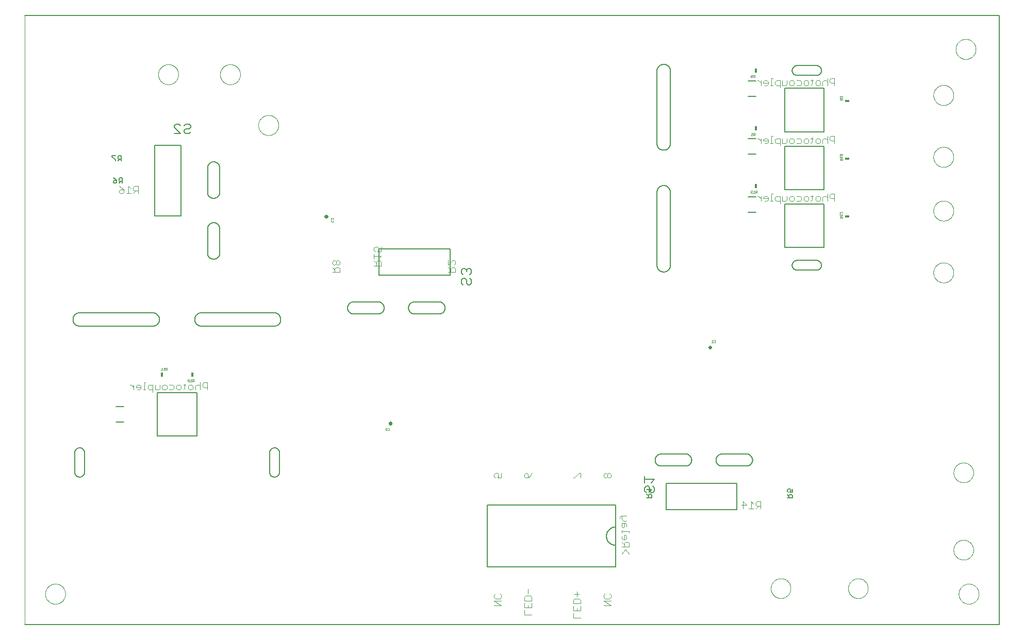
<source format=gbo>
G75*
%MOIN*%
%OFA0B0*%
%FSLAX25Y25*%
%IPPOS*%
%LPD*%
%AMOC8*
5,1,8,0,0,1.08239X$1,22.5*
%
%ADD10C,0.00000*%
%ADD11C,0.00600*%
%ADD12C,0.00700*%
%ADD13C,0.00500*%
%ADD14C,0.00400*%
%ADD15C,0.00800*%
%ADD16R,0.03000X0.01800*%
%ADD17C,0.00100*%
%ADD18R,0.01800X0.03000*%
%ADD19C,0.02200*%
D10*
X0001300Y0001300D02*
X0001300Y0395001D01*
X0087560Y0357009D02*
X0087562Y0357170D01*
X0087568Y0357330D01*
X0087578Y0357491D01*
X0087592Y0357651D01*
X0087610Y0357810D01*
X0087631Y0357970D01*
X0087657Y0358128D01*
X0087687Y0358286D01*
X0087720Y0358443D01*
X0087758Y0358600D01*
X0087799Y0358755D01*
X0087844Y0358909D01*
X0087893Y0359062D01*
X0087946Y0359214D01*
X0088002Y0359364D01*
X0088062Y0359513D01*
X0088126Y0359661D01*
X0088193Y0359807D01*
X0088264Y0359951D01*
X0088339Y0360093D01*
X0088417Y0360234D01*
X0088498Y0360372D01*
X0088583Y0360509D01*
X0088672Y0360643D01*
X0088763Y0360775D01*
X0088858Y0360905D01*
X0088956Y0361032D01*
X0089057Y0361157D01*
X0089161Y0361280D01*
X0089268Y0361399D01*
X0089378Y0361516D01*
X0089491Y0361631D01*
X0089607Y0361742D01*
X0089725Y0361851D01*
X0089846Y0361956D01*
X0089970Y0362059D01*
X0090096Y0362159D01*
X0090225Y0362255D01*
X0090356Y0362348D01*
X0090489Y0362438D01*
X0090624Y0362525D01*
X0090762Y0362608D01*
X0090901Y0362687D01*
X0091043Y0362764D01*
X0091186Y0362837D01*
X0091331Y0362906D01*
X0091478Y0362971D01*
X0091626Y0363033D01*
X0091776Y0363092D01*
X0091927Y0363146D01*
X0092079Y0363197D01*
X0092233Y0363244D01*
X0092388Y0363287D01*
X0092543Y0363326D01*
X0092700Y0363362D01*
X0092858Y0363394D01*
X0093016Y0363421D01*
X0093175Y0363445D01*
X0093334Y0363465D01*
X0093494Y0363481D01*
X0093655Y0363493D01*
X0093815Y0363501D01*
X0093976Y0363505D01*
X0094136Y0363505D01*
X0094297Y0363501D01*
X0094457Y0363493D01*
X0094618Y0363481D01*
X0094778Y0363465D01*
X0094937Y0363445D01*
X0095096Y0363421D01*
X0095254Y0363394D01*
X0095412Y0363362D01*
X0095569Y0363326D01*
X0095724Y0363287D01*
X0095879Y0363244D01*
X0096033Y0363197D01*
X0096185Y0363146D01*
X0096336Y0363092D01*
X0096486Y0363033D01*
X0096634Y0362971D01*
X0096781Y0362906D01*
X0096926Y0362837D01*
X0097069Y0362764D01*
X0097211Y0362687D01*
X0097350Y0362608D01*
X0097488Y0362525D01*
X0097623Y0362438D01*
X0097756Y0362348D01*
X0097887Y0362255D01*
X0098016Y0362159D01*
X0098142Y0362059D01*
X0098266Y0361956D01*
X0098387Y0361851D01*
X0098505Y0361742D01*
X0098621Y0361631D01*
X0098734Y0361516D01*
X0098844Y0361399D01*
X0098951Y0361280D01*
X0099055Y0361157D01*
X0099156Y0361032D01*
X0099254Y0360905D01*
X0099349Y0360775D01*
X0099440Y0360643D01*
X0099529Y0360509D01*
X0099614Y0360372D01*
X0099695Y0360234D01*
X0099773Y0360093D01*
X0099848Y0359951D01*
X0099919Y0359807D01*
X0099986Y0359661D01*
X0100050Y0359513D01*
X0100110Y0359364D01*
X0100166Y0359214D01*
X0100219Y0359062D01*
X0100268Y0358909D01*
X0100313Y0358755D01*
X0100354Y0358600D01*
X0100392Y0358443D01*
X0100425Y0358286D01*
X0100455Y0358128D01*
X0100481Y0357970D01*
X0100502Y0357810D01*
X0100520Y0357651D01*
X0100534Y0357491D01*
X0100544Y0357330D01*
X0100550Y0357170D01*
X0100552Y0357009D01*
X0100550Y0356848D01*
X0100544Y0356688D01*
X0100534Y0356527D01*
X0100520Y0356367D01*
X0100502Y0356208D01*
X0100481Y0356048D01*
X0100455Y0355890D01*
X0100425Y0355732D01*
X0100392Y0355575D01*
X0100354Y0355418D01*
X0100313Y0355263D01*
X0100268Y0355109D01*
X0100219Y0354956D01*
X0100166Y0354804D01*
X0100110Y0354654D01*
X0100050Y0354505D01*
X0099986Y0354357D01*
X0099919Y0354211D01*
X0099848Y0354067D01*
X0099773Y0353925D01*
X0099695Y0353784D01*
X0099614Y0353646D01*
X0099529Y0353509D01*
X0099440Y0353375D01*
X0099349Y0353243D01*
X0099254Y0353113D01*
X0099156Y0352986D01*
X0099055Y0352861D01*
X0098951Y0352738D01*
X0098844Y0352619D01*
X0098734Y0352502D01*
X0098621Y0352387D01*
X0098505Y0352276D01*
X0098387Y0352167D01*
X0098266Y0352062D01*
X0098142Y0351959D01*
X0098016Y0351859D01*
X0097887Y0351763D01*
X0097756Y0351670D01*
X0097623Y0351580D01*
X0097488Y0351493D01*
X0097350Y0351410D01*
X0097211Y0351331D01*
X0097069Y0351254D01*
X0096926Y0351181D01*
X0096781Y0351112D01*
X0096634Y0351047D01*
X0096486Y0350985D01*
X0096336Y0350926D01*
X0096185Y0350872D01*
X0096033Y0350821D01*
X0095879Y0350774D01*
X0095724Y0350731D01*
X0095569Y0350692D01*
X0095412Y0350656D01*
X0095254Y0350624D01*
X0095096Y0350597D01*
X0094937Y0350573D01*
X0094778Y0350553D01*
X0094618Y0350537D01*
X0094457Y0350525D01*
X0094297Y0350517D01*
X0094136Y0350513D01*
X0093976Y0350513D01*
X0093815Y0350517D01*
X0093655Y0350525D01*
X0093494Y0350537D01*
X0093334Y0350553D01*
X0093175Y0350573D01*
X0093016Y0350597D01*
X0092858Y0350624D01*
X0092700Y0350656D01*
X0092543Y0350692D01*
X0092388Y0350731D01*
X0092233Y0350774D01*
X0092079Y0350821D01*
X0091927Y0350872D01*
X0091776Y0350926D01*
X0091626Y0350985D01*
X0091478Y0351047D01*
X0091331Y0351112D01*
X0091186Y0351181D01*
X0091043Y0351254D01*
X0090901Y0351331D01*
X0090762Y0351410D01*
X0090624Y0351493D01*
X0090489Y0351580D01*
X0090356Y0351670D01*
X0090225Y0351763D01*
X0090096Y0351859D01*
X0089970Y0351959D01*
X0089846Y0352062D01*
X0089725Y0352167D01*
X0089607Y0352276D01*
X0089491Y0352387D01*
X0089378Y0352502D01*
X0089268Y0352619D01*
X0089161Y0352738D01*
X0089057Y0352861D01*
X0088956Y0352986D01*
X0088858Y0353113D01*
X0088763Y0353243D01*
X0088672Y0353375D01*
X0088583Y0353509D01*
X0088498Y0353646D01*
X0088417Y0353784D01*
X0088339Y0353925D01*
X0088264Y0354067D01*
X0088193Y0354211D01*
X0088126Y0354357D01*
X0088062Y0354505D01*
X0088002Y0354654D01*
X0087946Y0354804D01*
X0087893Y0354956D01*
X0087844Y0355109D01*
X0087799Y0355263D01*
X0087758Y0355418D01*
X0087720Y0355575D01*
X0087687Y0355732D01*
X0087657Y0355890D01*
X0087631Y0356048D01*
X0087610Y0356208D01*
X0087592Y0356367D01*
X0087578Y0356527D01*
X0087568Y0356688D01*
X0087562Y0356848D01*
X0087560Y0357009D01*
X0127560Y0357009D02*
X0127562Y0357170D01*
X0127568Y0357330D01*
X0127578Y0357491D01*
X0127592Y0357651D01*
X0127610Y0357810D01*
X0127631Y0357970D01*
X0127657Y0358128D01*
X0127687Y0358286D01*
X0127720Y0358443D01*
X0127758Y0358600D01*
X0127799Y0358755D01*
X0127844Y0358909D01*
X0127893Y0359062D01*
X0127946Y0359214D01*
X0128002Y0359364D01*
X0128062Y0359513D01*
X0128126Y0359661D01*
X0128193Y0359807D01*
X0128264Y0359951D01*
X0128339Y0360093D01*
X0128417Y0360234D01*
X0128498Y0360372D01*
X0128583Y0360509D01*
X0128672Y0360643D01*
X0128763Y0360775D01*
X0128858Y0360905D01*
X0128956Y0361032D01*
X0129057Y0361157D01*
X0129161Y0361280D01*
X0129268Y0361399D01*
X0129378Y0361516D01*
X0129491Y0361631D01*
X0129607Y0361742D01*
X0129725Y0361851D01*
X0129846Y0361956D01*
X0129970Y0362059D01*
X0130096Y0362159D01*
X0130225Y0362255D01*
X0130356Y0362348D01*
X0130489Y0362438D01*
X0130624Y0362525D01*
X0130762Y0362608D01*
X0130901Y0362687D01*
X0131043Y0362764D01*
X0131186Y0362837D01*
X0131331Y0362906D01*
X0131478Y0362971D01*
X0131626Y0363033D01*
X0131776Y0363092D01*
X0131927Y0363146D01*
X0132079Y0363197D01*
X0132233Y0363244D01*
X0132388Y0363287D01*
X0132543Y0363326D01*
X0132700Y0363362D01*
X0132858Y0363394D01*
X0133016Y0363421D01*
X0133175Y0363445D01*
X0133334Y0363465D01*
X0133494Y0363481D01*
X0133655Y0363493D01*
X0133815Y0363501D01*
X0133976Y0363505D01*
X0134136Y0363505D01*
X0134297Y0363501D01*
X0134457Y0363493D01*
X0134618Y0363481D01*
X0134778Y0363465D01*
X0134937Y0363445D01*
X0135096Y0363421D01*
X0135254Y0363394D01*
X0135412Y0363362D01*
X0135569Y0363326D01*
X0135724Y0363287D01*
X0135879Y0363244D01*
X0136033Y0363197D01*
X0136185Y0363146D01*
X0136336Y0363092D01*
X0136486Y0363033D01*
X0136634Y0362971D01*
X0136781Y0362906D01*
X0136926Y0362837D01*
X0137069Y0362764D01*
X0137211Y0362687D01*
X0137350Y0362608D01*
X0137488Y0362525D01*
X0137623Y0362438D01*
X0137756Y0362348D01*
X0137887Y0362255D01*
X0138016Y0362159D01*
X0138142Y0362059D01*
X0138266Y0361956D01*
X0138387Y0361851D01*
X0138505Y0361742D01*
X0138621Y0361631D01*
X0138734Y0361516D01*
X0138844Y0361399D01*
X0138951Y0361280D01*
X0139055Y0361157D01*
X0139156Y0361032D01*
X0139254Y0360905D01*
X0139349Y0360775D01*
X0139440Y0360643D01*
X0139529Y0360509D01*
X0139614Y0360372D01*
X0139695Y0360234D01*
X0139773Y0360093D01*
X0139848Y0359951D01*
X0139919Y0359807D01*
X0139986Y0359661D01*
X0140050Y0359513D01*
X0140110Y0359364D01*
X0140166Y0359214D01*
X0140219Y0359062D01*
X0140268Y0358909D01*
X0140313Y0358755D01*
X0140354Y0358600D01*
X0140392Y0358443D01*
X0140425Y0358286D01*
X0140455Y0358128D01*
X0140481Y0357970D01*
X0140502Y0357810D01*
X0140520Y0357651D01*
X0140534Y0357491D01*
X0140544Y0357330D01*
X0140550Y0357170D01*
X0140552Y0357009D01*
X0140550Y0356848D01*
X0140544Y0356688D01*
X0140534Y0356527D01*
X0140520Y0356367D01*
X0140502Y0356208D01*
X0140481Y0356048D01*
X0140455Y0355890D01*
X0140425Y0355732D01*
X0140392Y0355575D01*
X0140354Y0355418D01*
X0140313Y0355263D01*
X0140268Y0355109D01*
X0140219Y0354956D01*
X0140166Y0354804D01*
X0140110Y0354654D01*
X0140050Y0354505D01*
X0139986Y0354357D01*
X0139919Y0354211D01*
X0139848Y0354067D01*
X0139773Y0353925D01*
X0139695Y0353784D01*
X0139614Y0353646D01*
X0139529Y0353509D01*
X0139440Y0353375D01*
X0139349Y0353243D01*
X0139254Y0353113D01*
X0139156Y0352986D01*
X0139055Y0352861D01*
X0138951Y0352738D01*
X0138844Y0352619D01*
X0138734Y0352502D01*
X0138621Y0352387D01*
X0138505Y0352276D01*
X0138387Y0352167D01*
X0138266Y0352062D01*
X0138142Y0351959D01*
X0138016Y0351859D01*
X0137887Y0351763D01*
X0137756Y0351670D01*
X0137623Y0351580D01*
X0137488Y0351493D01*
X0137350Y0351410D01*
X0137211Y0351331D01*
X0137069Y0351254D01*
X0136926Y0351181D01*
X0136781Y0351112D01*
X0136634Y0351047D01*
X0136486Y0350985D01*
X0136336Y0350926D01*
X0136185Y0350872D01*
X0136033Y0350821D01*
X0135879Y0350774D01*
X0135724Y0350731D01*
X0135569Y0350692D01*
X0135412Y0350656D01*
X0135254Y0350624D01*
X0135096Y0350597D01*
X0134937Y0350573D01*
X0134778Y0350553D01*
X0134618Y0350537D01*
X0134457Y0350525D01*
X0134297Y0350517D01*
X0134136Y0350513D01*
X0133976Y0350513D01*
X0133815Y0350517D01*
X0133655Y0350525D01*
X0133494Y0350537D01*
X0133334Y0350553D01*
X0133175Y0350573D01*
X0133016Y0350597D01*
X0132858Y0350624D01*
X0132700Y0350656D01*
X0132543Y0350692D01*
X0132388Y0350731D01*
X0132233Y0350774D01*
X0132079Y0350821D01*
X0131927Y0350872D01*
X0131776Y0350926D01*
X0131626Y0350985D01*
X0131478Y0351047D01*
X0131331Y0351112D01*
X0131186Y0351181D01*
X0131043Y0351254D01*
X0130901Y0351331D01*
X0130762Y0351410D01*
X0130624Y0351493D01*
X0130489Y0351580D01*
X0130356Y0351670D01*
X0130225Y0351763D01*
X0130096Y0351859D01*
X0129970Y0351959D01*
X0129846Y0352062D01*
X0129725Y0352167D01*
X0129607Y0352276D01*
X0129491Y0352387D01*
X0129378Y0352502D01*
X0129268Y0352619D01*
X0129161Y0352738D01*
X0129057Y0352861D01*
X0128956Y0352986D01*
X0128858Y0353113D01*
X0128763Y0353243D01*
X0128672Y0353375D01*
X0128583Y0353509D01*
X0128498Y0353646D01*
X0128417Y0353784D01*
X0128339Y0353925D01*
X0128264Y0354067D01*
X0128193Y0354211D01*
X0128126Y0354357D01*
X0128062Y0354505D01*
X0128002Y0354654D01*
X0127946Y0354804D01*
X0127893Y0354956D01*
X0127844Y0355109D01*
X0127799Y0355263D01*
X0127758Y0355418D01*
X0127720Y0355575D01*
X0127687Y0355732D01*
X0127657Y0355890D01*
X0127631Y0356048D01*
X0127610Y0356208D01*
X0127592Y0356367D01*
X0127578Y0356527D01*
X0127568Y0356688D01*
X0127562Y0356848D01*
X0127560Y0357009D01*
X0152280Y0324135D02*
X0152282Y0324296D01*
X0152288Y0324456D01*
X0152298Y0324617D01*
X0152312Y0324777D01*
X0152330Y0324937D01*
X0152351Y0325096D01*
X0152377Y0325255D01*
X0152407Y0325413D01*
X0152440Y0325570D01*
X0152478Y0325727D01*
X0152519Y0325882D01*
X0152564Y0326036D01*
X0152613Y0326189D01*
X0152666Y0326341D01*
X0152722Y0326492D01*
X0152783Y0326641D01*
X0152846Y0326789D01*
X0152914Y0326935D01*
X0152985Y0327079D01*
X0153059Y0327221D01*
X0153137Y0327362D01*
X0153219Y0327500D01*
X0153304Y0327637D01*
X0153392Y0327771D01*
X0153484Y0327903D01*
X0153579Y0328033D01*
X0153677Y0328161D01*
X0153778Y0328286D01*
X0153882Y0328408D01*
X0153989Y0328528D01*
X0154099Y0328645D01*
X0154212Y0328760D01*
X0154328Y0328871D01*
X0154447Y0328980D01*
X0154568Y0329085D01*
X0154692Y0329188D01*
X0154818Y0329288D01*
X0154946Y0329384D01*
X0155077Y0329477D01*
X0155211Y0329567D01*
X0155346Y0329654D01*
X0155484Y0329737D01*
X0155623Y0329817D01*
X0155765Y0329893D01*
X0155908Y0329966D01*
X0156053Y0330035D01*
X0156200Y0330101D01*
X0156348Y0330163D01*
X0156498Y0330221D01*
X0156649Y0330276D01*
X0156802Y0330327D01*
X0156956Y0330374D01*
X0157111Y0330417D01*
X0157267Y0330456D01*
X0157423Y0330492D01*
X0157581Y0330523D01*
X0157739Y0330551D01*
X0157898Y0330575D01*
X0158058Y0330595D01*
X0158218Y0330611D01*
X0158378Y0330623D01*
X0158539Y0330631D01*
X0158700Y0330635D01*
X0158860Y0330635D01*
X0159021Y0330631D01*
X0159182Y0330623D01*
X0159342Y0330611D01*
X0159502Y0330595D01*
X0159662Y0330575D01*
X0159821Y0330551D01*
X0159979Y0330523D01*
X0160137Y0330492D01*
X0160293Y0330456D01*
X0160449Y0330417D01*
X0160604Y0330374D01*
X0160758Y0330327D01*
X0160911Y0330276D01*
X0161062Y0330221D01*
X0161212Y0330163D01*
X0161360Y0330101D01*
X0161507Y0330035D01*
X0161652Y0329966D01*
X0161795Y0329893D01*
X0161937Y0329817D01*
X0162076Y0329737D01*
X0162214Y0329654D01*
X0162349Y0329567D01*
X0162483Y0329477D01*
X0162614Y0329384D01*
X0162742Y0329288D01*
X0162868Y0329188D01*
X0162992Y0329085D01*
X0163113Y0328980D01*
X0163232Y0328871D01*
X0163348Y0328760D01*
X0163461Y0328645D01*
X0163571Y0328528D01*
X0163678Y0328408D01*
X0163782Y0328286D01*
X0163883Y0328161D01*
X0163981Y0328033D01*
X0164076Y0327903D01*
X0164168Y0327771D01*
X0164256Y0327637D01*
X0164341Y0327500D01*
X0164423Y0327362D01*
X0164501Y0327221D01*
X0164575Y0327079D01*
X0164646Y0326935D01*
X0164714Y0326789D01*
X0164777Y0326641D01*
X0164838Y0326492D01*
X0164894Y0326341D01*
X0164947Y0326189D01*
X0164996Y0326036D01*
X0165041Y0325882D01*
X0165082Y0325727D01*
X0165120Y0325570D01*
X0165153Y0325413D01*
X0165183Y0325255D01*
X0165209Y0325096D01*
X0165230Y0324937D01*
X0165248Y0324777D01*
X0165262Y0324617D01*
X0165272Y0324456D01*
X0165278Y0324296D01*
X0165280Y0324135D01*
X0165278Y0323974D01*
X0165272Y0323814D01*
X0165262Y0323653D01*
X0165248Y0323493D01*
X0165230Y0323333D01*
X0165209Y0323174D01*
X0165183Y0323015D01*
X0165153Y0322857D01*
X0165120Y0322700D01*
X0165082Y0322543D01*
X0165041Y0322388D01*
X0164996Y0322234D01*
X0164947Y0322081D01*
X0164894Y0321929D01*
X0164838Y0321778D01*
X0164777Y0321629D01*
X0164714Y0321481D01*
X0164646Y0321335D01*
X0164575Y0321191D01*
X0164501Y0321049D01*
X0164423Y0320908D01*
X0164341Y0320770D01*
X0164256Y0320633D01*
X0164168Y0320499D01*
X0164076Y0320367D01*
X0163981Y0320237D01*
X0163883Y0320109D01*
X0163782Y0319984D01*
X0163678Y0319862D01*
X0163571Y0319742D01*
X0163461Y0319625D01*
X0163348Y0319510D01*
X0163232Y0319399D01*
X0163113Y0319290D01*
X0162992Y0319185D01*
X0162868Y0319082D01*
X0162742Y0318982D01*
X0162614Y0318886D01*
X0162483Y0318793D01*
X0162349Y0318703D01*
X0162214Y0318616D01*
X0162076Y0318533D01*
X0161937Y0318453D01*
X0161795Y0318377D01*
X0161652Y0318304D01*
X0161507Y0318235D01*
X0161360Y0318169D01*
X0161212Y0318107D01*
X0161062Y0318049D01*
X0160911Y0317994D01*
X0160758Y0317943D01*
X0160604Y0317896D01*
X0160449Y0317853D01*
X0160293Y0317814D01*
X0160137Y0317778D01*
X0159979Y0317747D01*
X0159821Y0317719D01*
X0159662Y0317695D01*
X0159502Y0317675D01*
X0159342Y0317659D01*
X0159182Y0317647D01*
X0159021Y0317639D01*
X0158860Y0317635D01*
X0158700Y0317635D01*
X0158539Y0317639D01*
X0158378Y0317647D01*
X0158218Y0317659D01*
X0158058Y0317675D01*
X0157898Y0317695D01*
X0157739Y0317719D01*
X0157581Y0317747D01*
X0157423Y0317778D01*
X0157267Y0317814D01*
X0157111Y0317853D01*
X0156956Y0317896D01*
X0156802Y0317943D01*
X0156649Y0317994D01*
X0156498Y0318049D01*
X0156348Y0318107D01*
X0156200Y0318169D01*
X0156053Y0318235D01*
X0155908Y0318304D01*
X0155765Y0318377D01*
X0155623Y0318453D01*
X0155484Y0318533D01*
X0155346Y0318616D01*
X0155211Y0318703D01*
X0155077Y0318793D01*
X0154946Y0318886D01*
X0154818Y0318982D01*
X0154692Y0319082D01*
X0154568Y0319185D01*
X0154447Y0319290D01*
X0154328Y0319399D01*
X0154212Y0319510D01*
X0154099Y0319625D01*
X0153989Y0319742D01*
X0153882Y0319862D01*
X0153778Y0319984D01*
X0153677Y0320109D01*
X0153579Y0320237D01*
X0153484Y0320367D01*
X0153392Y0320499D01*
X0153304Y0320633D01*
X0153219Y0320770D01*
X0153137Y0320908D01*
X0153059Y0321049D01*
X0152985Y0321191D01*
X0152914Y0321335D01*
X0152846Y0321481D01*
X0152783Y0321629D01*
X0152722Y0321778D01*
X0152666Y0321929D01*
X0152613Y0322081D01*
X0152564Y0322234D01*
X0152519Y0322388D01*
X0152478Y0322543D01*
X0152440Y0322700D01*
X0152407Y0322857D01*
X0152377Y0323015D01*
X0152351Y0323174D01*
X0152330Y0323333D01*
X0152312Y0323493D01*
X0152298Y0323653D01*
X0152288Y0323814D01*
X0152282Y0323974D01*
X0152280Y0324135D01*
X0588702Y0343583D02*
X0588704Y0343744D01*
X0588710Y0343904D01*
X0588720Y0344065D01*
X0588734Y0344225D01*
X0588752Y0344384D01*
X0588773Y0344544D01*
X0588799Y0344702D01*
X0588829Y0344860D01*
X0588862Y0345017D01*
X0588900Y0345174D01*
X0588941Y0345329D01*
X0588986Y0345483D01*
X0589035Y0345636D01*
X0589088Y0345788D01*
X0589144Y0345938D01*
X0589204Y0346087D01*
X0589268Y0346235D01*
X0589335Y0346381D01*
X0589406Y0346525D01*
X0589481Y0346667D01*
X0589559Y0346808D01*
X0589640Y0346946D01*
X0589725Y0347083D01*
X0589814Y0347217D01*
X0589905Y0347349D01*
X0590000Y0347479D01*
X0590098Y0347606D01*
X0590199Y0347731D01*
X0590303Y0347854D01*
X0590410Y0347973D01*
X0590520Y0348090D01*
X0590633Y0348205D01*
X0590749Y0348316D01*
X0590867Y0348425D01*
X0590988Y0348530D01*
X0591112Y0348633D01*
X0591238Y0348733D01*
X0591367Y0348829D01*
X0591498Y0348922D01*
X0591631Y0349012D01*
X0591766Y0349099D01*
X0591904Y0349182D01*
X0592043Y0349261D01*
X0592185Y0349338D01*
X0592328Y0349411D01*
X0592473Y0349480D01*
X0592620Y0349545D01*
X0592768Y0349607D01*
X0592918Y0349666D01*
X0593069Y0349720D01*
X0593221Y0349771D01*
X0593375Y0349818D01*
X0593530Y0349861D01*
X0593685Y0349900D01*
X0593842Y0349936D01*
X0594000Y0349968D01*
X0594158Y0349995D01*
X0594317Y0350019D01*
X0594476Y0350039D01*
X0594636Y0350055D01*
X0594797Y0350067D01*
X0594957Y0350075D01*
X0595118Y0350079D01*
X0595278Y0350079D01*
X0595439Y0350075D01*
X0595599Y0350067D01*
X0595760Y0350055D01*
X0595920Y0350039D01*
X0596079Y0350019D01*
X0596238Y0349995D01*
X0596396Y0349968D01*
X0596554Y0349936D01*
X0596711Y0349900D01*
X0596866Y0349861D01*
X0597021Y0349818D01*
X0597175Y0349771D01*
X0597327Y0349720D01*
X0597478Y0349666D01*
X0597628Y0349607D01*
X0597776Y0349545D01*
X0597923Y0349480D01*
X0598068Y0349411D01*
X0598211Y0349338D01*
X0598353Y0349261D01*
X0598492Y0349182D01*
X0598630Y0349099D01*
X0598765Y0349012D01*
X0598898Y0348922D01*
X0599029Y0348829D01*
X0599158Y0348733D01*
X0599284Y0348633D01*
X0599408Y0348530D01*
X0599529Y0348425D01*
X0599647Y0348316D01*
X0599763Y0348205D01*
X0599876Y0348090D01*
X0599986Y0347973D01*
X0600093Y0347854D01*
X0600197Y0347731D01*
X0600298Y0347606D01*
X0600396Y0347479D01*
X0600491Y0347349D01*
X0600582Y0347217D01*
X0600671Y0347083D01*
X0600756Y0346946D01*
X0600837Y0346808D01*
X0600915Y0346667D01*
X0600990Y0346525D01*
X0601061Y0346381D01*
X0601128Y0346235D01*
X0601192Y0346087D01*
X0601252Y0345938D01*
X0601308Y0345788D01*
X0601361Y0345636D01*
X0601410Y0345483D01*
X0601455Y0345329D01*
X0601496Y0345174D01*
X0601534Y0345017D01*
X0601567Y0344860D01*
X0601597Y0344702D01*
X0601623Y0344544D01*
X0601644Y0344384D01*
X0601662Y0344225D01*
X0601676Y0344065D01*
X0601686Y0343904D01*
X0601692Y0343744D01*
X0601694Y0343583D01*
X0601692Y0343422D01*
X0601686Y0343262D01*
X0601676Y0343101D01*
X0601662Y0342941D01*
X0601644Y0342782D01*
X0601623Y0342622D01*
X0601597Y0342464D01*
X0601567Y0342306D01*
X0601534Y0342149D01*
X0601496Y0341992D01*
X0601455Y0341837D01*
X0601410Y0341683D01*
X0601361Y0341530D01*
X0601308Y0341378D01*
X0601252Y0341228D01*
X0601192Y0341079D01*
X0601128Y0340931D01*
X0601061Y0340785D01*
X0600990Y0340641D01*
X0600915Y0340499D01*
X0600837Y0340358D01*
X0600756Y0340220D01*
X0600671Y0340083D01*
X0600582Y0339949D01*
X0600491Y0339817D01*
X0600396Y0339687D01*
X0600298Y0339560D01*
X0600197Y0339435D01*
X0600093Y0339312D01*
X0599986Y0339193D01*
X0599876Y0339076D01*
X0599763Y0338961D01*
X0599647Y0338850D01*
X0599529Y0338741D01*
X0599408Y0338636D01*
X0599284Y0338533D01*
X0599158Y0338433D01*
X0599029Y0338337D01*
X0598898Y0338244D01*
X0598765Y0338154D01*
X0598630Y0338067D01*
X0598492Y0337984D01*
X0598353Y0337905D01*
X0598211Y0337828D01*
X0598068Y0337755D01*
X0597923Y0337686D01*
X0597776Y0337621D01*
X0597628Y0337559D01*
X0597478Y0337500D01*
X0597327Y0337446D01*
X0597175Y0337395D01*
X0597021Y0337348D01*
X0596866Y0337305D01*
X0596711Y0337266D01*
X0596554Y0337230D01*
X0596396Y0337198D01*
X0596238Y0337171D01*
X0596079Y0337147D01*
X0595920Y0337127D01*
X0595760Y0337111D01*
X0595599Y0337099D01*
X0595439Y0337091D01*
X0595278Y0337087D01*
X0595118Y0337087D01*
X0594957Y0337091D01*
X0594797Y0337099D01*
X0594636Y0337111D01*
X0594476Y0337127D01*
X0594317Y0337147D01*
X0594158Y0337171D01*
X0594000Y0337198D01*
X0593842Y0337230D01*
X0593685Y0337266D01*
X0593530Y0337305D01*
X0593375Y0337348D01*
X0593221Y0337395D01*
X0593069Y0337446D01*
X0592918Y0337500D01*
X0592768Y0337559D01*
X0592620Y0337621D01*
X0592473Y0337686D01*
X0592328Y0337755D01*
X0592185Y0337828D01*
X0592043Y0337905D01*
X0591904Y0337984D01*
X0591766Y0338067D01*
X0591631Y0338154D01*
X0591498Y0338244D01*
X0591367Y0338337D01*
X0591238Y0338433D01*
X0591112Y0338533D01*
X0590988Y0338636D01*
X0590867Y0338741D01*
X0590749Y0338850D01*
X0590633Y0338961D01*
X0590520Y0339076D01*
X0590410Y0339193D01*
X0590303Y0339312D01*
X0590199Y0339435D01*
X0590098Y0339560D01*
X0590000Y0339687D01*
X0589905Y0339817D01*
X0589814Y0339949D01*
X0589725Y0340083D01*
X0589640Y0340220D01*
X0589559Y0340358D01*
X0589481Y0340499D01*
X0589406Y0340641D01*
X0589335Y0340785D01*
X0589268Y0340931D01*
X0589204Y0341079D01*
X0589144Y0341228D01*
X0589088Y0341378D01*
X0589035Y0341530D01*
X0588986Y0341683D01*
X0588941Y0341837D01*
X0588900Y0341992D01*
X0588862Y0342149D01*
X0588829Y0342306D01*
X0588799Y0342464D01*
X0588773Y0342622D01*
X0588752Y0342782D01*
X0588734Y0342941D01*
X0588720Y0343101D01*
X0588710Y0343262D01*
X0588704Y0343422D01*
X0588702Y0343583D01*
X0603068Y0373347D02*
X0603070Y0373508D01*
X0603076Y0373668D01*
X0603086Y0373829D01*
X0603100Y0373989D01*
X0603118Y0374149D01*
X0603139Y0374308D01*
X0603165Y0374467D01*
X0603195Y0374625D01*
X0603228Y0374782D01*
X0603266Y0374939D01*
X0603307Y0375094D01*
X0603352Y0375248D01*
X0603401Y0375401D01*
X0603454Y0375553D01*
X0603510Y0375704D01*
X0603571Y0375853D01*
X0603634Y0376001D01*
X0603702Y0376147D01*
X0603773Y0376291D01*
X0603847Y0376433D01*
X0603925Y0376574D01*
X0604007Y0376712D01*
X0604092Y0376849D01*
X0604180Y0376983D01*
X0604272Y0377115D01*
X0604367Y0377245D01*
X0604465Y0377373D01*
X0604566Y0377498D01*
X0604670Y0377620D01*
X0604777Y0377740D01*
X0604887Y0377857D01*
X0605000Y0377972D01*
X0605116Y0378083D01*
X0605235Y0378192D01*
X0605356Y0378297D01*
X0605480Y0378400D01*
X0605606Y0378500D01*
X0605734Y0378596D01*
X0605865Y0378689D01*
X0605999Y0378779D01*
X0606134Y0378866D01*
X0606272Y0378949D01*
X0606411Y0379029D01*
X0606553Y0379105D01*
X0606696Y0379178D01*
X0606841Y0379247D01*
X0606988Y0379313D01*
X0607136Y0379375D01*
X0607286Y0379433D01*
X0607437Y0379488D01*
X0607590Y0379539D01*
X0607744Y0379586D01*
X0607899Y0379629D01*
X0608055Y0379668D01*
X0608211Y0379704D01*
X0608369Y0379735D01*
X0608527Y0379763D01*
X0608686Y0379787D01*
X0608846Y0379807D01*
X0609006Y0379823D01*
X0609166Y0379835D01*
X0609327Y0379843D01*
X0609488Y0379847D01*
X0609648Y0379847D01*
X0609809Y0379843D01*
X0609970Y0379835D01*
X0610130Y0379823D01*
X0610290Y0379807D01*
X0610450Y0379787D01*
X0610609Y0379763D01*
X0610767Y0379735D01*
X0610925Y0379704D01*
X0611081Y0379668D01*
X0611237Y0379629D01*
X0611392Y0379586D01*
X0611546Y0379539D01*
X0611699Y0379488D01*
X0611850Y0379433D01*
X0612000Y0379375D01*
X0612148Y0379313D01*
X0612295Y0379247D01*
X0612440Y0379178D01*
X0612583Y0379105D01*
X0612725Y0379029D01*
X0612864Y0378949D01*
X0613002Y0378866D01*
X0613137Y0378779D01*
X0613271Y0378689D01*
X0613402Y0378596D01*
X0613530Y0378500D01*
X0613656Y0378400D01*
X0613780Y0378297D01*
X0613901Y0378192D01*
X0614020Y0378083D01*
X0614136Y0377972D01*
X0614249Y0377857D01*
X0614359Y0377740D01*
X0614466Y0377620D01*
X0614570Y0377498D01*
X0614671Y0377373D01*
X0614769Y0377245D01*
X0614864Y0377115D01*
X0614956Y0376983D01*
X0615044Y0376849D01*
X0615129Y0376712D01*
X0615211Y0376574D01*
X0615289Y0376433D01*
X0615363Y0376291D01*
X0615434Y0376147D01*
X0615502Y0376001D01*
X0615565Y0375853D01*
X0615626Y0375704D01*
X0615682Y0375553D01*
X0615735Y0375401D01*
X0615784Y0375248D01*
X0615829Y0375094D01*
X0615870Y0374939D01*
X0615908Y0374782D01*
X0615941Y0374625D01*
X0615971Y0374467D01*
X0615997Y0374308D01*
X0616018Y0374149D01*
X0616036Y0373989D01*
X0616050Y0373829D01*
X0616060Y0373668D01*
X0616066Y0373508D01*
X0616068Y0373347D01*
X0616066Y0373186D01*
X0616060Y0373026D01*
X0616050Y0372865D01*
X0616036Y0372705D01*
X0616018Y0372545D01*
X0615997Y0372386D01*
X0615971Y0372227D01*
X0615941Y0372069D01*
X0615908Y0371912D01*
X0615870Y0371755D01*
X0615829Y0371600D01*
X0615784Y0371446D01*
X0615735Y0371293D01*
X0615682Y0371141D01*
X0615626Y0370990D01*
X0615565Y0370841D01*
X0615502Y0370693D01*
X0615434Y0370547D01*
X0615363Y0370403D01*
X0615289Y0370261D01*
X0615211Y0370120D01*
X0615129Y0369982D01*
X0615044Y0369845D01*
X0614956Y0369711D01*
X0614864Y0369579D01*
X0614769Y0369449D01*
X0614671Y0369321D01*
X0614570Y0369196D01*
X0614466Y0369074D01*
X0614359Y0368954D01*
X0614249Y0368837D01*
X0614136Y0368722D01*
X0614020Y0368611D01*
X0613901Y0368502D01*
X0613780Y0368397D01*
X0613656Y0368294D01*
X0613530Y0368194D01*
X0613402Y0368098D01*
X0613271Y0368005D01*
X0613137Y0367915D01*
X0613002Y0367828D01*
X0612864Y0367745D01*
X0612725Y0367665D01*
X0612583Y0367589D01*
X0612440Y0367516D01*
X0612295Y0367447D01*
X0612148Y0367381D01*
X0612000Y0367319D01*
X0611850Y0367261D01*
X0611699Y0367206D01*
X0611546Y0367155D01*
X0611392Y0367108D01*
X0611237Y0367065D01*
X0611081Y0367026D01*
X0610925Y0366990D01*
X0610767Y0366959D01*
X0610609Y0366931D01*
X0610450Y0366907D01*
X0610290Y0366887D01*
X0610130Y0366871D01*
X0609970Y0366859D01*
X0609809Y0366851D01*
X0609648Y0366847D01*
X0609488Y0366847D01*
X0609327Y0366851D01*
X0609166Y0366859D01*
X0609006Y0366871D01*
X0608846Y0366887D01*
X0608686Y0366907D01*
X0608527Y0366931D01*
X0608369Y0366959D01*
X0608211Y0366990D01*
X0608055Y0367026D01*
X0607899Y0367065D01*
X0607744Y0367108D01*
X0607590Y0367155D01*
X0607437Y0367206D01*
X0607286Y0367261D01*
X0607136Y0367319D01*
X0606988Y0367381D01*
X0606841Y0367447D01*
X0606696Y0367516D01*
X0606553Y0367589D01*
X0606411Y0367665D01*
X0606272Y0367745D01*
X0606134Y0367828D01*
X0605999Y0367915D01*
X0605865Y0368005D01*
X0605734Y0368098D01*
X0605606Y0368194D01*
X0605480Y0368294D01*
X0605356Y0368397D01*
X0605235Y0368502D01*
X0605116Y0368611D01*
X0605000Y0368722D01*
X0604887Y0368837D01*
X0604777Y0368954D01*
X0604670Y0369074D01*
X0604566Y0369196D01*
X0604465Y0369321D01*
X0604367Y0369449D01*
X0604272Y0369579D01*
X0604180Y0369711D01*
X0604092Y0369845D01*
X0604007Y0369982D01*
X0603925Y0370120D01*
X0603847Y0370261D01*
X0603773Y0370403D01*
X0603702Y0370547D01*
X0603634Y0370693D01*
X0603571Y0370841D01*
X0603510Y0370990D01*
X0603454Y0371141D01*
X0603401Y0371293D01*
X0603352Y0371446D01*
X0603307Y0371600D01*
X0603266Y0371755D01*
X0603228Y0371912D01*
X0603195Y0372069D01*
X0603165Y0372227D01*
X0603139Y0372386D01*
X0603118Y0372545D01*
X0603100Y0372705D01*
X0603086Y0372865D01*
X0603076Y0373026D01*
X0603070Y0373186D01*
X0603068Y0373347D01*
X0588702Y0303583D02*
X0588704Y0303744D01*
X0588710Y0303904D01*
X0588720Y0304065D01*
X0588734Y0304225D01*
X0588752Y0304384D01*
X0588773Y0304544D01*
X0588799Y0304702D01*
X0588829Y0304860D01*
X0588862Y0305017D01*
X0588900Y0305174D01*
X0588941Y0305329D01*
X0588986Y0305483D01*
X0589035Y0305636D01*
X0589088Y0305788D01*
X0589144Y0305938D01*
X0589204Y0306087D01*
X0589268Y0306235D01*
X0589335Y0306381D01*
X0589406Y0306525D01*
X0589481Y0306667D01*
X0589559Y0306808D01*
X0589640Y0306946D01*
X0589725Y0307083D01*
X0589814Y0307217D01*
X0589905Y0307349D01*
X0590000Y0307479D01*
X0590098Y0307606D01*
X0590199Y0307731D01*
X0590303Y0307854D01*
X0590410Y0307973D01*
X0590520Y0308090D01*
X0590633Y0308205D01*
X0590749Y0308316D01*
X0590867Y0308425D01*
X0590988Y0308530D01*
X0591112Y0308633D01*
X0591238Y0308733D01*
X0591367Y0308829D01*
X0591498Y0308922D01*
X0591631Y0309012D01*
X0591766Y0309099D01*
X0591904Y0309182D01*
X0592043Y0309261D01*
X0592185Y0309338D01*
X0592328Y0309411D01*
X0592473Y0309480D01*
X0592620Y0309545D01*
X0592768Y0309607D01*
X0592918Y0309666D01*
X0593069Y0309720D01*
X0593221Y0309771D01*
X0593375Y0309818D01*
X0593530Y0309861D01*
X0593685Y0309900D01*
X0593842Y0309936D01*
X0594000Y0309968D01*
X0594158Y0309995D01*
X0594317Y0310019D01*
X0594476Y0310039D01*
X0594636Y0310055D01*
X0594797Y0310067D01*
X0594957Y0310075D01*
X0595118Y0310079D01*
X0595278Y0310079D01*
X0595439Y0310075D01*
X0595599Y0310067D01*
X0595760Y0310055D01*
X0595920Y0310039D01*
X0596079Y0310019D01*
X0596238Y0309995D01*
X0596396Y0309968D01*
X0596554Y0309936D01*
X0596711Y0309900D01*
X0596866Y0309861D01*
X0597021Y0309818D01*
X0597175Y0309771D01*
X0597327Y0309720D01*
X0597478Y0309666D01*
X0597628Y0309607D01*
X0597776Y0309545D01*
X0597923Y0309480D01*
X0598068Y0309411D01*
X0598211Y0309338D01*
X0598353Y0309261D01*
X0598492Y0309182D01*
X0598630Y0309099D01*
X0598765Y0309012D01*
X0598898Y0308922D01*
X0599029Y0308829D01*
X0599158Y0308733D01*
X0599284Y0308633D01*
X0599408Y0308530D01*
X0599529Y0308425D01*
X0599647Y0308316D01*
X0599763Y0308205D01*
X0599876Y0308090D01*
X0599986Y0307973D01*
X0600093Y0307854D01*
X0600197Y0307731D01*
X0600298Y0307606D01*
X0600396Y0307479D01*
X0600491Y0307349D01*
X0600582Y0307217D01*
X0600671Y0307083D01*
X0600756Y0306946D01*
X0600837Y0306808D01*
X0600915Y0306667D01*
X0600990Y0306525D01*
X0601061Y0306381D01*
X0601128Y0306235D01*
X0601192Y0306087D01*
X0601252Y0305938D01*
X0601308Y0305788D01*
X0601361Y0305636D01*
X0601410Y0305483D01*
X0601455Y0305329D01*
X0601496Y0305174D01*
X0601534Y0305017D01*
X0601567Y0304860D01*
X0601597Y0304702D01*
X0601623Y0304544D01*
X0601644Y0304384D01*
X0601662Y0304225D01*
X0601676Y0304065D01*
X0601686Y0303904D01*
X0601692Y0303744D01*
X0601694Y0303583D01*
X0601692Y0303422D01*
X0601686Y0303262D01*
X0601676Y0303101D01*
X0601662Y0302941D01*
X0601644Y0302782D01*
X0601623Y0302622D01*
X0601597Y0302464D01*
X0601567Y0302306D01*
X0601534Y0302149D01*
X0601496Y0301992D01*
X0601455Y0301837D01*
X0601410Y0301683D01*
X0601361Y0301530D01*
X0601308Y0301378D01*
X0601252Y0301228D01*
X0601192Y0301079D01*
X0601128Y0300931D01*
X0601061Y0300785D01*
X0600990Y0300641D01*
X0600915Y0300499D01*
X0600837Y0300358D01*
X0600756Y0300220D01*
X0600671Y0300083D01*
X0600582Y0299949D01*
X0600491Y0299817D01*
X0600396Y0299687D01*
X0600298Y0299560D01*
X0600197Y0299435D01*
X0600093Y0299312D01*
X0599986Y0299193D01*
X0599876Y0299076D01*
X0599763Y0298961D01*
X0599647Y0298850D01*
X0599529Y0298741D01*
X0599408Y0298636D01*
X0599284Y0298533D01*
X0599158Y0298433D01*
X0599029Y0298337D01*
X0598898Y0298244D01*
X0598765Y0298154D01*
X0598630Y0298067D01*
X0598492Y0297984D01*
X0598353Y0297905D01*
X0598211Y0297828D01*
X0598068Y0297755D01*
X0597923Y0297686D01*
X0597776Y0297621D01*
X0597628Y0297559D01*
X0597478Y0297500D01*
X0597327Y0297446D01*
X0597175Y0297395D01*
X0597021Y0297348D01*
X0596866Y0297305D01*
X0596711Y0297266D01*
X0596554Y0297230D01*
X0596396Y0297198D01*
X0596238Y0297171D01*
X0596079Y0297147D01*
X0595920Y0297127D01*
X0595760Y0297111D01*
X0595599Y0297099D01*
X0595439Y0297091D01*
X0595278Y0297087D01*
X0595118Y0297087D01*
X0594957Y0297091D01*
X0594797Y0297099D01*
X0594636Y0297111D01*
X0594476Y0297127D01*
X0594317Y0297147D01*
X0594158Y0297171D01*
X0594000Y0297198D01*
X0593842Y0297230D01*
X0593685Y0297266D01*
X0593530Y0297305D01*
X0593375Y0297348D01*
X0593221Y0297395D01*
X0593069Y0297446D01*
X0592918Y0297500D01*
X0592768Y0297559D01*
X0592620Y0297621D01*
X0592473Y0297686D01*
X0592328Y0297755D01*
X0592185Y0297828D01*
X0592043Y0297905D01*
X0591904Y0297984D01*
X0591766Y0298067D01*
X0591631Y0298154D01*
X0591498Y0298244D01*
X0591367Y0298337D01*
X0591238Y0298433D01*
X0591112Y0298533D01*
X0590988Y0298636D01*
X0590867Y0298741D01*
X0590749Y0298850D01*
X0590633Y0298961D01*
X0590520Y0299076D01*
X0590410Y0299193D01*
X0590303Y0299312D01*
X0590199Y0299435D01*
X0590098Y0299560D01*
X0590000Y0299687D01*
X0589905Y0299817D01*
X0589814Y0299949D01*
X0589725Y0300083D01*
X0589640Y0300220D01*
X0589559Y0300358D01*
X0589481Y0300499D01*
X0589406Y0300641D01*
X0589335Y0300785D01*
X0589268Y0300931D01*
X0589204Y0301079D01*
X0589144Y0301228D01*
X0589088Y0301378D01*
X0589035Y0301530D01*
X0588986Y0301683D01*
X0588941Y0301837D01*
X0588900Y0301992D01*
X0588862Y0302149D01*
X0588829Y0302306D01*
X0588799Y0302464D01*
X0588773Y0302622D01*
X0588752Y0302782D01*
X0588734Y0302941D01*
X0588720Y0303101D01*
X0588710Y0303262D01*
X0588704Y0303422D01*
X0588702Y0303583D01*
X0588702Y0268780D02*
X0588704Y0268941D01*
X0588710Y0269101D01*
X0588720Y0269262D01*
X0588734Y0269422D01*
X0588752Y0269581D01*
X0588773Y0269741D01*
X0588799Y0269899D01*
X0588829Y0270057D01*
X0588862Y0270214D01*
X0588900Y0270371D01*
X0588941Y0270526D01*
X0588986Y0270680D01*
X0589035Y0270833D01*
X0589088Y0270985D01*
X0589144Y0271135D01*
X0589204Y0271284D01*
X0589268Y0271432D01*
X0589335Y0271578D01*
X0589406Y0271722D01*
X0589481Y0271864D01*
X0589559Y0272005D01*
X0589640Y0272143D01*
X0589725Y0272280D01*
X0589814Y0272414D01*
X0589905Y0272546D01*
X0590000Y0272676D01*
X0590098Y0272803D01*
X0590199Y0272928D01*
X0590303Y0273051D01*
X0590410Y0273170D01*
X0590520Y0273287D01*
X0590633Y0273402D01*
X0590749Y0273513D01*
X0590867Y0273622D01*
X0590988Y0273727D01*
X0591112Y0273830D01*
X0591238Y0273930D01*
X0591367Y0274026D01*
X0591498Y0274119D01*
X0591631Y0274209D01*
X0591766Y0274296D01*
X0591904Y0274379D01*
X0592043Y0274458D01*
X0592185Y0274535D01*
X0592328Y0274608D01*
X0592473Y0274677D01*
X0592620Y0274742D01*
X0592768Y0274804D01*
X0592918Y0274863D01*
X0593069Y0274917D01*
X0593221Y0274968D01*
X0593375Y0275015D01*
X0593530Y0275058D01*
X0593685Y0275097D01*
X0593842Y0275133D01*
X0594000Y0275165D01*
X0594158Y0275192D01*
X0594317Y0275216D01*
X0594476Y0275236D01*
X0594636Y0275252D01*
X0594797Y0275264D01*
X0594957Y0275272D01*
X0595118Y0275276D01*
X0595278Y0275276D01*
X0595439Y0275272D01*
X0595599Y0275264D01*
X0595760Y0275252D01*
X0595920Y0275236D01*
X0596079Y0275216D01*
X0596238Y0275192D01*
X0596396Y0275165D01*
X0596554Y0275133D01*
X0596711Y0275097D01*
X0596866Y0275058D01*
X0597021Y0275015D01*
X0597175Y0274968D01*
X0597327Y0274917D01*
X0597478Y0274863D01*
X0597628Y0274804D01*
X0597776Y0274742D01*
X0597923Y0274677D01*
X0598068Y0274608D01*
X0598211Y0274535D01*
X0598353Y0274458D01*
X0598492Y0274379D01*
X0598630Y0274296D01*
X0598765Y0274209D01*
X0598898Y0274119D01*
X0599029Y0274026D01*
X0599158Y0273930D01*
X0599284Y0273830D01*
X0599408Y0273727D01*
X0599529Y0273622D01*
X0599647Y0273513D01*
X0599763Y0273402D01*
X0599876Y0273287D01*
X0599986Y0273170D01*
X0600093Y0273051D01*
X0600197Y0272928D01*
X0600298Y0272803D01*
X0600396Y0272676D01*
X0600491Y0272546D01*
X0600582Y0272414D01*
X0600671Y0272280D01*
X0600756Y0272143D01*
X0600837Y0272005D01*
X0600915Y0271864D01*
X0600990Y0271722D01*
X0601061Y0271578D01*
X0601128Y0271432D01*
X0601192Y0271284D01*
X0601252Y0271135D01*
X0601308Y0270985D01*
X0601361Y0270833D01*
X0601410Y0270680D01*
X0601455Y0270526D01*
X0601496Y0270371D01*
X0601534Y0270214D01*
X0601567Y0270057D01*
X0601597Y0269899D01*
X0601623Y0269741D01*
X0601644Y0269581D01*
X0601662Y0269422D01*
X0601676Y0269262D01*
X0601686Y0269101D01*
X0601692Y0268941D01*
X0601694Y0268780D01*
X0601692Y0268619D01*
X0601686Y0268459D01*
X0601676Y0268298D01*
X0601662Y0268138D01*
X0601644Y0267979D01*
X0601623Y0267819D01*
X0601597Y0267661D01*
X0601567Y0267503D01*
X0601534Y0267346D01*
X0601496Y0267189D01*
X0601455Y0267034D01*
X0601410Y0266880D01*
X0601361Y0266727D01*
X0601308Y0266575D01*
X0601252Y0266425D01*
X0601192Y0266276D01*
X0601128Y0266128D01*
X0601061Y0265982D01*
X0600990Y0265838D01*
X0600915Y0265696D01*
X0600837Y0265555D01*
X0600756Y0265417D01*
X0600671Y0265280D01*
X0600582Y0265146D01*
X0600491Y0265014D01*
X0600396Y0264884D01*
X0600298Y0264757D01*
X0600197Y0264632D01*
X0600093Y0264509D01*
X0599986Y0264390D01*
X0599876Y0264273D01*
X0599763Y0264158D01*
X0599647Y0264047D01*
X0599529Y0263938D01*
X0599408Y0263833D01*
X0599284Y0263730D01*
X0599158Y0263630D01*
X0599029Y0263534D01*
X0598898Y0263441D01*
X0598765Y0263351D01*
X0598630Y0263264D01*
X0598492Y0263181D01*
X0598353Y0263102D01*
X0598211Y0263025D01*
X0598068Y0262952D01*
X0597923Y0262883D01*
X0597776Y0262818D01*
X0597628Y0262756D01*
X0597478Y0262697D01*
X0597327Y0262643D01*
X0597175Y0262592D01*
X0597021Y0262545D01*
X0596866Y0262502D01*
X0596711Y0262463D01*
X0596554Y0262427D01*
X0596396Y0262395D01*
X0596238Y0262368D01*
X0596079Y0262344D01*
X0595920Y0262324D01*
X0595760Y0262308D01*
X0595599Y0262296D01*
X0595439Y0262288D01*
X0595278Y0262284D01*
X0595118Y0262284D01*
X0594957Y0262288D01*
X0594797Y0262296D01*
X0594636Y0262308D01*
X0594476Y0262324D01*
X0594317Y0262344D01*
X0594158Y0262368D01*
X0594000Y0262395D01*
X0593842Y0262427D01*
X0593685Y0262463D01*
X0593530Y0262502D01*
X0593375Y0262545D01*
X0593221Y0262592D01*
X0593069Y0262643D01*
X0592918Y0262697D01*
X0592768Y0262756D01*
X0592620Y0262818D01*
X0592473Y0262883D01*
X0592328Y0262952D01*
X0592185Y0263025D01*
X0592043Y0263102D01*
X0591904Y0263181D01*
X0591766Y0263264D01*
X0591631Y0263351D01*
X0591498Y0263441D01*
X0591367Y0263534D01*
X0591238Y0263630D01*
X0591112Y0263730D01*
X0590988Y0263833D01*
X0590867Y0263938D01*
X0590749Y0264047D01*
X0590633Y0264158D01*
X0590520Y0264273D01*
X0590410Y0264390D01*
X0590303Y0264509D01*
X0590199Y0264632D01*
X0590098Y0264757D01*
X0590000Y0264884D01*
X0589905Y0265014D01*
X0589814Y0265146D01*
X0589725Y0265280D01*
X0589640Y0265417D01*
X0589559Y0265555D01*
X0589481Y0265696D01*
X0589406Y0265838D01*
X0589335Y0265982D01*
X0589268Y0266128D01*
X0589204Y0266276D01*
X0589144Y0266425D01*
X0589088Y0266575D01*
X0589035Y0266727D01*
X0588986Y0266880D01*
X0588941Y0267034D01*
X0588900Y0267189D01*
X0588862Y0267346D01*
X0588829Y0267503D01*
X0588799Y0267661D01*
X0588773Y0267819D01*
X0588752Y0267979D01*
X0588734Y0268138D01*
X0588720Y0268298D01*
X0588710Y0268459D01*
X0588704Y0268619D01*
X0588702Y0268780D01*
X0588702Y0228780D02*
X0588704Y0228941D01*
X0588710Y0229101D01*
X0588720Y0229262D01*
X0588734Y0229422D01*
X0588752Y0229581D01*
X0588773Y0229741D01*
X0588799Y0229899D01*
X0588829Y0230057D01*
X0588862Y0230214D01*
X0588900Y0230371D01*
X0588941Y0230526D01*
X0588986Y0230680D01*
X0589035Y0230833D01*
X0589088Y0230985D01*
X0589144Y0231135D01*
X0589204Y0231284D01*
X0589268Y0231432D01*
X0589335Y0231578D01*
X0589406Y0231722D01*
X0589481Y0231864D01*
X0589559Y0232005D01*
X0589640Y0232143D01*
X0589725Y0232280D01*
X0589814Y0232414D01*
X0589905Y0232546D01*
X0590000Y0232676D01*
X0590098Y0232803D01*
X0590199Y0232928D01*
X0590303Y0233051D01*
X0590410Y0233170D01*
X0590520Y0233287D01*
X0590633Y0233402D01*
X0590749Y0233513D01*
X0590867Y0233622D01*
X0590988Y0233727D01*
X0591112Y0233830D01*
X0591238Y0233930D01*
X0591367Y0234026D01*
X0591498Y0234119D01*
X0591631Y0234209D01*
X0591766Y0234296D01*
X0591904Y0234379D01*
X0592043Y0234458D01*
X0592185Y0234535D01*
X0592328Y0234608D01*
X0592473Y0234677D01*
X0592620Y0234742D01*
X0592768Y0234804D01*
X0592918Y0234863D01*
X0593069Y0234917D01*
X0593221Y0234968D01*
X0593375Y0235015D01*
X0593530Y0235058D01*
X0593685Y0235097D01*
X0593842Y0235133D01*
X0594000Y0235165D01*
X0594158Y0235192D01*
X0594317Y0235216D01*
X0594476Y0235236D01*
X0594636Y0235252D01*
X0594797Y0235264D01*
X0594957Y0235272D01*
X0595118Y0235276D01*
X0595278Y0235276D01*
X0595439Y0235272D01*
X0595599Y0235264D01*
X0595760Y0235252D01*
X0595920Y0235236D01*
X0596079Y0235216D01*
X0596238Y0235192D01*
X0596396Y0235165D01*
X0596554Y0235133D01*
X0596711Y0235097D01*
X0596866Y0235058D01*
X0597021Y0235015D01*
X0597175Y0234968D01*
X0597327Y0234917D01*
X0597478Y0234863D01*
X0597628Y0234804D01*
X0597776Y0234742D01*
X0597923Y0234677D01*
X0598068Y0234608D01*
X0598211Y0234535D01*
X0598353Y0234458D01*
X0598492Y0234379D01*
X0598630Y0234296D01*
X0598765Y0234209D01*
X0598898Y0234119D01*
X0599029Y0234026D01*
X0599158Y0233930D01*
X0599284Y0233830D01*
X0599408Y0233727D01*
X0599529Y0233622D01*
X0599647Y0233513D01*
X0599763Y0233402D01*
X0599876Y0233287D01*
X0599986Y0233170D01*
X0600093Y0233051D01*
X0600197Y0232928D01*
X0600298Y0232803D01*
X0600396Y0232676D01*
X0600491Y0232546D01*
X0600582Y0232414D01*
X0600671Y0232280D01*
X0600756Y0232143D01*
X0600837Y0232005D01*
X0600915Y0231864D01*
X0600990Y0231722D01*
X0601061Y0231578D01*
X0601128Y0231432D01*
X0601192Y0231284D01*
X0601252Y0231135D01*
X0601308Y0230985D01*
X0601361Y0230833D01*
X0601410Y0230680D01*
X0601455Y0230526D01*
X0601496Y0230371D01*
X0601534Y0230214D01*
X0601567Y0230057D01*
X0601597Y0229899D01*
X0601623Y0229741D01*
X0601644Y0229581D01*
X0601662Y0229422D01*
X0601676Y0229262D01*
X0601686Y0229101D01*
X0601692Y0228941D01*
X0601694Y0228780D01*
X0601692Y0228619D01*
X0601686Y0228459D01*
X0601676Y0228298D01*
X0601662Y0228138D01*
X0601644Y0227979D01*
X0601623Y0227819D01*
X0601597Y0227661D01*
X0601567Y0227503D01*
X0601534Y0227346D01*
X0601496Y0227189D01*
X0601455Y0227034D01*
X0601410Y0226880D01*
X0601361Y0226727D01*
X0601308Y0226575D01*
X0601252Y0226425D01*
X0601192Y0226276D01*
X0601128Y0226128D01*
X0601061Y0225982D01*
X0600990Y0225838D01*
X0600915Y0225696D01*
X0600837Y0225555D01*
X0600756Y0225417D01*
X0600671Y0225280D01*
X0600582Y0225146D01*
X0600491Y0225014D01*
X0600396Y0224884D01*
X0600298Y0224757D01*
X0600197Y0224632D01*
X0600093Y0224509D01*
X0599986Y0224390D01*
X0599876Y0224273D01*
X0599763Y0224158D01*
X0599647Y0224047D01*
X0599529Y0223938D01*
X0599408Y0223833D01*
X0599284Y0223730D01*
X0599158Y0223630D01*
X0599029Y0223534D01*
X0598898Y0223441D01*
X0598765Y0223351D01*
X0598630Y0223264D01*
X0598492Y0223181D01*
X0598353Y0223102D01*
X0598211Y0223025D01*
X0598068Y0222952D01*
X0597923Y0222883D01*
X0597776Y0222818D01*
X0597628Y0222756D01*
X0597478Y0222697D01*
X0597327Y0222643D01*
X0597175Y0222592D01*
X0597021Y0222545D01*
X0596866Y0222502D01*
X0596711Y0222463D01*
X0596554Y0222427D01*
X0596396Y0222395D01*
X0596238Y0222368D01*
X0596079Y0222344D01*
X0595920Y0222324D01*
X0595760Y0222308D01*
X0595599Y0222296D01*
X0595439Y0222288D01*
X0595278Y0222284D01*
X0595118Y0222284D01*
X0594957Y0222288D01*
X0594797Y0222296D01*
X0594636Y0222308D01*
X0594476Y0222324D01*
X0594317Y0222344D01*
X0594158Y0222368D01*
X0594000Y0222395D01*
X0593842Y0222427D01*
X0593685Y0222463D01*
X0593530Y0222502D01*
X0593375Y0222545D01*
X0593221Y0222592D01*
X0593069Y0222643D01*
X0592918Y0222697D01*
X0592768Y0222756D01*
X0592620Y0222818D01*
X0592473Y0222883D01*
X0592328Y0222952D01*
X0592185Y0223025D01*
X0592043Y0223102D01*
X0591904Y0223181D01*
X0591766Y0223264D01*
X0591631Y0223351D01*
X0591498Y0223441D01*
X0591367Y0223534D01*
X0591238Y0223630D01*
X0591112Y0223730D01*
X0590988Y0223833D01*
X0590867Y0223938D01*
X0590749Y0224047D01*
X0590633Y0224158D01*
X0590520Y0224273D01*
X0590410Y0224390D01*
X0590303Y0224509D01*
X0590199Y0224632D01*
X0590098Y0224757D01*
X0590000Y0224884D01*
X0589905Y0225014D01*
X0589814Y0225146D01*
X0589725Y0225280D01*
X0589640Y0225417D01*
X0589559Y0225555D01*
X0589481Y0225696D01*
X0589406Y0225838D01*
X0589335Y0225982D01*
X0589268Y0226128D01*
X0589204Y0226276D01*
X0589144Y0226425D01*
X0589088Y0226575D01*
X0589035Y0226727D01*
X0588986Y0226880D01*
X0588941Y0227034D01*
X0588900Y0227189D01*
X0588862Y0227346D01*
X0588829Y0227503D01*
X0588799Y0227661D01*
X0588773Y0227819D01*
X0588752Y0227979D01*
X0588734Y0228138D01*
X0588720Y0228298D01*
X0588710Y0228459D01*
X0588704Y0228619D01*
X0588702Y0228780D01*
X0601716Y0099411D02*
X0601718Y0099571D01*
X0601724Y0099730D01*
X0601734Y0099889D01*
X0601748Y0100048D01*
X0601766Y0100207D01*
X0601787Y0100365D01*
X0601813Y0100522D01*
X0601843Y0100679D01*
X0601876Y0100835D01*
X0601914Y0100990D01*
X0601955Y0101144D01*
X0602000Y0101297D01*
X0602049Y0101449D01*
X0602102Y0101599D01*
X0602158Y0101748D01*
X0602218Y0101896D01*
X0602282Y0102042D01*
X0602350Y0102187D01*
X0602421Y0102330D01*
X0602495Y0102471D01*
X0602573Y0102610D01*
X0602655Y0102747D01*
X0602740Y0102882D01*
X0602828Y0103015D01*
X0602919Y0103146D01*
X0603014Y0103274D01*
X0603112Y0103400D01*
X0603213Y0103524D01*
X0603317Y0103644D01*
X0603424Y0103763D01*
X0603534Y0103878D01*
X0603647Y0103991D01*
X0603762Y0104101D01*
X0603881Y0104208D01*
X0604001Y0104312D01*
X0604125Y0104413D01*
X0604251Y0104511D01*
X0604379Y0104606D01*
X0604510Y0104697D01*
X0604643Y0104785D01*
X0604778Y0104870D01*
X0604915Y0104952D01*
X0605054Y0105030D01*
X0605195Y0105104D01*
X0605338Y0105175D01*
X0605483Y0105243D01*
X0605629Y0105307D01*
X0605777Y0105367D01*
X0605926Y0105423D01*
X0606076Y0105476D01*
X0606228Y0105525D01*
X0606381Y0105570D01*
X0606535Y0105611D01*
X0606690Y0105649D01*
X0606846Y0105682D01*
X0607003Y0105712D01*
X0607160Y0105738D01*
X0607318Y0105759D01*
X0607477Y0105777D01*
X0607636Y0105791D01*
X0607795Y0105801D01*
X0607954Y0105807D01*
X0608114Y0105809D01*
X0608274Y0105807D01*
X0608433Y0105801D01*
X0608592Y0105791D01*
X0608751Y0105777D01*
X0608910Y0105759D01*
X0609068Y0105738D01*
X0609225Y0105712D01*
X0609382Y0105682D01*
X0609538Y0105649D01*
X0609693Y0105611D01*
X0609847Y0105570D01*
X0610000Y0105525D01*
X0610152Y0105476D01*
X0610302Y0105423D01*
X0610451Y0105367D01*
X0610599Y0105307D01*
X0610745Y0105243D01*
X0610890Y0105175D01*
X0611033Y0105104D01*
X0611174Y0105030D01*
X0611313Y0104952D01*
X0611450Y0104870D01*
X0611585Y0104785D01*
X0611718Y0104697D01*
X0611849Y0104606D01*
X0611977Y0104511D01*
X0612103Y0104413D01*
X0612227Y0104312D01*
X0612347Y0104208D01*
X0612466Y0104101D01*
X0612581Y0103991D01*
X0612694Y0103878D01*
X0612804Y0103763D01*
X0612911Y0103644D01*
X0613015Y0103524D01*
X0613116Y0103400D01*
X0613214Y0103274D01*
X0613309Y0103146D01*
X0613400Y0103015D01*
X0613488Y0102882D01*
X0613573Y0102747D01*
X0613655Y0102610D01*
X0613733Y0102471D01*
X0613807Y0102330D01*
X0613878Y0102187D01*
X0613946Y0102042D01*
X0614010Y0101896D01*
X0614070Y0101748D01*
X0614126Y0101599D01*
X0614179Y0101449D01*
X0614228Y0101297D01*
X0614273Y0101144D01*
X0614314Y0100990D01*
X0614352Y0100835D01*
X0614385Y0100679D01*
X0614415Y0100522D01*
X0614441Y0100365D01*
X0614462Y0100207D01*
X0614480Y0100048D01*
X0614494Y0099889D01*
X0614504Y0099730D01*
X0614510Y0099571D01*
X0614512Y0099411D01*
X0614510Y0099251D01*
X0614504Y0099092D01*
X0614494Y0098933D01*
X0614480Y0098774D01*
X0614462Y0098615D01*
X0614441Y0098457D01*
X0614415Y0098300D01*
X0614385Y0098143D01*
X0614352Y0097987D01*
X0614314Y0097832D01*
X0614273Y0097678D01*
X0614228Y0097525D01*
X0614179Y0097373D01*
X0614126Y0097223D01*
X0614070Y0097074D01*
X0614010Y0096926D01*
X0613946Y0096780D01*
X0613878Y0096635D01*
X0613807Y0096492D01*
X0613733Y0096351D01*
X0613655Y0096212D01*
X0613573Y0096075D01*
X0613488Y0095940D01*
X0613400Y0095807D01*
X0613309Y0095676D01*
X0613214Y0095548D01*
X0613116Y0095422D01*
X0613015Y0095298D01*
X0612911Y0095178D01*
X0612804Y0095059D01*
X0612694Y0094944D01*
X0612581Y0094831D01*
X0612466Y0094721D01*
X0612347Y0094614D01*
X0612227Y0094510D01*
X0612103Y0094409D01*
X0611977Y0094311D01*
X0611849Y0094216D01*
X0611718Y0094125D01*
X0611585Y0094037D01*
X0611450Y0093952D01*
X0611313Y0093870D01*
X0611174Y0093792D01*
X0611033Y0093718D01*
X0610890Y0093647D01*
X0610745Y0093579D01*
X0610599Y0093515D01*
X0610451Y0093455D01*
X0610302Y0093399D01*
X0610152Y0093346D01*
X0610000Y0093297D01*
X0609847Y0093252D01*
X0609693Y0093211D01*
X0609538Y0093173D01*
X0609382Y0093140D01*
X0609225Y0093110D01*
X0609068Y0093084D01*
X0608910Y0093063D01*
X0608751Y0093045D01*
X0608592Y0093031D01*
X0608433Y0093021D01*
X0608274Y0093015D01*
X0608114Y0093013D01*
X0607954Y0093015D01*
X0607795Y0093021D01*
X0607636Y0093031D01*
X0607477Y0093045D01*
X0607318Y0093063D01*
X0607160Y0093084D01*
X0607003Y0093110D01*
X0606846Y0093140D01*
X0606690Y0093173D01*
X0606535Y0093211D01*
X0606381Y0093252D01*
X0606228Y0093297D01*
X0606076Y0093346D01*
X0605926Y0093399D01*
X0605777Y0093455D01*
X0605629Y0093515D01*
X0605483Y0093579D01*
X0605338Y0093647D01*
X0605195Y0093718D01*
X0605054Y0093792D01*
X0604915Y0093870D01*
X0604778Y0093952D01*
X0604643Y0094037D01*
X0604510Y0094125D01*
X0604379Y0094216D01*
X0604251Y0094311D01*
X0604125Y0094409D01*
X0604001Y0094510D01*
X0603881Y0094614D01*
X0603762Y0094721D01*
X0603647Y0094831D01*
X0603534Y0094944D01*
X0603424Y0095059D01*
X0603317Y0095178D01*
X0603213Y0095298D01*
X0603112Y0095422D01*
X0603014Y0095548D01*
X0602919Y0095676D01*
X0602828Y0095807D01*
X0602740Y0095940D01*
X0602655Y0096075D01*
X0602573Y0096212D01*
X0602495Y0096351D01*
X0602421Y0096492D01*
X0602350Y0096635D01*
X0602282Y0096780D01*
X0602218Y0096926D01*
X0602158Y0097074D01*
X0602102Y0097223D01*
X0602049Y0097373D01*
X0602000Y0097525D01*
X0601955Y0097678D01*
X0601914Y0097832D01*
X0601876Y0097987D01*
X0601843Y0098143D01*
X0601813Y0098300D01*
X0601787Y0098457D01*
X0601766Y0098615D01*
X0601748Y0098774D01*
X0601734Y0098933D01*
X0601724Y0099092D01*
X0601718Y0099251D01*
X0601716Y0099411D01*
X0601716Y0049411D02*
X0601718Y0049571D01*
X0601724Y0049730D01*
X0601734Y0049889D01*
X0601748Y0050048D01*
X0601766Y0050207D01*
X0601787Y0050365D01*
X0601813Y0050522D01*
X0601843Y0050679D01*
X0601876Y0050835D01*
X0601914Y0050990D01*
X0601955Y0051144D01*
X0602000Y0051297D01*
X0602049Y0051449D01*
X0602102Y0051599D01*
X0602158Y0051748D01*
X0602218Y0051896D01*
X0602282Y0052042D01*
X0602350Y0052187D01*
X0602421Y0052330D01*
X0602495Y0052471D01*
X0602573Y0052610D01*
X0602655Y0052747D01*
X0602740Y0052882D01*
X0602828Y0053015D01*
X0602919Y0053146D01*
X0603014Y0053274D01*
X0603112Y0053400D01*
X0603213Y0053524D01*
X0603317Y0053644D01*
X0603424Y0053763D01*
X0603534Y0053878D01*
X0603647Y0053991D01*
X0603762Y0054101D01*
X0603881Y0054208D01*
X0604001Y0054312D01*
X0604125Y0054413D01*
X0604251Y0054511D01*
X0604379Y0054606D01*
X0604510Y0054697D01*
X0604643Y0054785D01*
X0604778Y0054870D01*
X0604915Y0054952D01*
X0605054Y0055030D01*
X0605195Y0055104D01*
X0605338Y0055175D01*
X0605483Y0055243D01*
X0605629Y0055307D01*
X0605777Y0055367D01*
X0605926Y0055423D01*
X0606076Y0055476D01*
X0606228Y0055525D01*
X0606381Y0055570D01*
X0606535Y0055611D01*
X0606690Y0055649D01*
X0606846Y0055682D01*
X0607003Y0055712D01*
X0607160Y0055738D01*
X0607318Y0055759D01*
X0607477Y0055777D01*
X0607636Y0055791D01*
X0607795Y0055801D01*
X0607954Y0055807D01*
X0608114Y0055809D01*
X0608274Y0055807D01*
X0608433Y0055801D01*
X0608592Y0055791D01*
X0608751Y0055777D01*
X0608910Y0055759D01*
X0609068Y0055738D01*
X0609225Y0055712D01*
X0609382Y0055682D01*
X0609538Y0055649D01*
X0609693Y0055611D01*
X0609847Y0055570D01*
X0610000Y0055525D01*
X0610152Y0055476D01*
X0610302Y0055423D01*
X0610451Y0055367D01*
X0610599Y0055307D01*
X0610745Y0055243D01*
X0610890Y0055175D01*
X0611033Y0055104D01*
X0611174Y0055030D01*
X0611313Y0054952D01*
X0611450Y0054870D01*
X0611585Y0054785D01*
X0611718Y0054697D01*
X0611849Y0054606D01*
X0611977Y0054511D01*
X0612103Y0054413D01*
X0612227Y0054312D01*
X0612347Y0054208D01*
X0612466Y0054101D01*
X0612581Y0053991D01*
X0612694Y0053878D01*
X0612804Y0053763D01*
X0612911Y0053644D01*
X0613015Y0053524D01*
X0613116Y0053400D01*
X0613214Y0053274D01*
X0613309Y0053146D01*
X0613400Y0053015D01*
X0613488Y0052882D01*
X0613573Y0052747D01*
X0613655Y0052610D01*
X0613733Y0052471D01*
X0613807Y0052330D01*
X0613878Y0052187D01*
X0613946Y0052042D01*
X0614010Y0051896D01*
X0614070Y0051748D01*
X0614126Y0051599D01*
X0614179Y0051449D01*
X0614228Y0051297D01*
X0614273Y0051144D01*
X0614314Y0050990D01*
X0614352Y0050835D01*
X0614385Y0050679D01*
X0614415Y0050522D01*
X0614441Y0050365D01*
X0614462Y0050207D01*
X0614480Y0050048D01*
X0614494Y0049889D01*
X0614504Y0049730D01*
X0614510Y0049571D01*
X0614512Y0049411D01*
X0614510Y0049251D01*
X0614504Y0049092D01*
X0614494Y0048933D01*
X0614480Y0048774D01*
X0614462Y0048615D01*
X0614441Y0048457D01*
X0614415Y0048300D01*
X0614385Y0048143D01*
X0614352Y0047987D01*
X0614314Y0047832D01*
X0614273Y0047678D01*
X0614228Y0047525D01*
X0614179Y0047373D01*
X0614126Y0047223D01*
X0614070Y0047074D01*
X0614010Y0046926D01*
X0613946Y0046780D01*
X0613878Y0046635D01*
X0613807Y0046492D01*
X0613733Y0046351D01*
X0613655Y0046212D01*
X0613573Y0046075D01*
X0613488Y0045940D01*
X0613400Y0045807D01*
X0613309Y0045676D01*
X0613214Y0045548D01*
X0613116Y0045422D01*
X0613015Y0045298D01*
X0612911Y0045178D01*
X0612804Y0045059D01*
X0612694Y0044944D01*
X0612581Y0044831D01*
X0612466Y0044721D01*
X0612347Y0044614D01*
X0612227Y0044510D01*
X0612103Y0044409D01*
X0611977Y0044311D01*
X0611849Y0044216D01*
X0611718Y0044125D01*
X0611585Y0044037D01*
X0611450Y0043952D01*
X0611313Y0043870D01*
X0611174Y0043792D01*
X0611033Y0043718D01*
X0610890Y0043647D01*
X0610745Y0043579D01*
X0610599Y0043515D01*
X0610451Y0043455D01*
X0610302Y0043399D01*
X0610152Y0043346D01*
X0610000Y0043297D01*
X0609847Y0043252D01*
X0609693Y0043211D01*
X0609538Y0043173D01*
X0609382Y0043140D01*
X0609225Y0043110D01*
X0609068Y0043084D01*
X0608910Y0043063D01*
X0608751Y0043045D01*
X0608592Y0043031D01*
X0608433Y0043021D01*
X0608274Y0043015D01*
X0608114Y0043013D01*
X0607954Y0043015D01*
X0607795Y0043021D01*
X0607636Y0043031D01*
X0607477Y0043045D01*
X0607318Y0043063D01*
X0607160Y0043084D01*
X0607003Y0043110D01*
X0606846Y0043140D01*
X0606690Y0043173D01*
X0606535Y0043211D01*
X0606381Y0043252D01*
X0606228Y0043297D01*
X0606076Y0043346D01*
X0605926Y0043399D01*
X0605777Y0043455D01*
X0605629Y0043515D01*
X0605483Y0043579D01*
X0605338Y0043647D01*
X0605195Y0043718D01*
X0605054Y0043792D01*
X0604915Y0043870D01*
X0604778Y0043952D01*
X0604643Y0044037D01*
X0604510Y0044125D01*
X0604379Y0044216D01*
X0604251Y0044311D01*
X0604125Y0044409D01*
X0604001Y0044510D01*
X0603881Y0044614D01*
X0603762Y0044721D01*
X0603647Y0044831D01*
X0603534Y0044944D01*
X0603424Y0045059D01*
X0603317Y0045178D01*
X0603213Y0045298D01*
X0603112Y0045422D01*
X0603014Y0045548D01*
X0602919Y0045676D01*
X0602828Y0045807D01*
X0602740Y0045940D01*
X0602655Y0046075D01*
X0602573Y0046212D01*
X0602495Y0046351D01*
X0602421Y0046492D01*
X0602350Y0046635D01*
X0602282Y0046780D01*
X0602218Y0046926D01*
X0602158Y0047074D01*
X0602102Y0047223D01*
X0602049Y0047373D01*
X0602000Y0047525D01*
X0601955Y0047678D01*
X0601914Y0047832D01*
X0601876Y0047987D01*
X0601843Y0048143D01*
X0601813Y0048300D01*
X0601787Y0048457D01*
X0601766Y0048615D01*
X0601748Y0048774D01*
X0601734Y0048933D01*
X0601724Y0049092D01*
X0601718Y0049251D01*
X0601716Y0049411D01*
X0605036Y0020985D02*
X0605038Y0021146D01*
X0605044Y0021306D01*
X0605054Y0021467D01*
X0605068Y0021627D01*
X0605086Y0021787D01*
X0605107Y0021946D01*
X0605133Y0022105D01*
X0605163Y0022263D01*
X0605196Y0022420D01*
X0605234Y0022577D01*
X0605275Y0022732D01*
X0605320Y0022886D01*
X0605369Y0023039D01*
X0605422Y0023191D01*
X0605478Y0023342D01*
X0605539Y0023491D01*
X0605602Y0023639D01*
X0605670Y0023785D01*
X0605741Y0023929D01*
X0605815Y0024071D01*
X0605893Y0024212D01*
X0605975Y0024350D01*
X0606060Y0024487D01*
X0606148Y0024621D01*
X0606240Y0024753D01*
X0606335Y0024883D01*
X0606433Y0025011D01*
X0606534Y0025136D01*
X0606638Y0025258D01*
X0606745Y0025378D01*
X0606855Y0025495D01*
X0606968Y0025610D01*
X0607084Y0025721D01*
X0607203Y0025830D01*
X0607324Y0025935D01*
X0607448Y0026038D01*
X0607574Y0026138D01*
X0607702Y0026234D01*
X0607833Y0026327D01*
X0607967Y0026417D01*
X0608102Y0026504D01*
X0608240Y0026587D01*
X0608379Y0026667D01*
X0608521Y0026743D01*
X0608664Y0026816D01*
X0608809Y0026885D01*
X0608956Y0026951D01*
X0609104Y0027013D01*
X0609254Y0027071D01*
X0609405Y0027126D01*
X0609558Y0027177D01*
X0609712Y0027224D01*
X0609867Y0027267D01*
X0610023Y0027306D01*
X0610179Y0027342D01*
X0610337Y0027373D01*
X0610495Y0027401D01*
X0610654Y0027425D01*
X0610814Y0027445D01*
X0610974Y0027461D01*
X0611134Y0027473D01*
X0611295Y0027481D01*
X0611456Y0027485D01*
X0611616Y0027485D01*
X0611777Y0027481D01*
X0611938Y0027473D01*
X0612098Y0027461D01*
X0612258Y0027445D01*
X0612418Y0027425D01*
X0612577Y0027401D01*
X0612735Y0027373D01*
X0612893Y0027342D01*
X0613049Y0027306D01*
X0613205Y0027267D01*
X0613360Y0027224D01*
X0613514Y0027177D01*
X0613667Y0027126D01*
X0613818Y0027071D01*
X0613968Y0027013D01*
X0614116Y0026951D01*
X0614263Y0026885D01*
X0614408Y0026816D01*
X0614551Y0026743D01*
X0614693Y0026667D01*
X0614832Y0026587D01*
X0614970Y0026504D01*
X0615105Y0026417D01*
X0615239Y0026327D01*
X0615370Y0026234D01*
X0615498Y0026138D01*
X0615624Y0026038D01*
X0615748Y0025935D01*
X0615869Y0025830D01*
X0615988Y0025721D01*
X0616104Y0025610D01*
X0616217Y0025495D01*
X0616327Y0025378D01*
X0616434Y0025258D01*
X0616538Y0025136D01*
X0616639Y0025011D01*
X0616737Y0024883D01*
X0616832Y0024753D01*
X0616924Y0024621D01*
X0617012Y0024487D01*
X0617097Y0024350D01*
X0617179Y0024212D01*
X0617257Y0024071D01*
X0617331Y0023929D01*
X0617402Y0023785D01*
X0617470Y0023639D01*
X0617533Y0023491D01*
X0617594Y0023342D01*
X0617650Y0023191D01*
X0617703Y0023039D01*
X0617752Y0022886D01*
X0617797Y0022732D01*
X0617838Y0022577D01*
X0617876Y0022420D01*
X0617909Y0022263D01*
X0617939Y0022105D01*
X0617965Y0021946D01*
X0617986Y0021787D01*
X0618004Y0021627D01*
X0618018Y0021467D01*
X0618028Y0021306D01*
X0618034Y0021146D01*
X0618036Y0020985D01*
X0618034Y0020824D01*
X0618028Y0020664D01*
X0618018Y0020503D01*
X0618004Y0020343D01*
X0617986Y0020183D01*
X0617965Y0020024D01*
X0617939Y0019865D01*
X0617909Y0019707D01*
X0617876Y0019550D01*
X0617838Y0019393D01*
X0617797Y0019238D01*
X0617752Y0019084D01*
X0617703Y0018931D01*
X0617650Y0018779D01*
X0617594Y0018628D01*
X0617533Y0018479D01*
X0617470Y0018331D01*
X0617402Y0018185D01*
X0617331Y0018041D01*
X0617257Y0017899D01*
X0617179Y0017758D01*
X0617097Y0017620D01*
X0617012Y0017483D01*
X0616924Y0017349D01*
X0616832Y0017217D01*
X0616737Y0017087D01*
X0616639Y0016959D01*
X0616538Y0016834D01*
X0616434Y0016712D01*
X0616327Y0016592D01*
X0616217Y0016475D01*
X0616104Y0016360D01*
X0615988Y0016249D01*
X0615869Y0016140D01*
X0615748Y0016035D01*
X0615624Y0015932D01*
X0615498Y0015832D01*
X0615370Y0015736D01*
X0615239Y0015643D01*
X0615105Y0015553D01*
X0614970Y0015466D01*
X0614832Y0015383D01*
X0614693Y0015303D01*
X0614551Y0015227D01*
X0614408Y0015154D01*
X0614263Y0015085D01*
X0614116Y0015019D01*
X0613968Y0014957D01*
X0613818Y0014899D01*
X0613667Y0014844D01*
X0613514Y0014793D01*
X0613360Y0014746D01*
X0613205Y0014703D01*
X0613049Y0014664D01*
X0612893Y0014628D01*
X0612735Y0014597D01*
X0612577Y0014569D01*
X0612418Y0014545D01*
X0612258Y0014525D01*
X0612098Y0014509D01*
X0611938Y0014497D01*
X0611777Y0014489D01*
X0611616Y0014485D01*
X0611456Y0014485D01*
X0611295Y0014489D01*
X0611134Y0014497D01*
X0610974Y0014509D01*
X0610814Y0014525D01*
X0610654Y0014545D01*
X0610495Y0014569D01*
X0610337Y0014597D01*
X0610179Y0014628D01*
X0610023Y0014664D01*
X0609867Y0014703D01*
X0609712Y0014746D01*
X0609558Y0014793D01*
X0609405Y0014844D01*
X0609254Y0014899D01*
X0609104Y0014957D01*
X0608956Y0015019D01*
X0608809Y0015085D01*
X0608664Y0015154D01*
X0608521Y0015227D01*
X0608379Y0015303D01*
X0608240Y0015383D01*
X0608102Y0015466D01*
X0607967Y0015553D01*
X0607833Y0015643D01*
X0607702Y0015736D01*
X0607574Y0015832D01*
X0607448Y0015932D01*
X0607324Y0016035D01*
X0607203Y0016140D01*
X0607084Y0016249D01*
X0606968Y0016360D01*
X0606855Y0016475D01*
X0606745Y0016592D01*
X0606638Y0016712D01*
X0606534Y0016834D01*
X0606433Y0016959D01*
X0606335Y0017087D01*
X0606240Y0017217D01*
X0606148Y0017349D01*
X0606060Y0017483D01*
X0605975Y0017620D01*
X0605893Y0017758D01*
X0605815Y0017899D01*
X0605741Y0018041D01*
X0605670Y0018185D01*
X0605602Y0018331D01*
X0605539Y0018479D01*
X0605478Y0018628D01*
X0605422Y0018779D01*
X0605369Y0018931D01*
X0605320Y0019084D01*
X0605275Y0019238D01*
X0605234Y0019393D01*
X0605196Y0019550D01*
X0605163Y0019707D01*
X0605133Y0019865D01*
X0605107Y0020024D01*
X0605086Y0020183D01*
X0605068Y0020343D01*
X0605054Y0020503D01*
X0605044Y0020664D01*
X0605038Y0020824D01*
X0605036Y0020985D01*
X0533601Y0024544D02*
X0533603Y0024704D01*
X0533609Y0024863D01*
X0533619Y0025022D01*
X0533633Y0025181D01*
X0533651Y0025340D01*
X0533672Y0025498D01*
X0533698Y0025655D01*
X0533728Y0025812D01*
X0533761Y0025968D01*
X0533799Y0026123D01*
X0533840Y0026277D01*
X0533885Y0026430D01*
X0533934Y0026582D01*
X0533987Y0026732D01*
X0534043Y0026881D01*
X0534103Y0027029D01*
X0534167Y0027175D01*
X0534235Y0027320D01*
X0534306Y0027463D01*
X0534380Y0027604D01*
X0534458Y0027743D01*
X0534540Y0027880D01*
X0534625Y0028015D01*
X0534713Y0028148D01*
X0534804Y0028279D01*
X0534899Y0028407D01*
X0534997Y0028533D01*
X0535098Y0028657D01*
X0535202Y0028777D01*
X0535309Y0028896D01*
X0535419Y0029011D01*
X0535532Y0029124D01*
X0535647Y0029234D01*
X0535766Y0029341D01*
X0535886Y0029445D01*
X0536010Y0029546D01*
X0536136Y0029644D01*
X0536264Y0029739D01*
X0536395Y0029830D01*
X0536528Y0029918D01*
X0536663Y0030003D01*
X0536800Y0030085D01*
X0536939Y0030163D01*
X0537080Y0030237D01*
X0537223Y0030308D01*
X0537368Y0030376D01*
X0537514Y0030440D01*
X0537662Y0030500D01*
X0537811Y0030556D01*
X0537961Y0030609D01*
X0538113Y0030658D01*
X0538266Y0030703D01*
X0538420Y0030744D01*
X0538575Y0030782D01*
X0538731Y0030815D01*
X0538888Y0030845D01*
X0539045Y0030871D01*
X0539203Y0030892D01*
X0539362Y0030910D01*
X0539521Y0030924D01*
X0539680Y0030934D01*
X0539839Y0030940D01*
X0539999Y0030942D01*
X0540159Y0030940D01*
X0540318Y0030934D01*
X0540477Y0030924D01*
X0540636Y0030910D01*
X0540795Y0030892D01*
X0540953Y0030871D01*
X0541110Y0030845D01*
X0541267Y0030815D01*
X0541423Y0030782D01*
X0541578Y0030744D01*
X0541732Y0030703D01*
X0541885Y0030658D01*
X0542037Y0030609D01*
X0542187Y0030556D01*
X0542336Y0030500D01*
X0542484Y0030440D01*
X0542630Y0030376D01*
X0542775Y0030308D01*
X0542918Y0030237D01*
X0543059Y0030163D01*
X0543198Y0030085D01*
X0543335Y0030003D01*
X0543470Y0029918D01*
X0543603Y0029830D01*
X0543734Y0029739D01*
X0543862Y0029644D01*
X0543988Y0029546D01*
X0544112Y0029445D01*
X0544232Y0029341D01*
X0544351Y0029234D01*
X0544466Y0029124D01*
X0544579Y0029011D01*
X0544689Y0028896D01*
X0544796Y0028777D01*
X0544900Y0028657D01*
X0545001Y0028533D01*
X0545099Y0028407D01*
X0545194Y0028279D01*
X0545285Y0028148D01*
X0545373Y0028015D01*
X0545458Y0027880D01*
X0545540Y0027743D01*
X0545618Y0027604D01*
X0545692Y0027463D01*
X0545763Y0027320D01*
X0545831Y0027175D01*
X0545895Y0027029D01*
X0545955Y0026881D01*
X0546011Y0026732D01*
X0546064Y0026582D01*
X0546113Y0026430D01*
X0546158Y0026277D01*
X0546199Y0026123D01*
X0546237Y0025968D01*
X0546270Y0025812D01*
X0546300Y0025655D01*
X0546326Y0025498D01*
X0546347Y0025340D01*
X0546365Y0025181D01*
X0546379Y0025022D01*
X0546389Y0024863D01*
X0546395Y0024704D01*
X0546397Y0024544D01*
X0546395Y0024384D01*
X0546389Y0024225D01*
X0546379Y0024066D01*
X0546365Y0023907D01*
X0546347Y0023748D01*
X0546326Y0023590D01*
X0546300Y0023433D01*
X0546270Y0023276D01*
X0546237Y0023120D01*
X0546199Y0022965D01*
X0546158Y0022811D01*
X0546113Y0022658D01*
X0546064Y0022506D01*
X0546011Y0022356D01*
X0545955Y0022207D01*
X0545895Y0022059D01*
X0545831Y0021913D01*
X0545763Y0021768D01*
X0545692Y0021625D01*
X0545618Y0021484D01*
X0545540Y0021345D01*
X0545458Y0021208D01*
X0545373Y0021073D01*
X0545285Y0020940D01*
X0545194Y0020809D01*
X0545099Y0020681D01*
X0545001Y0020555D01*
X0544900Y0020431D01*
X0544796Y0020311D01*
X0544689Y0020192D01*
X0544579Y0020077D01*
X0544466Y0019964D01*
X0544351Y0019854D01*
X0544232Y0019747D01*
X0544112Y0019643D01*
X0543988Y0019542D01*
X0543862Y0019444D01*
X0543734Y0019349D01*
X0543603Y0019258D01*
X0543470Y0019170D01*
X0543335Y0019085D01*
X0543198Y0019003D01*
X0543059Y0018925D01*
X0542918Y0018851D01*
X0542775Y0018780D01*
X0542630Y0018712D01*
X0542484Y0018648D01*
X0542336Y0018588D01*
X0542187Y0018532D01*
X0542037Y0018479D01*
X0541885Y0018430D01*
X0541732Y0018385D01*
X0541578Y0018344D01*
X0541423Y0018306D01*
X0541267Y0018273D01*
X0541110Y0018243D01*
X0540953Y0018217D01*
X0540795Y0018196D01*
X0540636Y0018178D01*
X0540477Y0018164D01*
X0540318Y0018154D01*
X0540159Y0018148D01*
X0539999Y0018146D01*
X0539839Y0018148D01*
X0539680Y0018154D01*
X0539521Y0018164D01*
X0539362Y0018178D01*
X0539203Y0018196D01*
X0539045Y0018217D01*
X0538888Y0018243D01*
X0538731Y0018273D01*
X0538575Y0018306D01*
X0538420Y0018344D01*
X0538266Y0018385D01*
X0538113Y0018430D01*
X0537961Y0018479D01*
X0537811Y0018532D01*
X0537662Y0018588D01*
X0537514Y0018648D01*
X0537368Y0018712D01*
X0537223Y0018780D01*
X0537080Y0018851D01*
X0536939Y0018925D01*
X0536800Y0019003D01*
X0536663Y0019085D01*
X0536528Y0019170D01*
X0536395Y0019258D01*
X0536264Y0019349D01*
X0536136Y0019444D01*
X0536010Y0019542D01*
X0535886Y0019643D01*
X0535766Y0019747D01*
X0535647Y0019854D01*
X0535532Y0019964D01*
X0535419Y0020077D01*
X0535309Y0020192D01*
X0535202Y0020311D01*
X0535098Y0020431D01*
X0534997Y0020555D01*
X0534899Y0020681D01*
X0534804Y0020809D01*
X0534713Y0020940D01*
X0534625Y0021073D01*
X0534540Y0021208D01*
X0534458Y0021345D01*
X0534380Y0021484D01*
X0534306Y0021625D01*
X0534235Y0021768D01*
X0534167Y0021913D01*
X0534103Y0022059D01*
X0534043Y0022207D01*
X0533987Y0022356D01*
X0533934Y0022506D01*
X0533885Y0022658D01*
X0533840Y0022811D01*
X0533799Y0022965D01*
X0533761Y0023120D01*
X0533728Y0023276D01*
X0533698Y0023433D01*
X0533672Y0023590D01*
X0533651Y0023748D01*
X0533633Y0023907D01*
X0533619Y0024066D01*
X0533609Y0024225D01*
X0533603Y0024384D01*
X0533601Y0024544D01*
X0483601Y0024544D02*
X0483603Y0024704D01*
X0483609Y0024863D01*
X0483619Y0025022D01*
X0483633Y0025181D01*
X0483651Y0025340D01*
X0483672Y0025498D01*
X0483698Y0025655D01*
X0483728Y0025812D01*
X0483761Y0025968D01*
X0483799Y0026123D01*
X0483840Y0026277D01*
X0483885Y0026430D01*
X0483934Y0026582D01*
X0483987Y0026732D01*
X0484043Y0026881D01*
X0484103Y0027029D01*
X0484167Y0027175D01*
X0484235Y0027320D01*
X0484306Y0027463D01*
X0484380Y0027604D01*
X0484458Y0027743D01*
X0484540Y0027880D01*
X0484625Y0028015D01*
X0484713Y0028148D01*
X0484804Y0028279D01*
X0484899Y0028407D01*
X0484997Y0028533D01*
X0485098Y0028657D01*
X0485202Y0028777D01*
X0485309Y0028896D01*
X0485419Y0029011D01*
X0485532Y0029124D01*
X0485647Y0029234D01*
X0485766Y0029341D01*
X0485886Y0029445D01*
X0486010Y0029546D01*
X0486136Y0029644D01*
X0486264Y0029739D01*
X0486395Y0029830D01*
X0486528Y0029918D01*
X0486663Y0030003D01*
X0486800Y0030085D01*
X0486939Y0030163D01*
X0487080Y0030237D01*
X0487223Y0030308D01*
X0487368Y0030376D01*
X0487514Y0030440D01*
X0487662Y0030500D01*
X0487811Y0030556D01*
X0487961Y0030609D01*
X0488113Y0030658D01*
X0488266Y0030703D01*
X0488420Y0030744D01*
X0488575Y0030782D01*
X0488731Y0030815D01*
X0488888Y0030845D01*
X0489045Y0030871D01*
X0489203Y0030892D01*
X0489362Y0030910D01*
X0489521Y0030924D01*
X0489680Y0030934D01*
X0489839Y0030940D01*
X0489999Y0030942D01*
X0490159Y0030940D01*
X0490318Y0030934D01*
X0490477Y0030924D01*
X0490636Y0030910D01*
X0490795Y0030892D01*
X0490953Y0030871D01*
X0491110Y0030845D01*
X0491267Y0030815D01*
X0491423Y0030782D01*
X0491578Y0030744D01*
X0491732Y0030703D01*
X0491885Y0030658D01*
X0492037Y0030609D01*
X0492187Y0030556D01*
X0492336Y0030500D01*
X0492484Y0030440D01*
X0492630Y0030376D01*
X0492775Y0030308D01*
X0492918Y0030237D01*
X0493059Y0030163D01*
X0493198Y0030085D01*
X0493335Y0030003D01*
X0493470Y0029918D01*
X0493603Y0029830D01*
X0493734Y0029739D01*
X0493862Y0029644D01*
X0493988Y0029546D01*
X0494112Y0029445D01*
X0494232Y0029341D01*
X0494351Y0029234D01*
X0494466Y0029124D01*
X0494579Y0029011D01*
X0494689Y0028896D01*
X0494796Y0028777D01*
X0494900Y0028657D01*
X0495001Y0028533D01*
X0495099Y0028407D01*
X0495194Y0028279D01*
X0495285Y0028148D01*
X0495373Y0028015D01*
X0495458Y0027880D01*
X0495540Y0027743D01*
X0495618Y0027604D01*
X0495692Y0027463D01*
X0495763Y0027320D01*
X0495831Y0027175D01*
X0495895Y0027029D01*
X0495955Y0026881D01*
X0496011Y0026732D01*
X0496064Y0026582D01*
X0496113Y0026430D01*
X0496158Y0026277D01*
X0496199Y0026123D01*
X0496237Y0025968D01*
X0496270Y0025812D01*
X0496300Y0025655D01*
X0496326Y0025498D01*
X0496347Y0025340D01*
X0496365Y0025181D01*
X0496379Y0025022D01*
X0496389Y0024863D01*
X0496395Y0024704D01*
X0496397Y0024544D01*
X0496395Y0024384D01*
X0496389Y0024225D01*
X0496379Y0024066D01*
X0496365Y0023907D01*
X0496347Y0023748D01*
X0496326Y0023590D01*
X0496300Y0023433D01*
X0496270Y0023276D01*
X0496237Y0023120D01*
X0496199Y0022965D01*
X0496158Y0022811D01*
X0496113Y0022658D01*
X0496064Y0022506D01*
X0496011Y0022356D01*
X0495955Y0022207D01*
X0495895Y0022059D01*
X0495831Y0021913D01*
X0495763Y0021768D01*
X0495692Y0021625D01*
X0495618Y0021484D01*
X0495540Y0021345D01*
X0495458Y0021208D01*
X0495373Y0021073D01*
X0495285Y0020940D01*
X0495194Y0020809D01*
X0495099Y0020681D01*
X0495001Y0020555D01*
X0494900Y0020431D01*
X0494796Y0020311D01*
X0494689Y0020192D01*
X0494579Y0020077D01*
X0494466Y0019964D01*
X0494351Y0019854D01*
X0494232Y0019747D01*
X0494112Y0019643D01*
X0493988Y0019542D01*
X0493862Y0019444D01*
X0493734Y0019349D01*
X0493603Y0019258D01*
X0493470Y0019170D01*
X0493335Y0019085D01*
X0493198Y0019003D01*
X0493059Y0018925D01*
X0492918Y0018851D01*
X0492775Y0018780D01*
X0492630Y0018712D01*
X0492484Y0018648D01*
X0492336Y0018588D01*
X0492187Y0018532D01*
X0492037Y0018479D01*
X0491885Y0018430D01*
X0491732Y0018385D01*
X0491578Y0018344D01*
X0491423Y0018306D01*
X0491267Y0018273D01*
X0491110Y0018243D01*
X0490953Y0018217D01*
X0490795Y0018196D01*
X0490636Y0018178D01*
X0490477Y0018164D01*
X0490318Y0018154D01*
X0490159Y0018148D01*
X0489999Y0018146D01*
X0489839Y0018148D01*
X0489680Y0018154D01*
X0489521Y0018164D01*
X0489362Y0018178D01*
X0489203Y0018196D01*
X0489045Y0018217D01*
X0488888Y0018243D01*
X0488731Y0018273D01*
X0488575Y0018306D01*
X0488420Y0018344D01*
X0488266Y0018385D01*
X0488113Y0018430D01*
X0487961Y0018479D01*
X0487811Y0018532D01*
X0487662Y0018588D01*
X0487514Y0018648D01*
X0487368Y0018712D01*
X0487223Y0018780D01*
X0487080Y0018851D01*
X0486939Y0018925D01*
X0486800Y0019003D01*
X0486663Y0019085D01*
X0486528Y0019170D01*
X0486395Y0019258D01*
X0486264Y0019349D01*
X0486136Y0019444D01*
X0486010Y0019542D01*
X0485886Y0019643D01*
X0485766Y0019747D01*
X0485647Y0019854D01*
X0485532Y0019964D01*
X0485419Y0020077D01*
X0485309Y0020192D01*
X0485202Y0020311D01*
X0485098Y0020431D01*
X0484997Y0020555D01*
X0484899Y0020681D01*
X0484804Y0020809D01*
X0484713Y0020940D01*
X0484625Y0021073D01*
X0484540Y0021208D01*
X0484458Y0021345D01*
X0484380Y0021484D01*
X0484306Y0021625D01*
X0484235Y0021768D01*
X0484167Y0021913D01*
X0484103Y0022059D01*
X0484043Y0022207D01*
X0483987Y0022356D01*
X0483934Y0022506D01*
X0483885Y0022658D01*
X0483840Y0022811D01*
X0483799Y0022965D01*
X0483761Y0023120D01*
X0483728Y0023276D01*
X0483698Y0023433D01*
X0483672Y0023590D01*
X0483651Y0023748D01*
X0483633Y0023907D01*
X0483619Y0024066D01*
X0483609Y0024225D01*
X0483603Y0024384D01*
X0483601Y0024544D01*
X0014485Y0020985D02*
X0014487Y0021146D01*
X0014493Y0021306D01*
X0014503Y0021467D01*
X0014517Y0021627D01*
X0014535Y0021787D01*
X0014556Y0021946D01*
X0014582Y0022105D01*
X0014612Y0022263D01*
X0014645Y0022420D01*
X0014683Y0022577D01*
X0014724Y0022732D01*
X0014769Y0022886D01*
X0014818Y0023039D01*
X0014871Y0023191D01*
X0014927Y0023342D01*
X0014988Y0023491D01*
X0015051Y0023639D01*
X0015119Y0023785D01*
X0015190Y0023929D01*
X0015264Y0024071D01*
X0015342Y0024212D01*
X0015424Y0024350D01*
X0015509Y0024487D01*
X0015597Y0024621D01*
X0015689Y0024753D01*
X0015784Y0024883D01*
X0015882Y0025011D01*
X0015983Y0025136D01*
X0016087Y0025258D01*
X0016194Y0025378D01*
X0016304Y0025495D01*
X0016417Y0025610D01*
X0016533Y0025721D01*
X0016652Y0025830D01*
X0016773Y0025935D01*
X0016897Y0026038D01*
X0017023Y0026138D01*
X0017151Y0026234D01*
X0017282Y0026327D01*
X0017416Y0026417D01*
X0017551Y0026504D01*
X0017689Y0026587D01*
X0017828Y0026667D01*
X0017970Y0026743D01*
X0018113Y0026816D01*
X0018258Y0026885D01*
X0018405Y0026951D01*
X0018553Y0027013D01*
X0018703Y0027071D01*
X0018854Y0027126D01*
X0019007Y0027177D01*
X0019161Y0027224D01*
X0019316Y0027267D01*
X0019472Y0027306D01*
X0019628Y0027342D01*
X0019786Y0027373D01*
X0019944Y0027401D01*
X0020103Y0027425D01*
X0020263Y0027445D01*
X0020423Y0027461D01*
X0020583Y0027473D01*
X0020744Y0027481D01*
X0020905Y0027485D01*
X0021065Y0027485D01*
X0021226Y0027481D01*
X0021387Y0027473D01*
X0021547Y0027461D01*
X0021707Y0027445D01*
X0021867Y0027425D01*
X0022026Y0027401D01*
X0022184Y0027373D01*
X0022342Y0027342D01*
X0022498Y0027306D01*
X0022654Y0027267D01*
X0022809Y0027224D01*
X0022963Y0027177D01*
X0023116Y0027126D01*
X0023267Y0027071D01*
X0023417Y0027013D01*
X0023565Y0026951D01*
X0023712Y0026885D01*
X0023857Y0026816D01*
X0024000Y0026743D01*
X0024142Y0026667D01*
X0024281Y0026587D01*
X0024419Y0026504D01*
X0024554Y0026417D01*
X0024688Y0026327D01*
X0024819Y0026234D01*
X0024947Y0026138D01*
X0025073Y0026038D01*
X0025197Y0025935D01*
X0025318Y0025830D01*
X0025437Y0025721D01*
X0025553Y0025610D01*
X0025666Y0025495D01*
X0025776Y0025378D01*
X0025883Y0025258D01*
X0025987Y0025136D01*
X0026088Y0025011D01*
X0026186Y0024883D01*
X0026281Y0024753D01*
X0026373Y0024621D01*
X0026461Y0024487D01*
X0026546Y0024350D01*
X0026628Y0024212D01*
X0026706Y0024071D01*
X0026780Y0023929D01*
X0026851Y0023785D01*
X0026919Y0023639D01*
X0026982Y0023491D01*
X0027043Y0023342D01*
X0027099Y0023191D01*
X0027152Y0023039D01*
X0027201Y0022886D01*
X0027246Y0022732D01*
X0027287Y0022577D01*
X0027325Y0022420D01*
X0027358Y0022263D01*
X0027388Y0022105D01*
X0027414Y0021946D01*
X0027435Y0021787D01*
X0027453Y0021627D01*
X0027467Y0021467D01*
X0027477Y0021306D01*
X0027483Y0021146D01*
X0027485Y0020985D01*
X0027483Y0020824D01*
X0027477Y0020664D01*
X0027467Y0020503D01*
X0027453Y0020343D01*
X0027435Y0020183D01*
X0027414Y0020024D01*
X0027388Y0019865D01*
X0027358Y0019707D01*
X0027325Y0019550D01*
X0027287Y0019393D01*
X0027246Y0019238D01*
X0027201Y0019084D01*
X0027152Y0018931D01*
X0027099Y0018779D01*
X0027043Y0018628D01*
X0026982Y0018479D01*
X0026919Y0018331D01*
X0026851Y0018185D01*
X0026780Y0018041D01*
X0026706Y0017899D01*
X0026628Y0017758D01*
X0026546Y0017620D01*
X0026461Y0017483D01*
X0026373Y0017349D01*
X0026281Y0017217D01*
X0026186Y0017087D01*
X0026088Y0016959D01*
X0025987Y0016834D01*
X0025883Y0016712D01*
X0025776Y0016592D01*
X0025666Y0016475D01*
X0025553Y0016360D01*
X0025437Y0016249D01*
X0025318Y0016140D01*
X0025197Y0016035D01*
X0025073Y0015932D01*
X0024947Y0015832D01*
X0024819Y0015736D01*
X0024688Y0015643D01*
X0024554Y0015553D01*
X0024419Y0015466D01*
X0024281Y0015383D01*
X0024142Y0015303D01*
X0024000Y0015227D01*
X0023857Y0015154D01*
X0023712Y0015085D01*
X0023565Y0015019D01*
X0023417Y0014957D01*
X0023267Y0014899D01*
X0023116Y0014844D01*
X0022963Y0014793D01*
X0022809Y0014746D01*
X0022654Y0014703D01*
X0022498Y0014664D01*
X0022342Y0014628D01*
X0022184Y0014597D01*
X0022026Y0014569D01*
X0021867Y0014545D01*
X0021707Y0014525D01*
X0021547Y0014509D01*
X0021387Y0014497D01*
X0021226Y0014489D01*
X0021065Y0014485D01*
X0020905Y0014485D01*
X0020744Y0014489D01*
X0020583Y0014497D01*
X0020423Y0014509D01*
X0020263Y0014525D01*
X0020103Y0014545D01*
X0019944Y0014569D01*
X0019786Y0014597D01*
X0019628Y0014628D01*
X0019472Y0014664D01*
X0019316Y0014703D01*
X0019161Y0014746D01*
X0019007Y0014793D01*
X0018854Y0014844D01*
X0018703Y0014899D01*
X0018553Y0014957D01*
X0018405Y0015019D01*
X0018258Y0015085D01*
X0018113Y0015154D01*
X0017970Y0015227D01*
X0017828Y0015303D01*
X0017689Y0015383D01*
X0017551Y0015466D01*
X0017416Y0015553D01*
X0017282Y0015643D01*
X0017151Y0015736D01*
X0017023Y0015832D01*
X0016897Y0015932D01*
X0016773Y0016035D01*
X0016652Y0016140D01*
X0016533Y0016249D01*
X0016417Y0016360D01*
X0016304Y0016475D01*
X0016194Y0016592D01*
X0016087Y0016712D01*
X0015983Y0016834D01*
X0015882Y0016959D01*
X0015784Y0017087D01*
X0015689Y0017217D01*
X0015597Y0017349D01*
X0015509Y0017483D01*
X0015424Y0017620D01*
X0015342Y0017758D01*
X0015264Y0017899D01*
X0015190Y0018041D01*
X0015119Y0018185D01*
X0015051Y0018331D01*
X0014988Y0018479D01*
X0014927Y0018628D01*
X0014871Y0018779D01*
X0014818Y0018931D01*
X0014769Y0019084D01*
X0014724Y0019238D01*
X0014683Y0019393D01*
X0014645Y0019550D01*
X0014612Y0019707D01*
X0014582Y0019865D01*
X0014556Y0020024D01*
X0014535Y0020183D01*
X0014517Y0020343D01*
X0014503Y0020503D01*
X0014493Y0020664D01*
X0014487Y0020824D01*
X0014485Y0020985D01*
D11*
X0001300Y0001300D02*
X0631221Y0001300D01*
X0631221Y0395001D01*
X0001300Y0395001D01*
D12*
X0097821Y0323912D02*
X0098871Y0324963D01*
X0100973Y0324963D01*
X0102024Y0323912D01*
X0104266Y0323912D02*
X0105317Y0324963D01*
X0107419Y0324963D01*
X0108470Y0323912D01*
X0108470Y0322861D01*
X0107419Y0321811D01*
X0105317Y0321811D01*
X0104266Y0320760D01*
X0104266Y0319709D01*
X0105317Y0318658D01*
X0107419Y0318658D01*
X0108470Y0319709D01*
X0102024Y0318658D02*
X0097821Y0322861D01*
X0097821Y0323912D01*
X0097821Y0318658D02*
X0102024Y0318658D01*
X0063616Y0304434D02*
X0063616Y0301131D01*
X0063616Y0302232D02*
X0061965Y0302232D01*
X0061414Y0302783D01*
X0061414Y0303883D01*
X0061965Y0304434D01*
X0063616Y0304434D01*
X0062515Y0302232D02*
X0061414Y0301131D01*
X0059933Y0301131D02*
X0059933Y0301682D01*
X0057731Y0303883D01*
X0057731Y0304434D01*
X0059933Y0304434D01*
X0058431Y0290054D02*
X0059532Y0289504D01*
X0060633Y0288403D01*
X0058982Y0288403D01*
X0058431Y0287853D01*
X0058431Y0287302D01*
X0058982Y0286752D01*
X0060083Y0286752D01*
X0060633Y0287302D01*
X0060633Y0288403D01*
X0062114Y0288403D02*
X0062665Y0287853D01*
X0064316Y0287853D01*
X0063215Y0287853D02*
X0062114Y0286752D01*
X0062114Y0288403D02*
X0062114Y0289504D01*
X0062665Y0290054D01*
X0064316Y0290054D01*
X0064316Y0286752D01*
X0283619Y0230500D02*
X0283619Y0228398D01*
X0284669Y0227347D01*
X0284669Y0225106D02*
X0283619Y0224055D01*
X0283619Y0221953D01*
X0284669Y0220902D01*
X0286771Y0221953D02*
X0287822Y0220902D01*
X0288873Y0220902D01*
X0289924Y0221953D01*
X0289924Y0224055D01*
X0288873Y0225106D01*
X0288873Y0227347D02*
X0289924Y0228398D01*
X0289924Y0230500D01*
X0288873Y0231551D01*
X0287822Y0231551D01*
X0286771Y0230500D01*
X0285720Y0231551D01*
X0284669Y0231551D01*
X0283619Y0230500D01*
X0286771Y0230500D02*
X0286771Y0229449D01*
X0285720Y0225106D02*
X0284669Y0225106D01*
X0285720Y0225106D02*
X0286771Y0224055D01*
X0286771Y0221953D01*
X0402052Y0097085D02*
X0402052Y0092882D01*
X0402052Y0094983D02*
X0408357Y0094983D01*
X0406255Y0092882D01*
X0407306Y0090640D02*
X0408357Y0089589D01*
X0408357Y0087487D01*
X0407306Y0086436D01*
X0406255Y0086436D01*
X0405204Y0087487D01*
X0405204Y0089589D01*
X0404153Y0090640D01*
X0403102Y0090640D01*
X0402052Y0089589D01*
X0402052Y0087487D01*
X0403102Y0086436D01*
X0403391Y0085421D02*
X0404492Y0084320D01*
X0404492Y0084870D02*
X0404492Y0083219D01*
X0403391Y0083219D02*
X0406694Y0083219D01*
X0406694Y0084870D01*
X0406143Y0085421D01*
X0405042Y0085421D01*
X0404492Y0084870D01*
X0405042Y0086902D02*
X0405042Y0089104D01*
X0403391Y0088553D02*
X0406694Y0088553D01*
X0405042Y0086902D01*
X0494258Y0087264D02*
X0494809Y0086714D01*
X0494258Y0087264D02*
X0494258Y0088365D01*
X0494809Y0088915D01*
X0495910Y0088915D01*
X0496460Y0088365D01*
X0496460Y0087814D01*
X0495910Y0086714D01*
X0497561Y0086714D01*
X0497561Y0088915D01*
X0497011Y0085232D02*
X0495910Y0085232D01*
X0495359Y0084682D01*
X0495359Y0083030D01*
X0494258Y0083030D02*
X0497561Y0083030D01*
X0497561Y0084682D01*
X0497011Y0085232D01*
X0495359Y0084131D02*
X0494258Y0085232D01*
D13*
X0467835Y0103662D02*
X0452087Y0103662D01*
X0451963Y0103664D01*
X0451840Y0103670D01*
X0451716Y0103679D01*
X0451594Y0103693D01*
X0451471Y0103710D01*
X0451349Y0103732D01*
X0451228Y0103757D01*
X0451108Y0103786D01*
X0450989Y0103818D01*
X0450870Y0103855D01*
X0450753Y0103895D01*
X0450638Y0103938D01*
X0450523Y0103986D01*
X0450411Y0104037D01*
X0450300Y0104091D01*
X0450190Y0104149D01*
X0450083Y0104210D01*
X0449977Y0104275D01*
X0449874Y0104343D01*
X0449773Y0104414D01*
X0449674Y0104488D01*
X0449577Y0104565D01*
X0449483Y0104646D01*
X0449392Y0104729D01*
X0449303Y0104815D01*
X0449217Y0104904D01*
X0449134Y0104995D01*
X0449053Y0105089D01*
X0448976Y0105186D01*
X0448902Y0105285D01*
X0448831Y0105386D01*
X0448763Y0105489D01*
X0448698Y0105595D01*
X0448637Y0105702D01*
X0448579Y0105812D01*
X0448525Y0105923D01*
X0448474Y0106035D01*
X0448426Y0106150D01*
X0448383Y0106265D01*
X0448343Y0106382D01*
X0448306Y0106501D01*
X0448274Y0106620D01*
X0448245Y0106740D01*
X0448220Y0106861D01*
X0448198Y0106983D01*
X0448181Y0107106D01*
X0448167Y0107228D01*
X0448158Y0107352D01*
X0448152Y0107475D01*
X0448150Y0107599D01*
X0448152Y0107723D01*
X0448158Y0107846D01*
X0448167Y0107970D01*
X0448181Y0108092D01*
X0448198Y0108215D01*
X0448220Y0108337D01*
X0448245Y0108458D01*
X0448274Y0108578D01*
X0448306Y0108697D01*
X0448343Y0108816D01*
X0448383Y0108933D01*
X0448426Y0109048D01*
X0448474Y0109163D01*
X0448525Y0109275D01*
X0448579Y0109386D01*
X0448637Y0109496D01*
X0448698Y0109603D01*
X0448763Y0109709D01*
X0448831Y0109812D01*
X0448902Y0109913D01*
X0448976Y0110012D01*
X0449053Y0110109D01*
X0449134Y0110203D01*
X0449217Y0110294D01*
X0449303Y0110383D01*
X0449392Y0110469D01*
X0449483Y0110552D01*
X0449577Y0110633D01*
X0449674Y0110710D01*
X0449773Y0110784D01*
X0449874Y0110855D01*
X0449977Y0110923D01*
X0450083Y0110988D01*
X0450190Y0111049D01*
X0450300Y0111107D01*
X0450411Y0111161D01*
X0450523Y0111212D01*
X0450638Y0111260D01*
X0450753Y0111303D01*
X0450870Y0111343D01*
X0450989Y0111380D01*
X0451108Y0111412D01*
X0451228Y0111441D01*
X0451349Y0111466D01*
X0451471Y0111488D01*
X0451594Y0111505D01*
X0451716Y0111519D01*
X0451840Y0111528D01*
X0451963Y0111534D01*
X0452087Y0111536D01*
X0467835Y0111536D01*
X0467959Y0111534D01*
X0468082Y0111528D01*
X0468206Y0111519D01*
X0468328Y0111505D01*
X0468451Y0111488D01*
X0468573Y0111466D01*
X0468694Y0111441D01*
X0468814Y0111412D01*
X0468933Y0111380D01*
X0469052Y0111343D01*
X0469169Y0111303D01*
X0469284Y0111260D01*
X0469399Y0111212D01*
X0469511Y0111161D01*
X0469622Y0111107D01*
X0469732Y0111049D01*
X0469839Y0110988D01*
X0469945Y0110923D01*
X0470048Y0110855D01*
X0470149Y0110784D01*
X0470248Y0110710D01*
X0470345Y0110633D01*
X0470439Y0110552D01*
X0470530Y0110469D01*
X0470619Y0110383D01*
X0470705Y0110294D01*
X0470788Y0110203D01*
X0470869Y0110109D01*
X0470946Y0110012D01*
X0471020Y0109913D01*
X0471091Y0109812D01*
X0471159Y0109709D01*
X0471224Y0109603D01*
X0471285Y0109496D01*
X0471343Y0109386D01*
X0471397Y0109275D01*
X0471448Y0109163D01*
X0471496Y0109048D01*
X0471539Y0108933D01*
X0471579Y0108816D01*
X0471616Y0108697D01*
X0471648Y0108578D01*
X0471677Y0108458D01*
X0471702Y0108337D01*
X0471724Y0108215D01*
X0471741Y0108092D01*
X0471755Y0107970D01*
X0471764Y0107846D01*
X0471770Y0107723D01*
X0471772Y0107599D01*
X0471770Y0107475D01*
X0471764Y0107352D01*
X0471755Y0107228D01*
X0471741Y0107106D01*
X0471724Y0106983D01*
X0471702Y0106861D01*
X0471677Y0106740D01*
X0471648Y0106620D01*
X0471616Y0106501D01*
X0471579Y0106382D01*
X0471539Y0106265D01*
X0471496Y0106150D01*
X0471448Y0106035D01*
X0471397Y0105923D01*
X0471343Y0105812D01*
X0471285Y0105702D01*
X0471224Y0105595D01*
X0471159Y0105489D01*
X0471091Y0105386D01*
X0471020Y0105285D01*
X0470946Y0105186D01*
X0470869Y0105089D01*
X0470788Y0104995D01*
X0470705Y0104904D01*
X0470619Y0104815D01*
X0470530Y0104729D01*
X0470439Y0104646D01*
X0470345Y0104565D01*
X0470248Y0104488D01*
X0470149Y0104414D01*
X0470048Y0104343D01*
X0469945Y0104275D01*
X0469839Y0104210D01*
X0469732Y0104149D01*
X0469622Y0104091D01*
X0469511Y0104037D01*
X0469399Y0103986D01*
X0469284Y0103938D01*
X0469169Y0103895D01*
X0469052Y0103855D01*
X0468933Y0103818D01*
X0468814Y0103786D01*
X0468694Y0103757D01*
X0468573Y0103732D01*
X0468451Y0103710D01*
X0468328Y0103693D01*
X0468206Y0103679D01*
X0468082Y0103670D01*
X0467959Y0103664D01*
X0467835Y0103662D01*
X0428465Y0103662D02*
X0412717Y0103662D01*
X0412593Y0103664D01*
X0412470Y0103670D01*
X0412346Y0103679D01*
X0412224Y0103693D01*
X0412101Y0103710D01*
X0411979Y0103732D01*
X0411858Y0103757D01*
X0411738Y0103786D01*
X0411619Y0103818D01*
X0411500Y0103855D01*
X0411383Y0103895D01*
X0411268Y0103938D01*
X0411153Y0103986D01*
X0411041Y0104037D01*
X0410930Y0104091D01*
X0410820Y0104149D01*
X0410713Y0104210D01*
X0410607Y0104275D01*
X0410504Y0104343D01*
X0410403Y0104414D01*
X0410304Y0104488D01*
X0410207Y0104565D01*
X0410113Y0104646D01*
X0410022Y0104729D01*
X0409933Y0104815D01*
X0409847Y0104904D01*
X0409764Y0104995D01*
X0409683Y0105089D01*
X0409606Y0105186D01*
X0409532Y0105285D01*
X0409461Y0105386D01*
X0409393Y0105489D01*
X0409328Y0105595D01*
X0409267Y0105702D01*
X0409209Y0105812D01*
X0409155Y0105923D01*
X0409104Y0106035D01*
X0409056Y0106150D01*
X0409013Y0106265D01*
X0408973Y0106382D01*
X0408936Y0106501D01*
X0408904Y0106620D01*
X0408875Y0106740D01*
X0408850Y0106861D01*
X0408828Y0106983D01*
X0408811Y0107106D01*
X0408797Y0107228D01*
X0408788Y0107352D01*
X0408782Y0107475D01*
X0408780Y0107599D01*
X0408782Y0107723D01*
X0408788Y0107846D01*
X0408797Y0107970D01*
X0408811Y0108092D01*
X0408828Y0108215D01*
X0408850Y0108337D01*
X0408875Y0108458D01*
X0408904Y0108578D01*
X0408936Y0108697D01*
X0408973Y0108816D01*
X0409013Y0108933D01*
X0409056Y0109048D01*
X0409104Y0109163D01*
X0409155Y0109275D01*
X0409209Y0109386D01*
X0409267Y0109496D01*
X0409328Y0109603D01*
X0409393Y0109709D01*
X0409461Y0109812D01*
X0409532Y0109913D01*
X0409606Y0110012D01*
X0409683Y0110109D01*
X0409764Y0110203D01*
X0409847Y0110294D01*
X0409933Y0110383D01*
X0410022Y0110469D01*
X0410113Y0110552D01*
X0410207Y0110633D01*
X0410304Y0110710D01*
X0410403Y0110784D01*
X0410504Y0110855D01*
X0410607Y0110923D01*
X0410713Y0110988D01*
X0410820Y0111049D01*
X0410930Y0111107D01*
X0411041Y0111161D01*
X0411153Y0111212D01*
X0411268Y0111260D01*
X0411383Y0111303D01*
X0411500Y0111343D01*
X0411619Y0111380D01*
X0411738Y0111412D01*
X0411858Y0111441D01*
X0411979Y0111466D01*
X0412101Y0111488D01*
X0412224Y0111505D01*
X0412346Y0111519D01*
X0412470Y0111528D01*
X0412593Y0111534D01*
X0412717Y0111536D01*
X0428465Y0111536D01*
X0428589Y0111534D01*
X0428712Y0111528D01*
X0428836Y0111519D01*
X0428958Y0111505D01*
X0429081Y0111488D01*
X0429203Y0111466D01*
X0429324Y0111441D01*
X0429444Y0111412D01*
X0429563Y0111380D01*
X0429682Y0111343D01*
X0429799Y0111303D01*
X0429914Y0111260D01*
X0430029Y0111212D01*
X0430141Y0111161D01*
X0430252Y0111107D01*
X0430362Y0111049D01*
X0430469Y0110988D01*
X0430575Y0110923D01*
X0430678Y0110855D01*
X0430779Y0110784D01*
X0430878Y0110710D01*
X0430975Y0110633D01*
X0431069Y0110552D01*
X0431160Y0110469D01*
X0431249Y0110383D01*
X0431335Y0110294D01*
X0431418Y0110203D01*
X0431499Y0110109D01*
X0431576Y0110012D01*
X0431650Y0109913D01*
X0431721Y0109812D01*
X0431789Y0109709D01*
X0431854Y0109603D01*
X0431915Y0109496D01*
X0431973Y0109386D01*
X0432027Y0109275D01*
X0432078Y0109163D01*
X0432126Y0109048D01*
X0432169Y0108933D01*
X0432209Y0108816D01*
X0432246Y0108697D01*
X0432278Y0108578D01*
X0432307Y0108458D01*
X0432332Y0108337D01*
X0432354Y0108215D01*
X0432371Y0108092D01*
X0432385Y0107970D01*
X0432394Y0107846D01*
X0432400Y0107723D01*
X0432402Y0107599D01*
X0432400Y0107475D01*
X0432394Y0107352D01*
X0432385Y0107228D01*
X0432371Y0107106D01*
X0432354Y0106983D01*
X0432332Y0106861D01*
X0432307Y0106740D01*
X0432278Y0106620D01*
X0432246Y0106501D01*
X0432209Y0106382D01*
X0432169Y0106265D01*
X0432126Y0106150D01*
X0432078Y0106035D01*
X0432027Y0105923D01*
X0431973Y0105812D01*
X0431915Y0105702D01*
X0431854Y0105595D01*
X0431789Y0105489D01*
X0431721Y0105386D01*
X0431650Y0105285D01*
X0431576Y0105186D01*
X0431499Y0105089D01*
X0431418Y0104995D01*
X0431335Y0104904D01*
X0431249Y0104815D01*
X0431160Y0104729D01*
X0431069Y0104646D01*
X0430975Y0104565D01*
X0430878Y0104488D01*
X0430779Y0104414D01*
X0430678Y0104343D01*
X0430575Y0104275D01*
X0430469Y0104210D01*
X0430362Y0104149D01*
X0430252Y0104091D01*
X0430141Y0104037D01*
X0430029Y0103986D01*
X0429914Y0103938D01*
X0429799Y0103895D01*
X0429682Y0103855D01*
X0429563Y0103818D01*
X0429444Y0103786D01*
X0429324Y0103757D01*
X0429203Y0103732D01*
X0429081Y0103710D01*
X0428958Y0103693D01*
X0428836Y0103679D01*
X0428712Y0103670D01*
X0428589Y0103664D01*
X0428465Y0103662D01*
X0383351Y0078387D02*
X0300351Y0078387D01*
X0300351Y0038387D01*
X0383351Y0038387D01*
X0383351Y0078387D01*
X0383190Y0064293D02*
X0383038Y0064291D01*
X0382886Y0064285D01*
X0382734Y0064275D01*
X0382583Y0064262D01*
X0382432Y0064244D01*
X0382281Y0064223D01*
X0382131Y0064197D01*
X0381982Y0064168D01*
X0381833Y0064135D01*
X0381686Y0064098D01*
X0381539Y0064058D01*
X0381394Y0064013D01*
X0381250Y0063965D01*
X0381107Y0063913D01*
X0380965Y0063858D01*
X0380825Y0063799D01*
X0380686Y0063736D01*
X0380549Y0063670D01*
X0380414Y0063600D01*
X0380281Y0063527D01*
X0380150Y0063450D01*
X0380020Y0063370D01*
X0379893Y0063287D01*
X0379768Y0063201D01*
X0379645Y0063111D01*
X0379525Y0063018D01*
X0379407Y0062922D01*
X0379291Y0062823D01*
X0379178Y0062721D01*
X0379068Y0062617D01*
X0378960Y0062509D01*
X0378856Y0062399D01*
X0378754Y0062286D01*
X0378655Y0062170D01*
X0378559Y0062052D01*
X0378466Y0061932D01*
X0378376Y0061809D01*
X0378290Y0061684D01*
X0378207Y0061557D01*
X0378127Y0061427D01*
X0378050Y0061296D01*
X0377977Y0061163D01*
X0377907Y0061028D01*
X0377841Y0060891D01*
X0377778Y0060752D01*
X0377719Y0060612D01*
X0377664Y0060470D01*
X0377612Y0060327D01*
X0377564Y0060183D01*
X0377519Y0060038D01*
X0377479Y0059891D01*
X0377442Y0059744D01*
X0377409Y0059595D01*
X0377380Y0059446D01*
X0377354Y0059296D01*
X0377333Y0059145D01*
X0377315Y0058994D01*
X0377302Y0058843D01*
X0377292Y0058691D01*
X0377286Y0058539D01*
X0377284Y0058387D01*
X0377286Y0058235D01*
X0377292Y0058083D01*
X0377302Y0057931D01*
X0377315Y0057780D01*
X0377333Y0057629D01*
X0377354Y0057478D01*
X0377380Y0057328D01*
X0377409Y0057179D01*
X0377442Y0057030D01*
X0377479Y0056883D01*
X0377519Y0056736D01*
X0377564Y0056591D01*
X0377612Y0056447D01*
X0377664Y0056304D01*
X0377719Y0056162D01*
X0377778Y0056022D01*
X0377841Y0055883D01*
X0377907Y0055746D01*
X0377977Y0055611D01*
X0378050Y0055478D01*
X0378127Y0055347D01*
X0378207Y0055217D01*
X0378290Y0055090D01*
X0378376Y0054965D01*
X0378466Y0054842D01*
X0378559Y0054722D01*
X0378655Y0054604D01*
X0378754Y0054488D01*
X0378856Y0054375D01*
X0378960Y0054265D01*
X0379068Y0054157D01*
X0379178Y0054053D01*
X0379291Y0053951D01*
X0379407Y0053852D01*
X0379525Y0053756D01*
X0379645Y0053663D01*
X0379768Y0053573D01*
X0379893Y0053487D01*
X0380020Y0053404D01*
X0380150Y0053324D01*
X0380281Y0053247D01*
X0380414Y0053174D01*
X0380549Y0053104D01*
X0380686Y0053038D01*
X0380825Y0052975D01*
X0380965Y0052916D01*
X0381107Y0052861D01*
X0381250Y0052809D01*
X0381394Y0052761D01*
X0381539Y0052716D01*
X0381686Y0052676D01*
X0381833Y0052639D01*
X0381982Y0052606D01*
X0382131Y0052577D01*
X0382281Y0052551D01*
X0382432Y0052530D01*
X0382583Y0052512D01*
X0382734Y0052499D01*
X0382886Y0052489D01*
X0383038Y0052483D01*
X0383190Y0052481D01*
X0165867Y0099725D02*
X0165867Y0112324D01*
X0165865Y0112435D01*
X0165859Y0112546D01*
X0165849Y0112657D01*
X0165836Y0112767D01*
X0165818Y0112877D01*
X0165797Y0112986D01*
X0165771Y0113094D01*
X0165742Y0113202D01*
X0165709Y0113308D01*
X0165673Y0113413D01*
X0165633Y0113517D01*
X0165589Y0113619D01*
X0165541Y0113719D01*
X0165490Y0113818D01*
X0165436Y0113915D01*
X0165378Y0114010D01*
X0165317Y0114103D01*
X0165252Y0114193D01*
X0165185Y0114282D01*
X0165114Y0114368D01*
X0165040Y0114451D01*
X0164964Y0114532D01*
X0164885Y0114610D01*
X0164803Y0114685D01*
X0164718Y0114757D01*
X0164631Y0114826D01*
X0164541Y0114892D01*
X0164450Y0114955D01*
X0164356Y0115014D01*
X0164260Y0115070D01*
X0164162Y0115123D01*
X0164062Y0115172D01*
X0163961Y0115218D01*
X0163858Y0115260D01*
X0163754Y0115299D01*
X0163648Y0115333D01*
X0163541Y0115364D01*
X0163433Y0115391D01*
X0163325Y0115415D01*
X0163215Y0115434D01*
X0163105Y0115450D01*
X0162995Y0115462D01*
X0162884Y0115470D01*
X0162773Y0115474D01*
X0162661Y0115474D01*
X0162550Y0115470D01*
X0162439Y0115462D01*
X0162329Y0115450D01*
X0162219Y0115434D01*
X0162109Y0115415D01*
X0162001Y0115391D01*
X0161893Y0115364D01*
X0161786Y0115333D01*
X0161680Y0115299D01*
X0161576Y0115260D01*
X0161473Y0115218D01*
X0161372Y0115172D01*
X0161272Y0115123D01*
X0161174Y0115070D01*
X0161078Y0115014D01*
X0160984Y0114955D01*
X0160893Y0114892D01*
X0160803Y0114826D01*
X0160716Y0114757D01*
X0160631Y0114685D01*
X0160549Y0114610D01*
X0160470Y0114532D01*
X0160394Y0114451D01*
X0160320Y0114368D01*
X0160249Y0114282D01*
X0160182Y0114193D01*
X0160117Y0114103D01*
X0160056Y0114010D01*
X0159998Y0113915D01*
X0159944Y0113818D01*
X0159893Y0113719D01*
X0159845Y0113619D01*
X0159801Y0113517D01*
X0159761Y0113413D01*
X0159725Y0113308D01*
X0159692Y0113202D01*
X0159663Y0113094D01*
X0159637Y0112986D01*
X0159616Y0112877D01*
X0159598Y0112767D01*
X0159585Y0112657D01*
X0159575Y0112546D01*
X0159569Y0112435D01*
X0159567Y0112324D01*
X0159568Y0112324D02*
X0159568Y0099725D01*
X0159567Y0099725D02*
X0159569Y0099614D01*
X0159575Y0099503D01*
X0159585Y0099392D01*
X0159598Y0099282D01*
X0159616Y0099172D01*
X0159637Y0099063D01*
X0159663Y0098955D01*
X0159692Y0098847D01*
X0159725Y0098741D01*
X0159761Y0098636D01*
X0159801Y0098532D01*
X0159845Y0098430D01*
X0159893Y0098330D01*
X0159944Y0098231D01*
X0159998Y0098134D01*
X0160056Y0098039D01*
X0160117Y0097946D01*
X0160182Y0097856D01*
X0160249Y0097767D01*
X0160320Y0097681D01*
X0160394Y0097598D01*
X0160470Y0097517D01*
X0160549Y0097439D01*
X0160631Y0097364D01*
X0160716Y0097292D01*
X0160803Y0097223D01*
X0160893Y0097157D01*
X0160984Y0097094D01*
X0161078Y0097035D01*
X0161174Y0096979D01*
X0161272Y0096926D01*
X0161372Y0096877D01*
X0161473Y0096831D01*
X0161576Y0096789D01*
X0161680Y0096750D01*
X0161786Y0096716D01*
X0161893Y0096685D01*
X0162001Y0096658D01*
X0162109Y0096634D01*
X0162219Y0096615D01*
X0162329Y0096599D01*
X0162439Y0096587D01*
X0162550Y0096579D01*
X0162661Y0096575D01*
X0162773Y0096575D01*
X0162884Y0096579D01*
X0162995Y0096587D01*
X0163105Y0096599D01*
X0163215Y0096615D01*
X0163325Y0096634D01*
X0163433Y0096658D01*
X0163541Y0096685D01*
X0163648Y0096716D01*
X0163754Y0096750D01*
X0163858Y0096789D01*
X0163961Y0096831D01*
X0164062Y0096877D01*
X0164162Y0096926D01*
X0164260Y0096979D01*
X0164356Y0097035D01*
X0164450Y0097094D01*
X0164541Y0097157D01*
X0164631Y0097223D01*
X0164718Y0097292D01*
X0164803Y0097364D01*
X0164885Y0097439D01*
X0164964Y0097517D01*
X0165040Y0097598D01*
X0165114Y0097681D01*
X0165185Y0097767D01*
X0165252Y0097856D01*
X0165317Y0097946D01*
X0165378Y0098039D01*
X0165436Y0098134D01*
X0165490Y0098231D01*
X0165541Y0098330D01*
X0165589Y0098430D01*
X0165633Y0098532D01*
X0165673Y0098636D01*
X0165709Y0098741D01*
X0165742Y0098847D01*
X0165771Y0098955D01*
X0165797Y0099063D01*
X0165818Y0099172D01*
X0165836Y0099282D01*
X0165849Y0099392D01*
X0165859Y0099503D01*
X0165865Y0099614D01*
X0165867Y0099725D01*
X0039883Y0099725D02*
X0039883Y0112324D01*
X0039881Y0112435D01*
X0039875Y0112546D01*
X0039865Y0112657D01*
X0039852Y0112767D01*
X0039834Y0112877D01*
X0039813Y0112986D01*
X0039787Y0113094D01*
X0039758Y0113202D01*
X0039725Y0113308D01*
X0039689Y0113413D01*
X0039649Y0113517D01*
X0039605Y0113619D01*
X0039557Y0113719D01*
X0039506Y0113818D01*
X0039452Y0113915D01*
X0039394Y0114010D01*
X0039333Y0114103D01*
X0039268Y0114193D01*
X0039201Y0114282D01*
X0039130Y0114368D01*
X0039056Y0114451D01*
X0038980Y0114532D01*
X0038901Y0114610D01*
X0038819Y0114685D01*
X0038734Y0114757D01*
X0038647Y0114826D01*
X0038557Y0114892D01*
X0038466Y0114955D01*
X0038372Y0115014D01*
X0038276Y0115070D01*
X0038178Y0115123D01*
X0038078Y0115172D01*
X0037977Y0115218D01*
X0037874Y0115260D01*
X0037770Y0115299D01*
X0037664Y0115333D01*
X0037557Y0115364D01*
X0037449Y0115391D01*
X0037341Y0115415D01*
X0037231Y0115434D01*
X0037121Y0115450D01*
X0037011Y0115462D01*
X0036900Y0115470D01*
X0036789Y0115474D01*
X0036677Y0115474D01*
X0036566Y0115470D01*
X0036455Y0115462D01*
X0036345Y0115450D01*
X0036235Y0115434D01*
X0036125Y0115415D01*
X0036017Y0115391D01*
X0035909Y0115364D01*
X0035802Y0115333D01*
X0035696Y0115299D01*
X0035592Y0115260D01*
X0035489Y0115218D01*
X0035388Y0115172D01*
X0035288Y0115123D01*
X0035190Y0115070D01*
X0035094Y0115014D01*
X0035000Y0114955D01*
X0034909Y0114892D01*
X0034819Y0114826D01*
X0034732Y0114757D01*
X0034647Y0114685D01*
X0034565Y0114610D01*
X0034486Y0114532D01*
X0034410Y0114451D01*
X0034336Y0114368D01*
X0034265Y0114282D01*
X0034198Y0114193D01*
X0034133Y0114103D01*
X0034072Y0114010D01*
X0034014Y0113915D01*
X0033960Y0113818D01*
X0033909Y0113719D01*
X0033861Y0113619D01*
X0033817Y0113517D01*
X0033777Y0113413D01*
X0033741Y0113308D01*
X0033708Y0113202D01*
X0033679Y0113094D01*
X0033653Y0112986D01*
X0033632Y0112877D01*
X0033614Y0112767D01*
X0033601Y0112657D01*
X0033591Y0112546D01*
X0033585Y0112435D01*
X0033583Y0112324D01*
X0033583Y0099725D01*
X0033585Y0099614D01*
X0033591Y0099503D01*
X0033601Y0099392D01*
X0033614Y0099282D01*
X0033632Y0099172D01*
X0033653Y0099063D01*
X0033679Y0098955D01*
X0033708Y0098847D01*
X0033741Y0098741D01*
X0033777Y0098636D01*
X0033817Y0098532D01*
X0033861Y0098430D01*
X0033909Y0098330D01*
X0033960Y0098231D01*
X0034014Y0098134D01*
X0034072Y0098039D01*
X0034133Y0097946D01*
X0034198Y0097856D01*
X0034265Y0097767D01*
X0034336Y0097681D01*
X0034410Y0097598D01*
X0034486Y0097517D01*
X0034565Y0097439D01*
X0034647Y0097364D01*
X0034732Y0097292D01*
X0034819Y0097223D01*
X0034909Y0097157D01*
X0035000Y0097094D01*
X0035094Y0097035D01*
X0035190Y0096979D01*
X0035288Y0096926D01*
X0035388Y0096877D01*
X0035489Y0096831D01*
X0035592Y0096789D01*
X0035696Y0096750D01*
X0035802Y0096716D01*
X0035909Y0096685D01*
X0036017Y0096658D01*
X0036125Y0096634D01*
X0036235Y0096615D01*
X0036345Y0096599D01*
X0036455Y0096587D01*
X0036566Y0096579D01*
X0036677Y0096575D01*
X0036789Y0096575D01*
X0036900Y0096579D01*
X0037011Y0096587D01*
X0037121Y0096599D01*
X0037231Y0096615D01*
X0037341Y0096634D01*
X0037449Y0096658D01*
X0037557Y0096685D01*
X0037664Y0096716D01*
X0037770Y0096750D01*
X0037874Y0096789D01*
X0037977Y0096831D01*
X0038078Y0096877D01*
X0038178Y0096926D01*
X0038276Y0096979D01*
X0038372Y0097035D01*
X0038466Y0097094D01*
X0038557Y0097157D01*
X0038647Y0097223D01*
X0038734Y0097292D01*
X0038819Y0097364D01*
X0038901Y0097439D01*
X0038980Y0097517D01*
X0039056Y0097598D01*
X0039130Y0097681D01*
X0039201Y0097767D01*
X0039268Y0097856D01*
X0039333Y0097946D01*
X0039394Y0098039D01*
X0039452Y0098134D01*
X0039506Y0098231D01*
X0039557Y0098330D01*
X0039605Y0098430D01*
X0039649Y0098532D01*
X0039689Y0098636D01*
X0039725Y0098741D01*
X0039758Y0098847D01*
X0039787Y0098955D01*
X0039813Y0099063D01*
X0039834Y0099172D01*
X0039852Y0099282D01*
X0039865Y0099392D01*
X0039875Y0099503D01*
X0039881Y0099614D01*
X0039883Y0099725D01*
X0036733Y0194213D02*
X0083977Y0194213D01*
X0084108Y0194215D01*
X0084238Y0194221D01*
X0084369Y0194231D01*
X0084499Y0194245D01*
X0084629Y0194262D01*
X0084758Y0194284D01*
X0084886Y0194309D01*
X0085013Y0194339D01*
X0085140Y0194372D01*
X0085265Y0194409D01*
X0085390Y0194450D01*
X0085513Y0194494D01*
X0085634Y0194543D01*
X0085754Y0194595D01*
X0085873Y0194650D01*
X0085990Y0194709D01*
X0086105Y0194772D01*
X0086218Y0194838D01*
X0086329Y0194907D01*
X0086437Y0194980D01*
X0086544Y0195056D01*
X0086648Y0195135D01*
X0086750Y0195217D01*
X0086849Y0195302D01*
X0086946Y0195390D01*
X0087039Y0195482D01*
X0087131Y0195575D01*
X0087219Y0195672D01*
X0087304Y0195771D01*
X0087386Y0195873D01*
X0087465Y0195977D01*
X0087541Y0196084D01*
X0087614Y0196192D01*
X0087683Y0196303D01*
X0087749Y0196416D01*
X0087812Y0196531D01*
X0087871Y0196648D01*
X0087926Y0196767D01*
X0087978Y0196887D01*
X0088027Y0197008D01*
X0088071Y0197131D01*
X0088112Y0197256D01*
X0088149Y0197381D01*
X0088182Y0197508D01*
X0088212Y0197635D01*
X0088237Y0197763D01*
X0088259Y0197892D01*
X0088276Y0198022D01*
X0088290Y0198152D01*
X0088300Y0198283D01*
X0088306Y0198413D01*
X0088308Y0198544D01*
X0088306Y0198675D01*
X0088300Y0198805D01*
X0088290Y0198936D01*
X0088276Y0199066D01*
X0088259Y0199196D01*
X0088237Y0199325D01*
X0088212Y0199453D01*
X0088182Y0199580D01*
X0088149Y0199707D01*
X0088112Y0199832D01*
X0088071Y0199957D01*
X0088027Y0200080D01*
X0087978Y0200201D01*
X0087926Y0200321D01*
X0087871Y0200440D01*
X0087812Y0200557D01*
X0087749Y0200672D01*
X0087683Y0200785D01*
X0087614Y0200896D01*
X0087541Y0201004D01*
X0087465Y0201111D01*
X0087386Y0201215D01*
X0087304Y0201317D01*
X0087219Y0201416D01*
X0087131Y0201513D01*
X0087039Y0201606D01*
X0086946Y0201698D01*
X0086849Y0201786D01*
X0086750Y0201871D01*
X0086648Y0201953D01*
X0086544Y0202032D01*
X0086437Y0202108D01*
X0086329Y0202181D01*
X0086218Y0202250D01*
X0086105Y0202316D01*
X0085990Y0202379D01*
X0085873Y0202438D01*
X0085754Y0202493D01*
X0085634Y0202545D01*
X0085513Y0202594D01*
X0085390Y0202638D01*
X0085265Y0202679D01*
X0085140Y0202716D01*
X0085013Y0202749D01*
X0084886Y0202779D01*
X0084758Y0202804D01*
X0084629Y0202826D01*
X0084499Y0202843D01*
X0084369Y0202857D01*
X0084238Y0202867D01*
X0084108Y0202873D01*
X0083977Y0202875D01*
X0036733Y0202875D01*
X0036602Y0202873D01*
X0036472Y0202867D01*
X0036341Y0202857D01*
X0036211Y0202843D01*
X0036081Y0202826D01*
X0035952Y0202804D01*
X0035824Y0202779D01*
X0035697Y0202749D01*
X0035570Y0202716D01*
X0035445Y0202679D01*
X0035320Y0202638D01*
X0035197Y0202594D01*
X0035076Y0202545D01*
X0034956Y0202493D01*
X0034837Y0202438D01*
X0034720Y0202379D01*
X0034605Y0202316D01*
X0034492Y0202250D01*
X0034381Y0202181D01*
X0034273Y0202108D01*
X0034166Y0202032D01*
X0034062Y0201953D01*
X0033960Y0201871D01*
X0033861Y0201786D01*
X0033764Y0201698D01*
X0033671Y0201606D01*
X0033579Y0201513D01*
X0033491Y0201416D01*
X0033406Y0201317D01*
X0033324Y0201215D01*
X0033245Y0201111D01*
X0033169Y0201004D01*
X0033096Y0200896D01*
X0033027Y0200785D01*
X0032961Y0200672D01*
X0032898Y0200557D01*
X0032839Y0200440D01*
X0032784Y0200321D01*
X0032732Y0200201D01*
X0032683Y0200080D01*
X0032639Y0199957D01*
X0032598Y0199832D01*
X0032561Y0199707D01*
X0032528Y0199580D01*
X0032498Y0199453D01*
X0032473Y0199325D01*
X0032451Y0199196D01*
X0032434Y0199066D01*
X0032420Y0198936D01*
X0032410Y0198805D01*
X0032404Y0198675D01*
X0032402Y0198544D01*
X0032404Y0198413D01*
X0032410Y0198283D01*
X0032420Y0198152D01*
X0032434Y0198022D01*
X0032451Y0197892D01*
X0032473Y0197763D01*
X0032498Y0197635D01*
X0032528Y0197508D01*
X0032561Y0197381D01*
X0032598Y0197256D01*
X0032639Y0197131D01*
X0032683Y0197008D01*
X0032732Y0196887D01*
X0032784Y0196767D01*
X0032839Y0196648D01*
X0032898Y0196531D01*
X0032961Y0196416D01*
X0033027Y0196303D01*
X0033096Y0196192D01*
X0033169Y0196084D01*
X0033245Y0195977D01*
X0033324Y0195873D01*
X0033406Y0195771D01*
X0033491Y0195672D01*
X0033579Y0195575D01*
X0033671Y0195482D01*
X0033764Y0195390D01*
X0033861Y0195302D01*
X0033960Y0195217D01*
X0034062Y0195135D01*
X0034166Y0195056D01*
X0034273Y0194980D01*
X0034381Y0194907D01*
X0034492Y0194838D01*
X0034605Y0194772D01*
X0034720Y0194709D01*
X0034837Y0194650D01*
X0034956Y0194595D01*
X0035076Y0194543D01*
X0035197Y0194494D01*
X0035320Y0194450D01*
X0035445Y0194409D01*
X0035570Y0194372D01*
X0035697Y0194339D01*
X0035824Y0194309D01*
X0035952Y0194284D01*
X0036081Y0194262D01*
X0036211Y0194245D01*
X0036341Y0194231D01*
X0036472Y0194221D01*
X0036602Y0194215D01*
X0036733Y0194213D01*
X0115473Y0194213D02*
X0162717Y0194213D01*
X0162844Y0194221D01*
X0162971Y0194233D01*
X0163097Y0194248D01*
X0163223Y0194268D01*
X0163349Y0194292D01*
X0163473Y0194319D01*
X0163597Y0194351D01*
X0163719Y0194386D01*
X0163841Y0194424D01*
X0163961Y0194467D01*
X0164080Y0194513D01*
X0164197Y0194563D01*
X0164313Y0194616D01*
X0164427Y0194673D01*
X0164539Y0194734D01*
X0164649Y0194798D01*
X0164758Y0194865D01*
X0164864Y0194936D01*
X0164968Y0195009D01*
X0165069Y0195086D01*
X0165169Y0195166D01*
X0165265Y0195249D01*
X0165359Y0195335D01*
X0165451Y0195424D01*
X0165539Y0195516D01*
X0165625Y0195610D01*
X0165708Y0195707D01*
X0165788Y0195807D01*
X0165864Y0195908D01*
X0165938Y0196013D01*
X0166008Y0196119D01*
X0166075Y0196227D01*
X0166139Y0196338D01*
X0166199Y0196450D01*
X0166256Y0196565D01*
X0166309Y0196680D01*
X0166358Y0196798D01*
X0166404Y0196917D01*
X0166446Y0197037D01*
X0166485Y0197159D01*
X0166519Y0197281D01*
X0166550Y0197405D01*
X0166577Y0197530D01*
X0166601Y0197655D01*
X0166620Y0197781D01*
X0166636Y0197907D01*
X0166647Y0198034D01*
X0166655Y0198162D01*
X0166659Y0198289D01*
X0166658Y0198416D01*
X0166654Y0198544D01*
X0166658Y0198672D01*
X0166659Y0198799D01*
X0166655Y0198926D01*
X0166647Y0199054D01*
X0166636Y0199181D01*
X0166620Y0199307D01*
X0166601Y0199433D01*
X0166577Y0199558D01*
X0166550Y0199683D01*
X0166519Y0199807D01*
X0166485Y0199929D01*
X0166446Y0200051D01*
X0166404Y0200171D01*
X0166358Y0200290D01*
X0166309Y0200408D01*
X0166256Y0200523D01*
X0166199Y0200638D01*
X0166139Y0200750D01*
X0166075Y0200861D01*
X0166008Y0200969D01*
X0165938Y0201075D01*
X0165864Y0201180D01*
X0165788Y0201281D01*
X0165708Y0201381D01*
X0165625Y0201478D01*
X0165539Y0201572D01*
X0165451Y0201664D01*
X0165359Y0201753D01*
X0165265Y0201839D01*
X0165169Y0201922D01*
X0165069Y0202002D01*
X0164968Y0202079D01*
X0164864Y0202152D01*
X0164758Y0202223D01*
X0164649Y0202290D01*
X0164539Y0202354D01*
X0164427Y0202415D01*
X0164313Y0202472D01*
X0164197Y0202525D01*
X0164080Y0202575D01*
X0163961Y0202621D01*
X0163841Y0202664D01*
X0163719Y0202702D01*
X0163597Y0202737D01*
X0163473Y0202769D01*
X0163349Y0202796D01*
X0163223Y0202820D01*
X0163097Y0202840D01*
X0162971Y0202855D01*
X0162844Y0202867D01*
X0162717Y0202875D01*
X0115473Y0202875D01*
X0115342Y0202873D01*
X0115212Y0202867D01*
X0115081Y0202857D01*
X0114951Y0202843D01*
X0114821Y0202826D01*
X0114692Y0202804D01*
X0114564Y0202779D01*
X0114437Y0202749D01*
X0114310Y0202716D01*
X0114185Y0202679D01*
X0114060Y0202638D01*
X0113937Y0202594D01*
X0113816Y0202545D01*
X0113696Y0202493D01*
X0113577Y0202438D01*
X0113460Y0202379D01*
X0113345Y0202316D01*
X0113232Y0202250D01*
X0113121Y0202181D01*
X0113013Y0202108D01*
X0112906Y0202032D01*
X0112802Y0201953D01*
X0112700Y0201871D01*
X0112601Y0201786D01*
X0112504Y0201698D01*
X0112411Y0201606D01*
X0112319Y0201513D01*
X0112231Y0201416D01*
X0112146Y0201317D01*
X0112064Y0201215D01*
X0111985Y0201111D01*
X0111909Y0201004D01*
X0111836Y0200896D01*
X0111767Y0200785D01*
X0111701Y0200672D01*
X0111638Y0200557D01*
X0111579Y0200440D01*
X0111524Y0200321D01*
X0111472Y0200201D01*
X0111423Y0200080D01*
X0111379Y0199957D01*
X0111338Y0199832D01*
X0111301Y0199707D01*
X0111268Y0199580D01*
X0111238Y0199453D01*
X0111213Y0199325D01*
X0111191Y0199196D01*
X0111174Y0199066D01*
X0111160Y0198936D01*
X0111150Y0198805D01*
X0111144Y0198675D01*
X0111142Y0198544D01*
X0111144Y0198413D01*
X0111150Y0198283D01*
X0111160Y0198152D01*
X0111174Y0198022D01*
X0111191Y0197892D01*
X0111213Y0197763D01*
X0111238Y0197635D01*
X0111268Y0197508D01*
X0111301Y0197381D01*
X0111338Y0197256D01*
X0111379Y0197131D01*
X0111423Y0197008D01*
X0111472Y0196887D01*
X0111524Y0196767D01*
X0111579Y0196648D01*
X0111638Y0196531D01*
X0111701Y0196416D01*
X0111767Y0196303D01*
X0111836Y0196192D01*
X0111909Y0196084D01*
X0111985Y0195977D01*
X0112064Y0195873D01*
X0112146Y0195771D01*
X0112231Y0195672D01*
X0112319Y0195575D01*
X0112411Y0195482D01*
X0112504Y0195390D01*
X0112601Y0195302D01*
X0112700Y0195217D01*
X0112802Y0195135D01*
X0112906Y0195056D01*
X0113013Y0194980D01*
X0113121Y0194907D01*
X0113232Y0194838D01*
X0113345Y0194772D01*
X0113460Y0194709D01*
X0113577Y0194650D01*
X0113696Y0194595D01*
X0113816Y0194543D01*
X0113937Y0194494D01*
X0114060Y0194450D01*
X0114185Y0194409D01*
X0114310Y0194372D01*
X0114437Y0194339D01*
X0114564Y0194309D01*
X0114692Y0194284D01*
X0114821Y0194262D01*
X0114951Y0194245D01*
X0115081Y0194231D01*
X0115212Y0194221D01*
X0115342Y0194215D01*
X0115473Y0194213D01*
X0119410Y0241457D02*
X0119410Y0257206D01*
X0119412Y0257330D01*
X0119418Y0257453D01*
X0119427Y0257577D01*
X0119441Y0257699D01*
X0119458Y0257822D01*
X0119480Y0257944D01*
X0119505Y0258065D01*
X0119534Y0258185D01*
X0119566Y0258304D01*
X0119603Y0258423D01*
X0119643Y0258540D01*
X0119686Y0258655D01*
X0119734Y0258770D01*
X0119785Y0258882D01*
X0119839Y0258993D01*
X0119897Y0259103D01*
X0119958Y0259210D01*
X0120023Y0259316D01*
X0120091Y0259419D01*
X0120162Y0259520D01*
X0120236Y0259619D01*
X0120313Y0259716D01*
X0120394Y0259810D01*
X0120477Y0259901D01*
X0120563Y0259990D01*
X0120652Y0260076D01*
X0120743Y0260159D01*
X0120837Y0260240D01*
X0120934Y0260317D01*
X0121033Y0260391D01*
X0121134Y0260462D01*
X0121237Y0260530D01*
X0121343Y0260595D01*
X0121450Y0260656D01*
X0121560Y0260714D01*
X0121671Y0260768D01*
X0121783Y0260819D01*
X0121898Y0260867D01*
X0122013Y0260910D01*
X0122130Y0260950D01*
X0122249Y0260987D01*
X0122368Y0261019D01*
X0122488Y0261048D01*
X0122609Y0261073D01*
X0122731Y0261095D01*
X0122854Y0261112D01*
X0122976Y0261126D01*
X0123100Y0261135D01*
X0123223Y0261141D01*
X0123347Y0261143D01*
X0123471Y0261141D01*
X0123594Y0261135D01*
X0123718Y0261126D01*
X0123840Y0261112D01*
X0123963Y0261095D01*
X0124085Y0261073D01*
X0124206Y0261048D01*
X0124326Y0261019D01*
X0124445Y0260987D01*
X0124564Y0260950D01*
X0124681Y0260910D01*
X0124796Y0260867D01*
X0124911Y0260819D01*
X0125023Y0260768D01*
X0125134Y0260714D01*
X0125244Y0260656D01*
X0125351Y0260595D01*
X0125457Y0260530D01*
X0125560Y0260462D01*
X0125661Y0260391D01*
X0125760Y0260317D01*
X0125857Y0260240D01*
X0125951Y0260159D01*
X0126042Y0260076D01*
X0126131Y0259990D01*
X0126217Y0259901D01*
X0126300Y0259810D01*
X0126381Y0259716D01*
X0126458Y0259619D01*
X0126532Y0259520D01*
X0126603Y0259419D01*
X0126671Y0259316D01*
X0126736Y0259210D01*
X0126797Y0259103D01*
X0126855Y0258993D01*
X0126909Y0258882D01*
X0126960Y0258770D01*
X0127008Y0258655D01*
X0127051Y0258540D01*
X0127091Y0258423D01*
X0127128Y0258304D01*
X0127160Y0258185D01*
X0127189Y0258065D01*
X0127214Y0257944D01*
X0127236Y0257822D01*
X0127253Y0257699D01*
X0127267Y0257577D01*
X0127276Y0257453D01*
X0127282Y0257330D01*
X0127284Y0257206D01*
X0127284Y0241457D01*
X0127282Y0241333D01*
X0127276Y0241210D01*
X0127267Y0241086D01*
X0127253Y0240964D01*
X0127236Y0240841D01*
X0127214Y0240719D01*
X0127189Y0240598D01*
X0127160Y0240478D01*
X0127128Y0240359D01*
X0127091Y0240240D01*
X0127051Y0240123D01*
X0127008Y0240008D01*
X0126960Y0239893D01*
X0126909Y0239781D01*
X0126855Y0239670D01*
X0126797Y0239560D01*
X0126736Y0239453D01*
X0126671Y0239347D01*
X0126603Y0239244D01*
X0126532Y0239143D01*
X0126458Y0239044D01*
X0126381Y0238947D01*
X0126300Y0238853D01*
X0126217Y0238762D01*
X0126131Y0238673D01*
X0126042Y0238587D01*
X0125951Y0238504D01*
X0125857Y0238423D01*
X0125760Y0238346D01*
X0125661Y0238272D01*
X0125560Y0238201D01*
X0125457Y0238133D01*
X0125351Y0238068D01*
X0125244Y0238007D01*
X0125134Y0237949D01*
X0125023Y0237895D01*
X0124911Y0237844D01*
X0124796Y0237796D01*
X0124681Y0237753D01*
X0124564Y0237713D01*
X0124445Y0237676D01*
X0124326Y0237644D01*
X0124206Y0237615D01*
X0124085Y0237590D01*
X0123963Y0237568D01*
X0123840Y0237551D01*
X0123718Y0237537D01*
X0123594Y0237528D01*
X0123471Y0237522D01*
X0123347Y0237520D01*
X0123223Y0237522D01*
X0123100Y0237528D01*
X0122976Y0237537D01*
X0122854Y0237551D01*
X0122731Y0237568D01*
X0122609Y0237590D01*
X0122488Y0237615D01*
X0122368Y0237644D01*
X0122249Y0237676D01*
X0122130Y0237713D01*
X0122013Y0237753D01*
X0121898Y0237796D01*
X0121783Y0237844D01*
X0121671Y0237895D01*
X0121560Y0237949D01*
X0121450Y0238007D01*
X0121343Y0238068D01*
X0121237Y0238133D01*
X0121134Y0238201D01*
X0121033Y0238272D01*
X0120934Y0238346D01*
X0120837Y0238423D01*
X0120743Y0238504D01*
X0120652Y0238587D01*
X0120563Y0238673D01*
X0120477Y0238762D01*
X0120394Y0238853D01*
X0120313Y0238947D01*
X0120236Y0239044D01*
X0120162Y0239143D01*
X0120091Y0239244D01*
X0120023Y0239347D01*
X0119958Y0239453D01*
X0119897Y0239560D01*
X0119839Y0239670D01*
X0119785Y0239781D01*
X0119734Y0239893D01*
X0119686Y0240008D01*
X0119643Y0240123D01*
X0119603Y0240240D01*
X0119566Y0240359D01*
X0119534Y0240478D01*
X0119505Y0240598D01*
X0119480Y0240719D01*
X0119458Y0240841D01*
X0119441Y0240964D01*
X0119427Y0241086D01*
X0119418Y0241210D01*
X0119412Y0241333D01*
X0119410Y0241457D01*
X0119410Y0280828D02*
X0119410Y0296576D01*
X0119412Y0296700D01*
X0119418Y0296823D01*
X0119427Y0296947D01*
X0119441Y0297069D01*
X0119458Y0297192D01*
X0119480Y0297314D01*
X0119505Y0297435D01*
X0119534Y0297555D01*
X0119566Y0297674D01*
X0119603Y0297793D01*
X0119643Y0297910D01*
X0119686Y0298025D01*
X0119734Y0298140D01*
X0119785Y0298252D01*
X0119839Y0298363D01*
X0119897Y0298473D01*
X0119958Y0298580D01*
X0120023Y0298686D01*
X0120091Y0298789D01*
X0120162Y0298890D01*
X0120236Y0298989D01*
X0120313Y0299086D01*
X0120394Y0299180D01*
X0120477Y0299271D01*
X0120563Y0299360D01*
X0120652Y0299446D01*
X0120743Y0299529D01*
X0120837Y0299610D01*
X0120934Y0299687D01*
X0121033Y0299761D01*
X0121134Y0299832D01*
X0121237Y0299900D01*
X0121343Y0299965D01*
X0121450Y0300026D01*
X0121560Y0300084D01*
X0121671Y0300138D01*
X0121783Y0300189D01*
X0121898Y0300237D01*
X0122013Y0300280D01*
X0122130Y0300320D01*
X0122249Y0300357D01*
X0122368Y0300389D01*
X0122488Y0300418D01*
X0122609Y0300443D01*
X0122731Y0300465D01*
X0122854Y0300482D01*
X0122976Y0300496D01*
X0123100Y0300505D01*
X0123223Y0300511D01*
X0123347Y0300513D01*
X0123471Y0300511D01*
X0123594Y0300505D01*
X0123718Y0300496D01*
X0123840Y0300482D01*
X0123963Y0300465D01*
X0124085Y0300443D01*
X0124206Y0300418D01*
X0124326Y0300389D01*
X0124445Y0300357D01*
X0124564Y0300320D01*
X0124681Y0300280D01*
X0124796Y0300237D01*
X0124911Y0300189D01*
X0125023Y0300138D01*
X0125134Y0300084D01*
X0125244Y0300026D01*
X0125351Y0299965D01*
X0125457Y0299900D01*
X0125560Y0299832D01*
X0125661Y0299761D01*
X0125760Y0299687D01*
X0125857Y0299610D01*
X0125951Y0299529D01*
X0126042Y0299446D01*
X0126131Y0299360D01*
X0126217Y0299271D01*
X0126300Y0299180D01*
X0126381Y0299086D01*
X0126458Y0298989D01*
X0126532Y0298890D01*
X0126603Y0298789D01*
X0126671Y0298686D01*
X0126736Y0298580D01*
X0126797Y0298473D01*
X0126855Y0298363D01*
X0126909Y0298252D01*
X0126960Y0298140D01*
X0127008Y0298025D01*
X0127051Y0297910D01*
X0127091Y0297793D01*
X0127128Y0297674D01*
X0127160Y0297555D01*
X0127189Y0297435D01*
X0127214Y0297314D01*
X0127236Y0297192D01*
X0127253Y0297069D01*
X0127267Y0296947D01*
X0127276Y0296823D01*
X0127282Y0296700D01*
X0127284Y0296576D01*
X0127284Y0280828D01*
X0127282Y0280704D01*
X0127276Y0280581D01*
X0127267Y0280457D01*
X0127253Y0280335D01*
X0127236Y0280212D01*
X0127214Y0280090D01*
X0127189Y0279969D01*
X0127160Y0279849D01*
X0127128Y0279730D01*
X0127091Y0279611D01*
X0127051Y0279494D01*
X0127008Y0279379D01*
X0126960Y0279264D01*
X0126909Y0279152D01*
X0126855Y0279041D01*
X0126797Y0278931D01*
X0126736Y0278824D01*
X0126671Y0278718D01*
X0126603Y0278615D01*
X0126532Y0278514D01*
X0126458Y0278415D01*
X0126381Y0278318D01*
X0126300Y0278224D01*
X0126217Y0278133D01*
X0126131Y0278044D01*
X0126042Y0277958D01*
X0125951Y0277875D01*
X0125857Y0277794D01*
X0125760Y0277717D01*
X0125661Y0277643D01*
X0125560Y0277572D01*
X0125457Y0277504D01*
X0125351Y0277439D01*
X0125244Y0277378D01*
X0125134Y0277320D01*
X0125023Y0277266D01*
X0124911Y0277215D01*
X0124796Y0277167D01*
X0124681Y0277124D01*
X0124564Y0277084D01*
X0124445Y0277047D01*
X0124326Y0277015D01*
X0124206Y0276986D01*
X0124085Y0276961D01*
X0123963Y0276939D01*
X0123840Y0276922D01*
X0123718Y0276908D01*
X0123594Y0276899D01*
X0123471Y0276893D01*
X0123347Y0276891D01*
X0123223Y0276893D01*
X0123100Y0276899D01*
X0122976Y0276908D01*
X0122854Y0276922D01*
X0122731Y0276939D01*
X0122609Y0276961D01*
X0122488Y0276986D01*
X0122368Y0277015D01*
X0122249Y0277047D01*
X0122130Y0277084D01*
X0122013Y0277124D01*
X0121898Y0277167D01*
X0121783Y0277215D01*
X0121671Y0277266D01*
X0121560Y0277320D01*
X0121450Y0277378D01*
X0121343Y0277439D01*
X0121237Y0277504D01*
X0121134Y0277572D01*
X0121033Y0277643D01*
X0120934Y0277717D01*
X0120837Y0277794D01*
X0120743Y0277875D01*
X0120652Y0277958D01*
X0120563Y0278044D01*
X0120477Y0278133D01*
X0120394Y0278224D01*
X0120313Y0278318D01*
X0120236Y0278415D01*
X0120162Y0278514D01*
X0120091Y0278615D01*
X0120023Y0278718D01*
X0119958Y0278824D01*
X0119897Y0278931D01*
X0119839Y0279041D01*
X0119785Y0279152D01*
X0119734Y0279264D01*
X0119686Y0279379D01*
X0119643Y0279494D01*
X0119603Y0279611D01*
X0119566Y0279730D01*
X0119534Y0279849D01*
X0119505Y0279969D01*
X0119480Y0280090D01*
X0119458Y0280212D01*
X0119441Y0280335D01*
X0119427Y0280457D01*
X0119418Y0280581D01*
X0119412Y0280704D01*
X0119410Y0280828D01*
X0213898Y0209961D02*
X0229646Y0209961D01*
X0229770Y0209959D01*
X0229893Y0209953D01*
X0230017Y0209944D01*
X0230139Y0209930D01*
X0230262Y0209913D01*
X0230384Y0209891D01*
X0230505Y0209866D01*
X0230625Y0209837D01*
X0230744Y0209805D01*
X0230863Y0209768D01*
X0230980Y0209728D01*
X0231095Y0209685D01*
X0231210Y0209637D01*
X0231322Y0209586D01*
X0231433Y0209532D01*
X0231543Y0209474D01*
X0231650Y0209413D01*
X0231756Y0209348D01*
X0231859Y0209280D01*
X0231960Y0209209D01*
X0232059Y0209135D01*
X0232156Y0209058D01*
X0232250Y0208977D01*
X0232341Y0208894D01*
X0232430Y0208808D01*
X0232516Y0208719D01*
X0232599Y0208628D01*
X0232680Y0208534D01*
X0232757Y0208437D01*
X0232831Y0208338D01*
X0232902Y0208237D01*
X0232970Y0208134D01*
X0233035Y0208028D01*
X0233096Y0207921D01*
X0233154Y0207811D01*
X0233208Y0207700D01*
X0233259Y0207588D01*
X0233307Y0207473D01*
X0233350Y0207358D01*
X0233390Y0207241D01*
X0233427Y0207122D01*
X0233459Y0207003D01*
X0233488Y0206883D01*
X0233513Y0206762D01*
X0233535Y0206640D01*
X0233552Y0206517D01*
X0233566Y0206395D01*
X0233575Y0206271D01*
X0233581Y0206148D01*
X0233583Y0206024D01*
X0233581Y0205900D01*
X0233575Y0205777D01*
X0233566Y0205653D01*
X0233552Y0205531D01*
X0233535Y0205408D01*
X0233513Y0205286D01*
X0233488Y0205165D01*
X0233459Y0205045D01*
X0233427Y0204926D01*
X0233390Y0204807D01*
X0233350Y0204690D01*
X0233307Y0204575D01*
X0233259Y0204460D01*
X0233208Y0204348D01*
X0233154Y0204237D01*
X0233096Y0204127D01*
X0233035Y0204020D01*
X0232970Y0203914D01*
X0232902Y0203811D01*
X0232831Y0203710D01*
X0232757Y0203611D01*
X0232680Y0203514D01*
X0232599Y0203420D01*
X0232516Y0203329D01*
X0232430Y0203240D01*
X0232341Y0203154D01*
X0232250Y0203071D01*
X0232156Y0202990D01*
X0232059Y0202913D01*
X0231960Y0202839D01*
X0231859Y0202768D01*
X0231756Y0202700D01*
X0231650Y0202635D01*
X0231543Y0202574D01*
X0231433Y0202516D01*
X0231322Y0202462D01*
X0231210Y0202411D01*
X0231095Y0202363D01*
X0230980Y0202320D01*
X0230863Y0202280D01*
X0230744Y0202243D01*
X0230625Y0202211D01*
X0230505Y0202182D01*
X0230384Y0202157D01*
X0230262Y0202135D01*
X0230139Y0202118D01*
X0230017Y0202104D01*
X0229893Y0202095D01*
X0229770Y0202089D01*
X0229646Y0202087D01*
X0213898Y0202087D01*
X0213774Y0202089D01*
X0213651Y0202095D01*
X0213527Y0202104D01*
X0213405Y0202118D01*
X0213282Y0202135D01*
X0213160Y0202157D01*
X0213039Y0202182D01*
X0212919Y0202211D01*
X0212800Y0202243D01*
X0212681Y0202280D01*
X0212564Y0202320D01*
X0212449Y0202363D01*
X0212334Y0202411D01*
X0212222Y0202462D01*
X0212111Y0202516D01*
X0212001Y0202574D01*
X0211894Y0202635D01*
X0211788Y0202700D01*
X0211685Y0202768D01*
X0211584Y0202839D01*
X0211485Y0202913D01*
X0211388Y0202990D01*
X0211294Y0203071D01*
X0211203Y0203154D01*
X0211114Y0203240D01*
X0211028Y0203329D01*
X0210945Y0203420D01*
X0210864Y0203514D01*
X0210787Y0203611D01*
X0210713Y0203710D01*
X0210642Y0203811D01*
X0210574Y0203914D01*
X0210509Y0204020D01*
X0210448Y0204127D01*
X0210390Y0204237D01*
X0210336Y0204348D01*
X0210285Y0204460D01*
X0210237Y0204575D01*
X0210194Y0204690D01*
X0210154Y0204807D01*
X0210117Y0204926D01*
X0210085Y0205045D01*
X0210056Y0205165D01*
X0210031Y0205286D01*
X0210009Y0205408D01*
X0209992Y0205531D01*
X0209978Y0205653D01*
X0209969Y0205777D01*
X0209963Y0205900D01*
X0209961Y0206024D01*
X0209963Y0206148D01*
X0209969Y0206271D01*
X0209978Y0206395D01*
X0209992Y0206517D01*
X0210009Y0206640D01*
X0210031Y0206762D01*
X0210056Y0206883D01*
X0210085Y0207003D01*
X0210117Y0207122D01*
X0210154Y0207241D01*
X0210194Y0207358D01*
X0210237Y0207473D01*
X0210285Y0207588D01*
X0210336Y0207700D01*
X0210390Y0207811D01*
X0210448Y0207921D01*
X0210509Y0208028D01*
X0210574Y0208134D01*
X0210642Y0208237D01*
X0210713Y0208338D01*
X0210787Y0208437D01*
X0210864Y0208534D01*
X0210945Y0208628D01*
X0211028Y0208719D01*
X0211114Y0208808D01*
X0211203Y0208894D01*
X0211294Y0208977D01*
X0211388Y0209058D01*
X0211485Y0209135D01*
X0211584Y0209209D01*
X0211685Y0209280D01*
X0211788Y0209348D01*
X0211894Y0209413D01*
X0212001Y0209474D01*
X0212111Y0209532D01*
X0212222Y0209586D01*
X0212334Y0209637D01*
X0212449Y0209685D01*
X0212564Y0209728D01*
X0212681Y0209768D01*
X0212800Y0209805D01*
X0212919Y0209837D01*
X0213039Y0209866D01*
X0213160Y0209891D01*
X0213282Y0209913D01*
X0213405Y0209930D01*
X0213527Y0209944D01*
X0213651Y0209953D01*
X0213774Y0209959D01*
X0213898Y0209961D01*
X0253269Y0209961D02*
X0269017Y0209961D01*
X0269141Y0209959D01*
X0269264Y0209953D01*
X0269388Y0209944D01*
X0269510Y0209930D01*
X0269633Y0209913D01*
X0269755Y0209891D01*
X0269876Y0209866D01*
X0269996Y0209837D01*
X0270115Y0209805D01*
X0270234Y0209768D01*
X0270351Y0209728D01*
X0270466Y0209685D01*
X0270581Y0209637D01*
X0270693Y0209586D01*
X0270804Y0209532D01*
X0270914Y0209474D01*
X0271021Y0209413D01*
X0271127Y0209348D01*
X0271230Y0209280D01*
X0271331Y0209209D01*
X0271430Y0209135D01*
X0271527Y0209058D01*
X0271621Y0208977D01*
X0271712Y0208894D01*
X0271801Y0208808D01*
X0271887Y0208719D01*
X0271970Y0208628D01*
X0272051Y0208534D01*
X0272128Y0208437D01*
X0272202Y0208338D01*
X0272273Y0208237D01*
X0272341Y0208134D01*
X0272406Y0208028D01*
X0272467Y0207921D01*
X0272525Y0207811D01*
X0272579Y0207700D01*
X0272630Y0207588D01*
X0272678Y0207473D01*
X0272721Y0207358D01*
X0272761Y0207241D01*
X0272798Y0207122D01*
X0272830Y0207003D01*
X0272859Y0206883D01*
X0272884Y0206762D01*
X0272906Y0206640D01*
X0272923Y0206517D01*
X0272937Y0206395D01*
X0272946Y0206271D01*
X0272952Y0206148D01*
X0272954Y0206024D01*
X0272952Y0205900D01*
X0272946Y0205777D01*
X0272937Y0205653D01*
X0272923Y0205531D01*
X0272906Y0205408D01*
X0272884Y0205286D01*
X0272859Y0205165D01*
X0272830Y0205045D01*
X0272798Y0204926D01*
X0272761Y0204807D01*
X0272721Y0204690D01*
X0272678Y0204575D01*
X0272630Y0204460D01*
X0272579Y0204348D01*
X0272525Y0204237D01*
X0272467Y0204127D01*
X0272406Y0204020D01*
X0272341Y0203914D01*
X0272273Y0203811D01*
X0272202Y0203710D01*
X0272128Y0203611D01*
X0272051Y0203514D01*
X0271970Y0203420D01*
X0271887Y0203329D01*
X0271801Y0203240D01*
X0271712Y0203154D01*
X0271621Y0203071D01*
X0271527Y0202990D01*
X0271430Y0202913D01*
X0271331Y0202839D01*
X0271230Y0202768D01*
X0271127Y0202700D01*
X0271021Y0202635D01*
X0270914Y0202574D01*
X0270804Y0202516D01*
X0270693Y0202462D01*
X0270581Y0202411D01*
X0270466Y0202363D01*
X0270351Y0202320D01*
X0270234Y0202280D01*
X0270115Y0202243D01*
X0269996Y0202211D01*
X0269876Y0202182D01*
X0269755Y0202157D01*
X0269633Y0202135D01*
X0269510Y0202118D01*
X0269388Y0202104D01*
X0269264Y0202095D01*
X0269141Y0202089D01*
X0269017Y0202087D01*
X0253269Y0202087D01*
X0253145Y0202089D01*
X0253022Y0202095D01*
X0252898Y0202104D01*
X0252776Y0202118D01*
X0252653Y0202135D01*
X0252531Y0202157D01*
X0252410Y0202182D01*
X0252290Y0202211D01*
X0252171Y0202243D01*
X0252052Y0202280D01*
X0251935Y0202320D01*
X0251820Y0202363D01*
X0251705Y0202411D01*
X0251593Y0202462D01*
X0251482Y0202516D01*
X0251372Y0202574D01*
X0251265Y0202635D01*
X0251159Y0202700D01*
X0251056Y0202768D01*
X0250955Y0202839D01*
X0250856Y0202913D01*
X0250759Y0202990D01*
X0250665Y0203071D01*
X0250574Y0203154D01*
X0250485Y0203240D01*
X0250399Y0203329D01*
X0250316Y0203420D01*
X0250235Y0203514D01*
X0250158Y0203611D01*
X0250084Y0203710D01*
X0250013Y0203811D01*
X0249945Y0203914D01*
X0249880Y0204020D01*
X0249819Y0204127D01*
X0249761Y0204237D01*
X0249707Y0204348D01*
X0249656Y0204460D01*
X0249608Y0204575D01*
X0249565Y0204690D01*
X0249525Y0204807D01*
X0249488Y0204926D01*
X0249456Y0205045D01*
X0249427Y0205165D01*
X0249402Y0205286D01*
X0249380Y0205408D01*
X0249363Y0205531D01*
X0249349Y0205653D01*
X0249340Y0205777D01*
X0249334Y0205900D01*
X0249332Y0206024D01*
X0249334Y0206148D01*
X0249340Y0206271D01*
X0249349Y0206395D01*
X0249363Y0206517D01*
X0249380Y0206640D01*
X0249402Y0206762D01*
X0249427Y0206883D01*
X0249456Y0207003D01*
X0249488Y0207122D01*
X0249525Y0207241D01*
X0249565Y0207358D01*
X0249608Y0207473D01*
X0249656Y0207588D01*
X0249707Y0207700D01*
X0249761Y0207811D01*
X0249819Y0207921D01*
X0249880Y0208028D01*
X0249945Y0208134D01*
X0250013Y0208237D01*
X0250084Y0208338D01*
X0250158Y0208437D01*
X0250235Y0208534D01*
X0250316Y0208628D01*
X0250399Y0208719D01*
X0250485Y0208808D01*
X0250574Y0208894D01*
X0250665Y0208977D01*
X0250759Y0209058D01*
X0250856Y0209135D01*
X0250955Y0209209D01*
X0251056Y0209280D01*
X0251159Y0209348D01*
X0251265Y0209413D01*
X0251372Y0209474D01*
X0251482Y0209532D01*
X0251593Y0209586D01*
X0251705Y0209637D01*
X0251820Y0209685D01*
X0251935Y0209728D01*
X0252052Y0209768D01*
X0252171Y0209805D01*
X0252290Y0209837D01*
X0252410Y0209866D01*
X0252531Y0209891D01*
X0252653Y0209913D01*
X0252776Y0209930D01*
X0252898Y0209944D01*
X0253022Y0209953D01*
X0253145Y0209959D01*
X0253269Y0209961D01*
X0409961Y0233583D02*
X0409961Y0280828D01*
X0414292Y0285159D02*
X0414423Y0285157D01*
X0414553Y0285151D01*
X0414684Y0285141D01*
X0414814Y0285127D01*
X0414944Y0285110D01*
X0415073Y0285088D01*
X0415201Y0285063D01*
X0415328Y0285033D01*
X0415455Y0285000D01*
X0415580Y0284963D01*
X0415705Y0284922D01*
X0415828Y0284878D01*
X0415949Y0284829D01*
X0416069Y0284777D01*
X0416188Y0284722D01*
X0416305Y0284663D01*
X0416420Y0284600D01*
X0416533Y0284534D01*
X0416644Y0284465D01*
X0416752Y0284392D01*
X0416859Y0284316D01*
X0416963Y0284237D01*
X0417065Y0284155D01*
X0417164Y0284070D01*
X0417261Y0283982D01*
X0417354Y0283890D01*
X0417446Y0283797D01*
X0417534Y0283700D01*
X0417619Y0283601D01*
X0417701Y0283499D01*
X0417780Y0283395D01*
X0417856Y0283288D01*
X0417929Y0283180D01*
X0417998Y0283069D01*
X0418064Y0282956D01*
X0418127Y0282841D01*
X0418186Y0282724D01*
X0418241Y0282605D01*
X0418293Y0282485D01*
X0418342Y0282364D01*
X0418386Y0282241D01*
X0418427Y0282116D01*
X0418464Y0281991D01*
X0418497Y0281864D01*
X0418527Y0281737D01*
X0418552Y0281609D01*
X0418574Y0281480D01*
X0418591Y0281350D01*
X0418605Y0281220D01*
X0418615Y0281089D01*
X0418621Y0280959D01*
X0418623Y0280828D01*
X0418623Y0233583D01*
X0414292Y0229252D02*
X0414161Y0229254D01*
X0414031Y0229260D01*
X0413900Y0229270D01*
X0413770Y0229284D01*
X0413640Y0229301D01*
X0413511Y0229323D01*
X0413383Y0229348D01*
X0413256Y0229378D01*
X0413129Y0229411D01*
X0413004Y0229448D01*
X0412879Y0229489D01*
X0412756Y0229533D01*
X0412635Y0229582D01*
X0412515Y0229634D01*
X0412396Y0229689D01*
X0412279Y0229748D01*
X0412164Y0229811D01*
X0412051Y0229877D01*
X0411940Y0229946D01*
X0411832Y0230019D01*
X0411725Y0230095D01*
X0411621Y0230174D01*
X0411519Y0230256D01*
X0411420Y0230341D01*
X0411323Y0230429D01*
X0411230Y0230521D01*
X0411138Y0230614D01*
X0411050Y0230711D01*
X0410965Y0230810D01*
X0410883Y0230912D01*
X0410804Y0231016D01*
X0410728Y0231123D01*
X0410655Y0231231D01*
X0410586Y0231342D01*
X0410520Y0231455D01*
X0410457Y0231570D01*
X0410398Y0231687D01*
X0410343Y0231806D01*
X0410291Y0231926D01*
X0410242Y0232047D01*
X0410198Y0232170D01*
X0410157Y0232295D01*
X0410120Y0232420D01*
X0410087Y0232547D01*
X0410057Y0232674D01*
X0410032Y0232802D01*
X0410010Y0232931D01*
X0409993Y0233061D01*
X0409979Y0233191D01*
X0409969Y0233322D01*
X0409963Y0233452D01*
X0409961Y0233583D01*
X0414292Y0229252D02*
X0414423Y0229254D01*
X0414553Y0229260D01*
X0414684Y0229270D01*
X0414814Y0229284D01*
X0414944Y0229301D01*
X0415073Y0229323D01*
X0415201Y0229348D01*
X0415328Y0229378D01*
X0415455Y0229411D01*
X0415580Y0229448D01*
X0415705Y0229489D01*
X0415828Y0229533D01*
X0415949Y0229582D01*
X0416069Y0229634D01*
X0416188Y0229689D01*
X0416305Y0229748D01*
X0416420Y0229811D01*
X0416533Y0229877D01*
X0416644Y0229946D01*
X0416752Y0230019D01*
X0416859Y0230095D01*
X0416963Y0230174D01*
X0417065Y0230256D01*
X0417164Y0230341D01*
X0417261Y0230429D01*
X0417354Y0230521D01*
X0417446Y0230614D01*
X0417534Y0230711D01*
X0417619Y0230810D01*
X0417701Y0230912D01*
X0417780Y0231016D01*
X0417856Y0231123D01*
X0417929Y0231231D01*
X0417998Y0231342D01*
X0418064Y0231455D01*
X0418127Y0231570D01*
X0418186Y0231687D01*
X0418241Y0231806D01*
X0418293Y0231926D01*
X0418342Y0232047D01*
X0418386Y0232170D01*
X0418427Y0232295D01*
X0418464Y0232420D01*
X0418497Y0232547D01*
X0418527Y0232674D01*
X0418552Y0232802D01*
X0418574Y0232931D01*
X0418591Y0233061D01*
X0418605Y0233191D01*
X0418615Y0233322D01*
X0418621Y0233452D01*
X0418623Y0233583D01*
X0409961Y0280828D02*
X0409963Y0280959D01*
X0409969Y0281089D01*
X0409979Y0281220D01*
X0409993Y0281350D01*
X0410010Y0281480D01*
X0410032Y0281609D01*
X0410057Y0281737D01*
X0410087Y0281864D01*
X0410120Y0281991D01*
X0410157Y0282116D01*
X0410198Y0282241D01*
X0410242Y0282364D01*
X0410291Y0282485D01*
X0410343Y0282605D01*
X0410398Y0282724D01*
X0410457Y0282841D01*
X0410520Y0282956D01*
X0410586Y0283069D01*
X0410655Y0283180D01*
X0410728Y0283288D01*
X0410804Y0283395D01*
X0410883Y0283499D01*
X0410965Y0283601D01*
X0411050Y0283700D01*
X0411138Y0283797D01*
X0411230Y0283890D01*
X0411323Y0283982D01*
X0411420Y0284070D01*
X0411519Y0284155D01*
X0411621Y0284237D01*
X0411725Y0284316D01*
X0411832Y0284392D01*
X0411940Y0284465D01*
X0412051Y0284534D01*
X0412164Y0284600D01*
X0412279Y0284663D01*
X0412396Y0284722D01*
X0412515Y0284777D01*
X0412635Y0284829D01*
X0412756Y0284878D01*
X0412879Y0284922D01*
X0413004Y0284963D01*
X0413129Y0285000D01*
X0413256Y0285033D01*
X0413383Y0285063D01*
X0413511Y0285088D01*
X0413640Y0285110D01*
X0413770Y0285127D01*
X0413900Y0285141D01*
X0414031Y0285151D01*
X0414161Y0285157D01*
X0414292Y0285159D01*
X0414292Y0307993D02*
X0414161Y0307995D01*
X0414031Y0308001D01*
X0413900Y0308011D01*
X0413770Y0308025D01*
X0413640Y0308042D01*
X0413511Y0308064D01*
X0413383Y0308089D01*
X0413256Y0308119D01*
X0413129Y0308152D01*
X0413004Y0308189D01*
X0412879Y0308230D01*
X0412756Y0308274D01*
X0412635Y0308323D01*
X0412515Y0308375D01*
X0412396Y0308430D01*
X0412279Y0308489D01*
X0412164Y0308552D01*
X0412051Y0308618D01*
X0411940Y0308687D01*
X0411832Y0308760D01*
X0411725Y0308836D01*
X0411621Y0308915D01*
X0411519Y0308997D01*
X0411420Y0309082D01*
X0411323Y0309170D01*
X0411230Y0309262D01*
X0411138Y0309355D01*
X0411050Y0309452D01*
X0410965Y0309551D01*
X0410883Y0309653D01*
X0410804Y0309757D01*
X0410728Y0309864D01*
X0410655Y0309972D01*
X0410586Y0310083D01*
X0410520Y0310196D01*
X0410457Y0310311D01*
X0410398Y0310428D01*
X0410343Y0310547D01*
X0410291Y0310667D01*
X0410242Y0310788D01*
X0410198Y0310911D01*
X0410157Y0311036D01*
X0410120Y0311161D01*
X0410087Y0311288D01*
X0410057Y0311415D01*
X0410032Y0311543D01*
X0410010Y0311672D01*
X0409993Y0311802D01*
X0409979Y0311932D01*
X0409969Y0312063D01*
X0409963Y0312193D01*
X0409961Y0312324D01*
X0409961Y0359568D01*
X0409969Y0359695D01*
X0409981Y0359822D01*
X0409996Y0359948D01*
X0410016Y0360074D01*
X0410040Y0360200D01*
X0410067Y0360324D01*
X0410099Y0360448D01*
X0410134Y0360570D01*
X0410172Y0360692D01*
X0410215Y0360812D01*
X0410261Y0360931D01*
X0410311Y0361048D01*
X0410364Y0361164D01*
X0410421Y0361278D01*
X0410482Y0361390D01*
X0410546Y0361500D01*
X0410613Y0361609D01*
X0410684Y0361715D01*
X0410757Y0361819D01*
X0410834Y0361920D01*
X0410914Y0362020D01*
X0410997Y0362116D01*
X0411083Y0362210D01*
X0411172Y0362302D01*
X0411264Y0362390D01*
X0411358Y0362476D01*
X0411455Y0362559D01*
X0411555Y0362639D01*
X0411656Y0362715D01*
X0411761Y0362789D01*
X0411867Y0362859D01*
X0411975Y0362926D01*
X0412086Y0362990D01*
X0412198Y0363050D01*
X0412313Y0363107D01*
X0412428Y0363160D01*
X0412546Y0363209D01*
X0412665Y0363255D01*
X0412785Y0363297D01*
X0412907Y0363336D01*
X0413029Y0363370D01*
X0413153Y0363401D01*
X0413278Y0363428D01*
X0413403Y0363452D01*
X0413529Y0363471D01*
X0413655Y0363487D01*
X0413782Y0363498D01*
X0413910Y0363506D01*
X0414037Y0363510D01*
X0414164Y0363509D01*
X0414292Y0363505D01*
X0414420Y0363509D01*
X0414547Y0363510D01*
X0414674Y0363506D01*
X0414802Y0363498D01*
X0414929Y0363487D01*
X0415055Y0363471D01*
X0415181Y0363452D01*
X0415306Y0363428D01*
X0415431Y0363401D01*
X0415555Y0363370D01*
X0415677Y0363336D01*
X0415799Y0363297D01*
X0415919Y0363255D01*
X0416038Y0363209D01*
X0416156Y0363160D01*
X0416271Y0363107D01*
X0416386Y0363050D01*
X0416498Y0362990D01*
X0416609Y0362926D01*
X0416717Y0362859D01*
X0416823Y0362789D01*
X0416928Y0362715D01*
X0417029Y0362639D01*
X0417129Y0362559D01*
X0417226Y0362476D01*
X0417320Y0362390D01*
X0417412Y0362302D01*
X0417501Y0362210D01*
X0417587Y0362116D01*
X0417670Y0362020D01*
X0417750Y0361920D01*
X0417827Y0361819D01*
X0417900Y0361715D01*
X0417971Y0361609D01*
X0418038Y0361500D01*
X0418102Y0361390D01*
X0418163Y0361278D01*
X0418220Y0361164D01*
X0418273Y0361048D01*
X0418323Y0360931D01*
X0418369Y0360812D01*
X0418412Y0360692D01*
X0418450Y0360570D01*
X0418485Y0360448D01*
X0418517Y0360324D01*
X0418544Y0360200D01*
X0418568Y0360074D01*
X0418588Y0359948D01*
X0418603Y0359822D01*
X0418615Y0359695D01*
X0418623Y0359568D01*
X0418623Y0312324D01*
X0418621Y0312193D01*
X0418615Y0312063D01*
X0418605Y0311932D01*
X0418591Y0311802D01*
X0418574Y0311672D01*
X0418552Y0311543D01*
X0418527Y0311415D01*
X0418497Y0311288D01*
X0418464Y0311161D01*
X0418427Y0311036D01*
X0418386Y0310911D01*
X0418342Y0310788D01*
X0418293Y0310667D01*
X0418241Y0310547D01*
X0418186Y0310428D01*
X0418127Y0310311D01*
X0418064Y0310196D01*
X0417998Y0310083D01*
X0417929Y0309972D01*
X0417856Y0309864D01*
X0417780Y0309757D01*
X0417701Y0309653D01*
X0417619Y0309551D01*
X0417534Y0309452D01*
X0417446Y0309355D01*
X0417354Y0309262D01*
X0417261Y0309170D01*
X0417164Y0309082D01*
X0417065Y0308997D01*
X0416963Y0308915D01*
X0416859Y0308836D01*
X0416752Y0308760D01*
X0416644Y0308687D01*
X0416533Y0308618D01*
X0416420Y0308552D01*
X0416305Y0308489D01*
X0416188Y0308430D01*
X0416069Y0308375D01*
X0415949Y0308323D01*
X0415828Y0308274D01*
X0415705Y0308230D01*
X0415580Y0308189D01*
X0415455Y0308152D01*
X0415328Y0308119D01*
X0415201Y0308089D01*
X0415073Y0308064D01*
X0414944Y0308042D01*
X0414814Y0308025D01*
X0414684Y0308011D01*
X0414553Y0308001D01*
X0414423Y0307995D01*
X0414292Y0307993D01*
X0500513Y0356418D02*
X0513111Y0356418D01*
X0513222Y0356420D01*
X0513333Y0356426D01*
X0513444Y0356436D01*
X0513554Y0356449D01*
X0513664Y0356467D01*
X0513773Y0356488D01*
X0513881Y0356514D01*
X0513989Y0356543D01*
X0514095Y0356576D01*
X0514200Y0356612D01*
X0514304Y0356652D01*
X0514406Y0356696D01*
X0514506Y0356744D01*
X0514605Y0356795D01*
X0514702Y0356849D01*
X0514797Y0356907D01*
X0514890Y0356968D01*
X0514980Y0357033D01*
X0515069Y0357100D01*
X0515155Y0357171D01*
X0515238Y0357245D01*
X0515319Y0357321D01*
X0515397Y0357400D01*
X0515472Y0357482D01*
X0515544Y0357567D01*
X0515613Y0357654D01*
X0515679Y0357744D01*
X0515742Y0357835D01*
X0515801Y0357929D01*
X0515857Y0358025D01*
X0515910Y0358123D01*
X0515959Y0358223D01*
X0516005Y0358324D01*
X0516047Y0358427D01*
X0516086Y0358531D01*
X0516120Y0358637D01*
X0516151Y0358744D01*
X0516178Y0358852D01*
X0516202Y0358960D01*
X0516221Y0359070D01*
X0516237Y0359180D01*
X0516249Y0359290D01*
X0516257Y0359401D01*
X0516261Y0359512D01*
X0516261Y0359624D01*
X0516257Y0359735D01*
X0516249Y0359846D01*
X0516237Y0359956D01*
X0516221Y0360066D01*
X0516202Y0360176D01*
X0516178Y0360284D01*
X0516151Y0360392D01*
X0516120Y0360499D01*
X0516086Y0360605D01*
X0516047Y0360709D01*
X0516005Y0360812D01*
X0515959Y0360913D01*
X0515910Y0361013D01*
X0515857Y0361111D01*
X0515801Y0361207D01*
X0515742Y0361301D01*
X0515679Y0361392D01*
X0515613Y0361482D01*
X0515544Y0361569D01*
X0515472Y0361654D01*
X0515397Y0361736D01*
X0515319Y0361815D01*
X0515238Y0361891D01*
X0515155Y0361965D01*
X0515069Y0362036D01*
X0514980Y0362103D01*
X0514890Y0362168D01*
X0514797Y0362229D01*
X0514702Y0362287D01*
X0514605Y0362341D01*
X0514506Y0362392D01*
X0514406Y0362440D01*
X0514304Y0362484D01*
X0514200Y0362524D01*
X0514095Y0362560D01*
X0513989Y0362593D01*
X0513881Y0362622D01*
X0513773Y0362648D01*
X0513664Y0362669D01*
X0513554Y0362687D01*
X0513444Y0362700D01*
X0513333Y0362710D01*
X0513222Y0362716D01*
X0513111Y0362718D01*
X0513111Y0362717D02*
X0500513Y0362717D01*
X0500513Y0362718D02*
X0500402Y0362716D01*
X0500291Y0362710D01*
X0500180Y0362700D01*
X0500070Y0362687D01*
X0499960Y0362669D01*
X0499851Y0362648D01*
X0499743Y0362622D01*
X0499635Y0362593D01*
X0499529Y0362560D01*
X0499424Y0362524D01*
X0499320Y0362484D01*
X0499218Y0362440D01*
X0499118Y0362392D01*
X0499019Y0362341D01*
X0498922Y0362287D01*
X0498827Y0362229D01*
X0498734Y0362168D01*
X0498644Y0362103D01*
X0498555Y0362036D01*
X0498469Y0361965D01*
X0498386Y0361891D01*
X0498305Y0361815D01*
X0498227Y0361736D01*
X0498152Y0361654D01*
X0498080Y0361569D01*
X0498011Y0361482D01*
X0497945Y0361392D01*
X0497882Y0361301D01*
X0497823Y0361207D01*
X0497767Y0361111D01*
X0497714Y0361013D01*
X0497665Y0360913D01*
X0497619Y0360812D01*
X0497577Y0360709D01*
X0497538Y0360605D01*
X0497504Y0360499D01*
X0497473Y0360392D01*
X0497446Y0360284D01*
X0497422Y0360176D01*
X0497403Y0360066D01*
X0497387Y0359956D01*
X0497375Y0359846D01*
X0497367Y0359735D01*
X0497363Y0359624D01*
X0497363Y0359512D01*
X0497367Y0359401D01*
X0497375Y0359290D01*
X0497387Y0359180D01*
X0497403Y0359070D01*
X0497422Y0358960D01*
X0497446Y0358852D01*
X0497473Y0358744D01*
X0497504Y0358637D01*
X0497538Y0358531D01*
X0497577Y0358427D01*
X0497619Y0358324D01*
X0497665Y0358223D01*
X0497714Y0358123D01*
X0497767Y0358025D01*
X0497823Y0357929D01*
X0497882Y0357835D01*
X0497945Y0357744D01*
X0498011Y0357654D01*
X0498080Y0357567D01*
X0498152Y0357482D01*
X0498227Y0357400D01*
X0498305Y0357321D01*
X0498386Y0357245D01*
X0498469Y0357171D01*
X0498555Y0357100D01*
X0498644Y0357033D01*
X0498734Y0356968D01*
X0498827Y0356907D01*
X0498922Y0356849D01*
X0499019Y0356795D01*
X0499118Y0356744D01*
X0499218Y0356696D01*
X0499320Y0356652D01*
X0499424Y0356612D01*
X0499529Y0356576D01*
X0499635Y0356543D01*
X0499743Y0356514D01*
X0499851Y0356488D01*
X0499960Y0356467D01*
X0500070Y0356449D01*
X0500180Y0356436D01*
X0500291Y0356426D01*
X0500402Y0356420D01*
X0500513Y0356418D01*
X0500513Y0236733D02*
X0513111Y0236733D01*
X0513222Y0236731D01*
X0513333Y0236725D01*
X0513444Y0236715D01*
X0513554Y0236702D01*
X0513664Y0236684D01*
X0513773Y0236663D01*
X0513881Y0236637D01*
X0513989Y0236608D01*
X0514095Y0236575D01*
X0514200Y0236539D01*
X0514304Y0236499D01*
X0514406Y0236455D01*
X0514506Y0236407D01*
X0514605Y0236356D01*
X0514702Y0236302D01*
X0514797Y0236244D01*
X0514890Y0236183D01*
X0514980Y0236118D01*
X0515069Y0236051D01*
X0515155Y0235980D01*
X0515238Y0235906D01*
X0515319Y0235830D01*
X0515397Y0235751D01*
X0515472Y0235669D01*
X0515544Y0235584D01*
X0515613Y0235497D01*
X0515679Y0235407D01*
X0515742Y0235316D01*
X0515801Y0235222D01*
X0515857Y0235126D01*
X0515910Y0235028D01*
X0515959Y0234928D01*
X0516005Y0234827D01*
X0516047Y0234724D01*
X0516086Y0234620D01*
X0516120Y0234514D01*
X0516151Y0234407D01*
X0516178Y0234299D01*
X0516202Y0234191D01*
X0516221Y0234081D01*
X0516237Y0233971D01*
X0516249Y0233861D01*
X0516257Y0233750D01*
X0516261Y0233639D01*
X0516261Y0233527D01*
X0516257Y0233416D01*
X0516249Y0233305D01*
X0516237Y0233195D01*
X0516221Y0233085D01*
X0516202Y0232975D01*
X0516178Y0232867D01*
X0516151Y0232759D01*
X0516120Y0232652D01*
X0516086Y0232546D01*
X0516047Y0232442D01*
X0516005Y0232339D01*
X0515959Y0232238D01*
X0515910Y0232138D01*
X0515857Y0232040D01*
X0515801Y0231944D01*
X0515742Y0231850D01*
X0515679Y0231759D01*
X0515613Y0231669D01*
X0515544Y0231582D01*
X0515472Y0231497D01*
X0515397Y0231415D01*
X0515319Y0231336D01*
X0515238Y0231260D01*
X0515155Y0231186D01*
X0515069Y0231115D01*
X0514980Y0231048D01*
X0514890Y0230983D01*
X0514797Y0230922D01*
X0514702Y0230864D01*
X0514605Y0230810D01*
X0514506Y0230759D01*
X0514406Y0230711D01*
X0514304Y0230667D01*
X0514200Y0230627D01*
X0514095Y0230591D01*
X0513989Y0230558D01*
X0513881Y0230529D01*
X0513773Y0230503D01*
X0513664Y0230482D01*
X0513554Y0230464D01*
X0513444Y0230451D01*
X0513333Y0230441D01*
X0513222Y0230435D01*
X0513111Y0230433D01*
X0513111Y0230434D02*
X0500513Y0230434D01*
X0500513Y0230433D02*
X0500402Y0230435D01*
X0500291Y0230441D01*
X0500180Y0230451D01*
X0500070Y0230464D01*
X0499960Y0230482D01*
X0499851Y0230503D01*
X0499743Y0230529D01*
X0499635Y0230558D01*
X0499529Y0230591D01*
X0499424Y0230627D01*
X0499320Y0230667D01*
X0499218Y0230711D01*
X0499118Y0230759D01*
X0499019Y0230810D01*
X0498922Y0230864D01*
X0498827Y0230922D01*
X0498734Y0230983D01*
X0498644Y0231048D01*
X0498555Y0231115D01*
X0498469Y0231186D01*
X0498386Y0231260D01*
X0498305Y0231336D01*
X0498227Y0231415D01*
X0498152Y0231497D01*
X0498080Y0231582D01*
X0498011Y0231669D01*
X0497945Y0231759D01*
X0497882Y0231850D01*
X0497823Y0231944D01*
X0497767Y0232040D01*
X0497714Y0232138D01*
X0497665Y0232238D01*
X0497619Y0232339D01*
X0497577Y0232442D01*
X0497538Y0232546D01*
X0497504Y0232652D01*
X0497473Y0232759D01*
X0497446Y0232867D01*
X0497422Y0232975D01*
X0497403Y0233085D01*
X0497387Y0233195D01*
X0497375Y0233305D01*
X0497367Y0233416D01*
X0497363Y0233527D01*
X0497363Y0233639D01*
X0497367Y0233750D01*
X0497375Y0233861D01*
X0497387Y0233971D01*
X0497403Y0234081D01*
X0497422Y0234191D01*
X0497446Y0234299D01*
X0497473Y0234407D01*
X0497504Y0234514D01*
X0497538Y0234620D01*
X0497577Y0234724D01*
X0497619Y0234827D01*
X0497665Y0234928D01*
X0497714Y0235028D01*
X0497767Y0235126D01*
X0497823Y0235222D01*
X0497882Y0235316D01*
X0497945Y0235407D01*
X0498011Y0235497D01*
X0498080Y0235584D01*
X0498152Y0235669D01*
X0498227Y0235751D01*
X0498305Y0235830D01*
X0498386Y0235906D01*
X0498469Y0235980D01*
X0498555Y0236051D01*
X0498644Y0236118D01*
X0498734Y0236183D01*
X0498827Y0236244D01*
X0498922Y0236302D01*
X0499019Y0236356D01*
X0499118Y0236407D01*
X0499218Y0236455D01*
X0499320Y0236499D01*
X0499424Y0236539D01*
X0499529Y0236575D01*
X0499635Y0236608D01*
X0499743Y0236637D01*
X0499851Y0236663D01*
X0499960Y0236684D01*
X0500070Y0236702D01*
X0500180Y0236715D01*
X0500291Y0236725D01*
X0500402Y0236731D01*
X0500513Y0236733D01*
D14*
X0489425Y0273587D02*
X0489425Y0278191D01*
X0487123Y0278191D01*
X0486356Y0277424D01*
X0486356Y0275889D01*
X0487123Y0275122D01*
X0489425Y0275122D01*
X0490960Y0275122D02*
X0490960Y0278191D01*
X0490960Y0275122D02*
X0493262Y0275122D01*
X0494029Y0275889D01*
X0494029Y0278191D01*
X0495564Y0277424D02*
X0496331Y0278191D01*
X0497866Y0278191D01*
X0498633Y0277424D01*
X0498633Y0275889D01*
X0497866Y0275122D01*
X0496331Y0275122D01*
X0495564Y0275889D01*
X0495564Y0277424D01*
X0500168Y0278191D02*
X0502470Y0278191D01*
X0503237Y0277424D01*
X0503237Y0275889D01*
X0502470Y0275122D01*
X0500168Y0275122D01*
X0504772Y0275889D02*
X0504772Y0277424D01*
X0505539Y0278191D01*
X0507074Y0278191D01*
X0507841Y0277424D01*
X0507841Y0275889D01*
X0507074Y0275122D01*
X0505539Y0275122D01*
X0504772Y0275889D01*
X0509376Y0275122D02*
X0510143Y0275889D01*
X0510143Y0278959D01*
X0510910Y0278191D02*
X0509376Y0278191D01*
X0512445Y0277424D02*
X0513212Y0278191D01*
X0514747Y0278191D01*
X0515514Y0277424D01*
X0515514Y0275889D01*
X0514747Y0275122D01*
X0513212Y0275122D01*
X0512445Y0275889D01*
X0512445Y0277424D01*
X0517049Y0277424D02*
X0517049Y0275122D01*
X0517049Y0277424D02*
X0517816Y0278191D01*
X0519351Y0278191D01*
X0520118Y0277424D01*
X0521653Y0277424D02*
X0522420Y0276657D01*
X0524722Y0276657D01*
X0524722Y0275122D02*
X0524722Y0279726D01*
X0522420Y0279726D01*
X0521653Y0278959D01*
X0521653Y0277424D01*
X0520118Y0279726D02*
X0520118Y0275122D01*
X0484821Y0275122D02*
X0483287Y0275122D01*
X0484054Y0275122D02*
X0484054Y0279726D01*
X0484821Y0279726D01*
X0481752Y0277424D02*
X0480985Y0278191D01*
X0479450Y0278191D01*
X0478683Y0277424D01*
X0478683Y0276657D01*
X0481752Y0276657D01*
X0481752Y0277424D02*
X0481752Y0275889D01*
X0480985Y0275122D01*
X0479450Y0275122D01*
X0477148Y0275122D02*
X0477148Y0278191D01*
X0477148Y0276657D02*
X0475614Y0278191D01*
X0474846Y0278191D01*
X0477148Y0312524D02*
X0477148Y0315593D01*
X0475614Y0315593D02*
X0474846Y0315593D01*
X0475614Y0315593D02*
X0477148Y0314058D01*
X0478683Y0314058D02*
X0481752Y0314058D01*
X0481752Y0313291D02*
X0481752Y0314826D01*
X0480985Y0315593D01*
X0479450Y0315593D01*
X0478683Y0314826D01*
X0478683Y0314058D01*
X0479450Y0312524D02*
X0480985Y0312524D01*
X0481752Y0313291D01*
X0483287Y0312524D02*
X0484821Y0312524D01*
X0484054Y0312524D02*
X0484054Y0317128D01*
X0484821Y0317128D01*
X0487123Y0315593D02*
X0486356Y0314826D01*
X0486356Y0313291D01*
X0487123Y0312524D01*
X0489425Y0312524D01*
X0490960Y0312524D02*
X0490960Y0315593D01*
X0489425Y0315593D02*
X0487123Y0315593D01*
X0489425Y0315593D02*
X0489425Y0310989D01*
X0490960Y0312524D02*
X0493262Y0312524D01*
X0494029Y0313291D01*
X0494029Y0315593D01*
X0495564Y0314826D02*
X0496331Y0315593D01*
X0497866Y0315593D01*
X0498633Y0314826D01*
X0498633Y0313291D01*
X0497866Y0312524D01*
X0496331Y0312524D01*
X0495564Y0313291D01*
X0495564Y0314826D01*
X0500168Y0315593D02*
X0502470Y0315593D01*
X0503237Y0314826D01*
X0503237Y0313291D01*
X0502470Y0312524D01*
X0500168Y0312524D01*
X0504772Y0313291D02*
X0504772Y0314826D01*
X0505539Y0315593D01*
X0507074Y0315593D01*
X0507841Y0314826D01*
X0507841Y0313291D01*
X0507074Y0312524D01*
X0505539Y0312524D01*
X0504772Y0313291D01*
X0509376Y0312524D02*
X0510143Y0313291D01*
X0510143Y0316360D01*
X0510910Y0315593D02*
X0509376Y0315593D01*
X0512445Y0314826D02*
X0512445Y0313291D01*
X0513212Y0312524D01*
X0514747Y0312524D01*
X0515514Y0313291D01*
X0515514Y0314826D01*
X0514747Y0315593D01*
X0513212Y0315593D01*
X0512445Y0314826D01*
X0517049Y0314826D02*
X0517049Y0312524D01*
X0517049Y0314826D02*
X0517816Y0315593D01*
X0519351Y0315593D01*
X0520118Y0314826D01*
X0521653Y0314826D02*
X0522420Y0314058D01*
X0524722Y0314058D01*
X0524722Y0312524D02*
X0524722Y0317128D01*
X0522420Y0317128D01*
X0521653Y0316360D01*
X0521653Y0314826D01*
X0520118Y0317128D02*
X0520118Y0312524D01*
X0520118Y0349925D02*
X0520118Y0354529D01*
X0519351Y0352994D02*
X0517816Y0352994D01*
X0517049Y0352227D01*
X0517049Y0349925D01*
X0515514Y0350693D02*
X0514747Y0349925D01*
X0513212Y0349925D01*
X0512445Y0350693D01*
X0512445Y0352227D01*
X0513212Y0352994D01*
X0514747Y0352994D01*
X0515514Y0352227D01*
X0515514Y0350693D01*
X0519351Y0352994D02*
X0520118Y0352227D01*
X0521653Y0352227D02*
X0522420Y0351460D01*
X0524722Y0351460D01*
X0524722Y0349925D02*
X0524722Y0354529D01*
X0522420Y0354529D01*
X0521653Y0353762D01*
X0521653Y0352227D01*
X0510910Y0352994D02*
X0509376Y0352994D01*
X0510143Y0353762D02*
X0510143Y0350693D01*
X0509376Y0349925D01*
X0507841Y0350693D02*
X0507074Y0349925D01*
X0505539Y0349925D01*
X0504772Y0350693D01*
X0504772Y0352227D01*
X0505539Y0352994D01*
X0507074Y0352994D01*
X0507841Y0352227D01*
X0507841Y0350693D01*
X0503237Y0350693D02*
X0503237Y0352227D01*
X0502470Y0352994D01*
X0500168Y0352994D01*
X0498633Y0352227D02*
X0498633Y0350693D01*
X0497866Y0349925D01*
X0496331Y0349925D01*
X0495564Y0350693D01*
X0495564Y0352227D01*
X0496331Y0352994D01*
X0497866Y0352994D01*
X0498633Y0352227D01*
X0500168Y0349925D02*
X0502470Y0349925D01*
X0503237Y0350693D01*
X0494029Y0350693D02*
X0494029Y0352994D01*
X0494029Y0350693D02*
X0493262Y0349925D01*
X0490960Y0349925D01*
X0490960Y0352994D01*
X0489425Y0352994D02*
X0487123Y0352994D01*
X0486356Y0352227D01*
X0486356Y0350693D01*
X0487123Y0349925D01*
X0489425Y0349925D01*
X0489425Y0348391D02*
X0489425Y0352994D01*
X0484821Y0354529D02*
X0484054Y0354529D01*
X0484054Y0349925D01*
X0484821Y0349925D02*
X0483287Y0349925D01*
X0481752Y0350693D02*
X0481752Y0352227D01*
X0480985Y0352994D01*
X0479450Y0352994D01*
X0478683Y0352227D01*
X0478683Y0351460D01*
X0481752Y0351460D01*
X0481752Y0350693D02*
X0480985Y0349925D01*
X0479450Y0349925D01*
X0477148Y0349925D02*
X0477148Y0352994D01*
X0477148Y0351460D02*
X0475614Y0352994D01*
X0474846Y0352994D01*
X0279568Y0235950D02*
X0279568Y0234415D01*
X0278801Y0233648D01*
X0278801Y0232113D02*
X0277267Y0232113D01*
X0276499Y0231346D01*
X0276499Y0229044D01*
X0274965Y0229044D02*
X0279568Y0229044D01*
X0279568Y0231346D01*
X0278801Y0232113D01*
X0276499Y0230579D02*
X0274965Y0232113D01*
X0274965Y0233648D02*
X0278034Y0236717D01*
X0278801Y0236717D01*
X0279568Y0235950D01*
X0274965Y0236717D02*
X0274965Y0233648D01*
X0231576Y0233252D02*
X0231576Y0235554D01*
X0230809Y0236321D01*
X0229274Y0236321D01*
X0228507Y0235554D01*
X0228507Y0233252D01*
X0226972Y0233252D02*
X0231576Y0233252D01*
X0228507Y0234787D02*
X0226972Y0236321D01*
X0226972Y0237856D02*
X0226972Y0240925D01*
X0226972Y0239391D02*
X0231576Y0239391D01*
X0230042Y0237856D01*
X0229274Y0242460D02*
X0230042Y0243994D01*
X0230042Y0244762D01*
X0229274Y0245529D01*
X0227740Y0245529D01*
X0226972Y0244762D01*
X0226972Y0243227D01*
X0227740Y0242460D01*
X0229274Y0242460D02*
X0231576Y0242460D01*
X0231576Y0245529D01*
X0204765Y0235950D02*
X0203998Y0236717D01*
X0203231Y0236717D01*
X0202463Y0235950D01*
X0202463Y0234415D01*
X0203231Y0233648D01*
X0203998Y0233648D01*
X0204765Y0234415D01*
X0204765Y0235950D01*
X0202463Y0235950D02*
X0201696Y0236717D01*
X0200929Y0236717D01*
X0200161Y0235950D01*
X0200161Y0234415D01*
X0200929Y0233648D01*
X0201696Y0233648D01*
X0202463Y0234415D01*
X0202463Y0232113D02*
X0201696Y0231346D01*
X0201696Y0229044D01*
X0200161Y0229044D02*
X0204765Y0229044D01*
X0204765Y0231346D01*
X0203998Y0232113D01*
X0202463Y0232113D01*
X0201696Y0230579D02*
X0200161Y0232113D01*
X0119210Y0157679D02*
X0116908Y0157679D01*
X0116141Y0156911D01*
X0116141Y0155377D01*
X0116908Y0154609D01*
X0119210Y0154609D01*
X0119210Y0153075D02*
X0119210Y0157679D01*
X0114606Y0157679D02*
X0114606Y0153075D01*
X0114606Y0155377D02*
X0113839Y0156144D01*
X0112304Y0156144D01*
X0111537Y0155377D01*
X0111537Y0153075D01*
X0110002Y0153842D02*
X0109235Y0153075D01*
X0107700Y0153075D01*
X0106933Y0153842D01*
X0106933Y0155377D01*
X0107700Y0156144D01*
X0109235Y0156144D01*
X0110002Y0155377D01*
X0110002Y0153842D01*
X0105398Y0156144D02*
X0103864Y0156144D01*
X0104631Y0156911D02*
X0104631Y0153842D01*
X0103864Y0153075D01*
X0102329Y0153842D02*
X0101562Y0153075D01*
X0100027Y0153075D01*
X0099260Y0153842D01*
X0099260Y0155377D01*
X0100027Y0156144D01*
X0101562Y0156144D01*
X0102329Y0155377D01*
X0102329Y0153842D01*
X0097725Y0153842D02*
X0096958Y0153075D01*
X0094656Y0153075D01*
X0093121Y0153842D02*
X0092354Y0153075D01*
X0090819Y0153075D01*
X0090052Y0153842D01*
X0090052Y0155377D01*
X0090819Y0156144D01*
X0092354Y0156144D01*
X0093121Y0155377D01*
X0093121Y0153842D01*
X0094656Y0156144D02*
X0096958Y0156144D01*
X0097725Y0155377D01*
X0097725Y0153842D01*
X0088517Y0153842D02*
X0087750Y0153075D01*
X0085448Y0153075D01*
X0085448Y0156144D01*
X0083913Y0156144D02*
X0081612Y0156144D01*
X0080844Y0155377D01*
X0080844Y0153842D01*
X0081612Y0153075D01*
X0083913Y0153075D01*
X0083913Y0151540D02*
X0083913Y0156144D01*
X0088517Y0156144D02*
X0088517Y0153842D01*
X0079310Y0153075D02*
X0077775Y0153075D01*
X0078542Y0153075D02*
X0078542Y0157679D01*
X0079310Y0157679D01*
X0076240Y0155377D02*
X0075473Y0156144D01*
X0073938Y0156144D01*
X0073171Y0155377D01*
X0073171Y0154609D01*
X0076240Y0154609D01*
X0076240Y0153842D02*
X0076240Y0155377D01*
X0076240Y0153842D02*
X0075473Y0153075D01*
X0073938Y0153075D01*
X0071636Y0153075D02*
X0071636Y0156144D01*
X0070102Y0156144D02*
X0069334Y0156144D01*
X0070102Y0156144D02*
X0071636Y0154609D01*
X0071397Y0280122D02*
X0072932Y0281657D01*
X0072164Y0281657D02*
X0074466Y0281657D01*
X0074466Y0280122D02*
X0074466Y0284726D01*
X0072164Y0284726D01*
X0071397Y0283959D01*
X0071397Y0282424D01*
X0072164Y0281657D01*
X0069862Y0283191D02*
X0068328Y0284726D01*
X0068328Y0280122D01*
X0069862Y0280122D02*
X0066793Y0280122D01*
X0065258Y0280889D02*
X0064491Y0280122D01*
X0062956Y0280122D01*
X0062189Y0280889D01*
X0062189Y0281657D01*
X0062956Y0282424D01*
X0065258Y0282424D01*
X0065258Y0280889D01*
X0065258Y0282424D02*
X0063724Y0283959D01*
X0062189Y0284726D01*
X0304650Y0098290D02*
X0304650Y0096755D01*
X0305417Y0095988D01*
X0306952Y0095988D02*
X0307719Y0097523D01*
X0307719Y0098290D01*
X0306952Y0099057D01*
X0305417Y0099057D01*
X0304650Y0098290D01*
X0306952Y0095988D02*
X0309254Y0095988D01*
X0309254Y0099057D01*
X0324335Y0098290D02*
X0324335Y0096755D01*
X0325102Y0095988D01*
X0326637Y0095988D01*
X0326637Y0098290D01*
X0325869Y0099057D01*
X0325102Y0099057D01*
X0324335Y0098290D01*
X0326637Y0095988D02*
X0328171Y0097523D01*
X0328939Y0099057D01*
X0355831Y0095988D02*
X0356598Y0095988D01*
X0359667Y0099057D01*
X0360435Y0099057D01*
X0360435Y0095988D01*
X0375516Y0096755D02*
X0376283Y0095988D01*
X0377050Y0095988D01*
X0377818Y0096755D01*
X0377818Y0098290D01*
X0377050Y0099057D01*
X0376283Y0099057D01*
X0375516Y0098290D01*
X0375516Y0096755D01*
X0377818Y0096755D02*
X0378585Y0095988D01*
X0379352Y0095988D01*
X0380120Y0096755D01*
X0380120Y0098290D01*
X0379352Y0099057D01*
X0378585Y0099057D01*
X0377818Y0098290D01*
X0386559Y0071330D02*
X0385792Y0070563D01*
X0385792Y0069795D01*
X0387327Y0069028D02*
X0388094Y0068261D01*
X0390396Y0068261D01*
X0389629Y0066726D02*
X0387327Y0066726D01*
X0387327Y0064424D01*
X0388094Y0063657D01*
X0388861Y0064424D01*
X0388861Y0066726D01*
X0389629Y0066726D02*
X0390396Y0065959D01*
X0390396Y0064424D01*
X0391931Y0061355D02*
X0387327Y0061355D01*
X0387327Y0062122D02*
X0387327Y0060587D01*
X0388861Y0059053D02*
X0388861Y0055983D01*
X0388094Y0055983D02*
X0389629Y0055983D01*
X0390396Y0056751D01*
X0390396Y0058285D01*
X0389629Y0059053D01*
X0388861Y0059053D01*
X0387327Y0058285D02*
X0387327Y0056751D01*
X0388094Y0055983D01*
X0387327Y0054449D02*
X0388861Y0052914D01*
X0388861Y0053681D02*
X0388861Y0051380D01*
X0387327Y0051380D02*
X0391931Y0051380D01*
X0391931Y0053681D01*
X0391163Y0054449D01*
X0389629Y0054449D01*
X0388861Y0053681D01*
X0389629Y0049845D02*
X0387327Y0046776D01*
X0389629Y0049845D02*
X0391931Y0046776D01*
X0391931Y0060587D02*
X0391931Y0061355D01*
X0387327Y0069028D02*
X0387327Y0071330D01*
X0386559Y0071330D02*
X0390396Y0071330D01*
X0326637Y0024287D02*
X0326637Y0021217D01*
X0328171Y0019683D02*
X0328939Y0018915D01*
X0328939Y0016613D01*
X0324335Y0016613D01*
X0324335Y0018915D01*
X0325102Y0019683D01*
X0328171Y0019683D01*
X0328939Y0015079D02*
X0328939Y0012009D01*
X0324335Y0012009D01*
X0324335Y0015079D01*
X0326637Y0013544D02*
X0326637Y0012009D01*
X0324335Y0010475D02*
X0324335Y0007406D01*
X0328939Y0007406D01*
X0309254Y0013311D02*
X0304650Y0016380D01*
X0309254Y0016380D01*
X0308486Y0017915D02*
X0305417Y0017915D01*
X0304650Y0018682D01*
X0304650Y0020217D01*
X0305417Y0020984D01*
X0308486Y0020984D02*
X0309254Y0020217D01*
X0309254Y0018682D01*
X0308486Y0017915D01*
X0309254Y0013311D02*
X0304650Y0013311D01*
X0355831Y0013110D02*
X0355831Y0010041D01*
X0360435Y0010041D01*
X0360435Y0013110D01*
X0360435Y0014645D02*
X0360435Y0016947D01*
X0359667Y0017714D01*
X0356598Y0017714D01*
X0355831Y0016947D01*
X0355831Y0014645D01*
X0360435Y0014645D01*
X0358133Y0011576D02*
X0358133Y0010041D01*
X0355831Y0008506D02*
X0355831Y0005437D01*
X0360435Y0005437D01*
X0358133Y0019249D02*
X0358133Y0022318D01*
X0359667Y0020783D02*
X0356598Y0020783D01*
X0375516Y0020217D02*
X0375516Y0018682D01*
X0376283Y0017915D01*
X0379352Y0017915D01*
X0380120Y0018682D01*
X0380120Y0020217D01*
X0379352Y0020984D01*
X0376283Y0020984D02*
X0375516Y0020217D01*
X0375516Y0016380D02*
X0380120Y0016380D01*
X0380120Y0013311D02*
X0375516Y0013311D01*
X0375516Y0016380D02*
X0380120Y0013311D01*
X0465469Y0076146D02*
X0465469Y0080750D01*
X0467771Y0078448D01*
X0464702Y0078448D01*
X0469306Y0076146D02*
X0472375Y0076146D01*
X0473909Y0076146D02*
X0475444Y0077680D01*
X0474677Y0077680D02*
X0476979Y0077680D01*
X0476979Y0076146D02*
X0476979Y0080750D01*
X0474677Y0080750D01*
X0473909Y0079982D01*
X0473909Y0078448D01*
X0474677Y0077680D01*
X0472375Y0079215D02*
X0470840Y0080750D01*
X0470840Y0076146D01*
D15*
X0461595Y0075414D02*
X0415808Y0075414D01*
X0415808Y0092540D01*
X0461595Y0092540D01*
X0461595Y0075414D01*
X0276162Y0226989D02*
X0230375Y0226989D01*
X0230375Y0244115D01*
X0276162Y0244115D01*
X0276162Y0226989D01*
X0112520Y0151143D02*
X0112520Y0123111D01*
X0086930Y0123111D01*
X0086930Y0151143D01*
X0112520Y0151143D01*
X0065355Y0142127D02*
X0060355Y0142127D01*
X0060355Y0132127D02*
X0065355Y0132127D01*
X0085257Y0265414D02*
X0085257Y0311202D01*
X0102383Y0311202D01*
X0102383Y0265414D01*
X0085257Y0265414D01*
X0468741Y0267954D02*
X0473741Y0267954D01*
X0473741Y0277954D02*
X0468741Y0277954D01*
X0492442Y0282560D02*
X0492442Y0310591D01*
X0518032Y0310591D01*
X0518032Y0282560D01*
X0492442Y0282560D01*
X0492442Y0273190D02*
X0492442Y0245158D01*
X0518032Y0245158D01*
X0518032Y0273190D01*
X0492442Y0273190D01*
X0473741Y0305355D02*
X0468741Y0305355D01*
X0468741Y0315355D02*
X0473741Y0315355D01*
X0492442Y0319961D02*
X0492442Y0347993D01*
X0518032Y0347993D01*
X0518032Y0319961D01*
X0492442Y0319961D01*
X0473741Y0342757D02*
X0468741Y0342757D01*
X0468741Y0352757D02*
X0473741Y0352757D01*
D16*
X0532796Y0339883D03*
X0532796Y0302481D03*
X0532796Y0265080D03*
D17*
X0529747Y0264960D02*
X0529497Y0265211D01*
X0528997Y0265211D01*
X0528746Y0264960D01*
X0528746Y0264210D01*
X0528246Y0264210D02*
X0529747Y0264210D01*
X0529747Y0264960D01*
X0529247Y0265683D02*
X0529747Y0266183D01*
X0528246Y0266183D01*
X0528246Y0265683D02*
X0528246Y0266684D01*
X0528246Y0267156D02*
X0529247Y0268157D01*
X0529497Y0268157D01*
X0529747Y0267907D01*
X0529747Y0267406D01*
X0529497Y0267156D01*
X0528246Y0267156D02*
X0528246Y0268157D01*
X0528246Y0265211D02*
X0528746Y0264710D01*
X0474611Y0280215D02*
X0474611Y0281716D01*
X0473860Y0281716D01*
X0473610Y0281466D01*
X0473610Y0280965D01*
X0473860Y0280715D01*
X0474611Y0280715D01*
X0474110Y0280715D02*
X0473610Y0280215D01*
X0473137Y0280215D02*
X0472137Y0280215D01*
X0472637Y0280215D02*
X0472637Y0281716D01*
X0473137Y0281215D01*
X0471664Y0281466D02*
X0471414Y0281716D01*
X0470914Y0281716D01*
X0470663Y0281466D01*
X0470663Y0281215D01*
X0470914Y0280965D01*
X0470663Y0280715D01*
X0470663Y0280465D01*
X0470914Y0280215D01*
X0471414Y0280215D01*
X0471664Y0280465D01*
X0471164Y0280965D02*
X0470914Y0280965D01*
X0470663Y0317616D02*
X0471664Y0317616D01*
X0472137Y0317616D02*
X0472637Y0318117D01*
X0472387Y0318117D02*
X0473137Y0318117D01*
X0473137Y0317616D02*
X0473137Y0319117D01*
X0472387Y0319117D01*
X0472137Y0318867D01*
X0472137Y0318367D01*
X0472387Y0318117D01*
X0471664Y0318617D02*
X0471164Y0319117D01*
X0471164Y0317616D01*
X0528246Y0305308D02*
X0528246Y0304808D01*
X0528496Y0304558D01*
X0528746Y0304558D01*
X0528997Y0304808D01*
X0528997Y0305308D01*
X0528746Y0305559D01*
X0528496Y0305559D01*
X0528246Y0305308D01*
X0528997Y0305308D02*
X0529247Y0305559D01*
X0529497Y0305559D01*
X0529747Y0305308D01*
X0529747Y0304808D01*
X0529497Y0304558D01*
X0529247Y0304558D01*
X0528997Y0304808D01*
X0528246Y0304085D02*
X0528246Y0303085D01*
X0528246Y0302612D02*
X0528746Y0302112D01*
X0528746Y0302362D02*
X0528746Y0301611D01*
X0528246Y0301611D02*
X0529747Y0301611D01*
X0529747Y0302362D01*
X0529497Y0302612D01*
X0528997Y0302612D01*
X0528746Y0302362D01*
X0529247Y0303085D02*
X0529747Y0303585D01*
X0528246Y0303585D01*
X0528246Y0340486D02*
X0529747Y0340486D01*
X0529747Y0341237D01*
X0529497Y0341487D01*
X0528997Y0341487D01*
X0528746Y0341237D01*
X0528746Y0340486D01*
X0528746Y0340987D02*
X0528246Y0341487D01*
X0528496Y0341959D02*
X0528246Y0342210D01*
X0528246Y0342710D01*
X0528496Y0342960D01*
X0528746Y0342960D01*
X0528997Y0342710D01*
X0528997Y0342460D01*
X0528997Y0342710D02*
X0529247Y0342960D01*
X0529497Y0342960D01*
X0529747Y0342710D01*
X0529747Y0342210D01*
X0529497Y0341959D01*
X0473137Y0355018D02*
X0473137Y0356519D01*
X0472387Y0356519D01*
X0472137Y0356269D01*
X0472137Y0355768D01*
X0472387Y0355518D01*
X0473137Y0355518D01*
X0472637Y0355518D02*
X0472137Y0355018D01*
X0471664Y0355268D02*
X0471414Y0355018D01*
X0470914Y0355018D01*
X0470663Y0355268D01*
X0470663Y0356269D01*
X0470914Y0356519D01*
X0471414Y0356519D01*
X0471664Y0356269D01*
X0471664Y0356019D01*
X0471414Y0355768D01*
X0470663Y0355768D01*
X0447413Y0184985D02*
X0447663Y0184735D01*
X0447663Y0183734D01*
X0447413Y0183484D01*
X0446913Y0183484D01*
X0446663Y0183734D01*
X0446190Y0183484D02*
X0445189Y0183484D01*
X0445690Y0183484D02*
X0445690Y0184985D01*
X0446190Y0184485D01*
X0446663Y0184735D02*
X0446913Y0184985D01*
X0447413Y0184985D01*
X0236917Y0127922D02*
X0236917Y0126921D01*
X0236667Y0126671D01*
X0236166Y0126671D01*
X0235916Y0126921D01*
X0235444Y0126921D02*
X0235194Y0126671D01*
X0234693Y0126671D01*
X0234443Y0126921D01*
X0234443Y0127172D01*
X0234693Y0127422D01*
X0234943Y0127422D01*
X0234693Y0127422D02*
X0234443Y0127672D01*
X0234443Y0127922D01*
X0234693Y0128173D01*
X0235194Y0128173D01*
X0235444Y0127922D01*
X0235916Y0127922D02*
X0236166Y0128173D01*
X0236667Y0128173D01*
X0236917Y0127922D01*
X0110437Y0158167D02*
X0110437Y0159669D01*
X0109687Y0159669D01*
X0109437Y0159418D01*
X0109437Y0158918D01*
X0109687Y0158668D01*
X0110437Y0158668D01*
X0109937Y0158668D02*
X0109437Y0158167D01*
X0108964Y0158167D02*
X0107963Y0158167D01*
X0108464Y0158167D02*
X0108464Y0159669D01*
X0108964Y0159168D01*
X0107491Y0159418D02*
X0107241Y0159669D01*
X0106740Y0159669D01*
X0106490Y0159418D01*
X0107491Y0158418D01*
X0107241Y0158167D01*
X0106740Y0158167D01*
X0106490Y0158418D01*
X0106490Y0159418D01*
X0107491Y0159418D02*
X0107491Y0158418D01*
X0093333Y0165767D02*
X0093333Y0167269D01*
X0092582Y0167269D01*
X0092332Y0167018D01*
X0092332Y0166518D01*
X0092582Y0166268D01*
X0093333Y0166268D01*
X0092832Y0166268D02*
X0092332Y0165767D01*
X0091859Y0165767D02*
X0090859Y0165767D01*
X0090386Y0165767D02*
X0089385Y0165767D01*
X0089886Y0165767D02*
X0089886Y0167269D01*
X0090386Y0166768D01*
X0091359Y0167269D02*
X0091359Y0165767D01*
X0091859Y0166768D02*
X0091359Y0167269D01*
X0199232Y0261880D02*
X0199232Y0262380D01*
X0199482Y0262630D01*
X0199232Y0263103D02*
X0200233Y0264104D01*
X0200483Y0264104D01*
X0200733Y0263853D01*
X0200733Y0263353D01*
X0200483Y0263103D01*
X0200483Y0262630D02*
X0200733Y0262380D01*
X0200733Y0261880D01*
X0200483Y0261630D01*
X0199482Y0261630D01*
X0199232Y0261880D01*
X0199232Y0263103D02*
X0199232Y0264104D01*
D18*
X0109568Y0162717D03*
X0089883Y0162717D03*
X0473741Y0284765D03*
X0473741Y0322166D03*
X0473741Y0359568D03*
D19*
X0196302Y0265080D02*
X0196062Y0265080D01*
X0237520Y0131341D02*
X0237520Y0131101D01*
X0444213Y0180314D02*
X0444213Y0180554D01*
M02*

</source>
